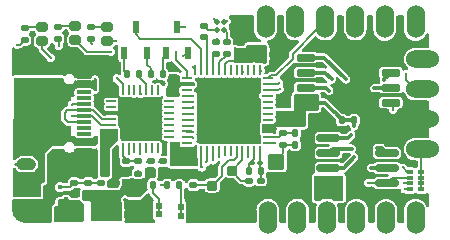
<source format=gtl>
G04 #@! TF.GenerationSoftware,KiCad,Pcbnew,8.0.2*
G04 #@! TF.CreationDate,2024-11-02T23:59:00+05:00*
G04 #@! TF.ProjectId,V1,56312e6b-6963-4616-945f-706362585858,r0.1*
G04 #@! TF.SameCoordinates,Original*
G04 #@! TF.FileFunction,Copper,L1,Top*
G04 #@! TF.FilePolarity,Positive*
%FSLAX46Y46*%
G04 Gerber Fmt 4.6, Leading zero omitted, Abs format (unit mm)*
G04 Created by KiCad (PCBNEW 8.0.2) date 2024-11-02 23:59:00*
%MOMM*%
%LPD*%
G01*
G04 APERTURE LIST*
G04 Aperture macros list*
%AMRoundRect*
0 Rectangle with rounded corners*
0 $1 Rounding radius*
0 $2 $3 $4 $5 $6 $7 $8 $9 X,Y pos of 4 corners*
0 Add a 4 corners polygon primitive as box body*
4,1,4,$2,$3,$4,$5,$6,$7,$8,$9,$2,$3,0*
0 Add four circle primitives for the rounded corners*
1,1,$1+$1,$2,$3*
1,1,$1+$1,$4,$5*
1,1,$1+$1,$6,$7*
1,1,$1+$1,$8,$9*
0 Add four rect primitives between the rounded corners*
20,1,$1+$1,$2,$3,$4,$5,0*
20,1,$1+$1,$4,$5,$6,$7,0*
20,1,$1+$1,$6,$7,$8,$9,0*
20,1,$1+$1,$8,$9,$2,$3,0*%
G04 Aperture macros list end*
G04 #@! TA.AperFunction,ComponentPad*
%ADD10C,1.524000*%
G04 #@! TD*
G04 #@! TA.AperFunction,SMDPad,CuDef*
%ADD11R,1.270000X1.524000*%
G04 #@! TD*
G04 #@! TA.AperFunction,SMDPad,CuDef*
%ADD12R,1.524000X1.270000*%
G04 #@! TD*
G04 #@! TA.AperFunction,SMDPad,CuDef*
%ADD13RoundRect,0.193750X0.281250X-0.193750X0.281250X0.193750X-0.281250X0.193750X-0.281250X-0.193750X0*%
G04 #@! TD*
G04 #@! TA.AperFunction,SMDPad,CuDef*
%ADD14RoundRect,0.147500X0.172500X-0.147500X0.172500X0.147500X-0.172500X0.147500X-0.172500X-0.147500X0*%
G04 #@! TD*
G04 #@! TA.AperFunction,SMDPad,CuDef*
%ADD15RoundRect,0.075000X-0.550000X0.225000X-0.550000X-0.225000X0.550000X-0.225000X0.550000X0.225000X0*%
G04 #@! TD*
G04 #@! TA.AperFunction,SMDPad,CuDef*
%ADD16RoundRect,0.075000X-0.550000X0.075000X-0.550000X-0.075000X0.550000X-0.075000X0.550000X0.075000X0*%
G04 #@! TD*
G04 #@! TA.AperFunction,ComponentPad*
%ADD17O,1.900000X1.000000*%
G04 #@! TD*
G04 #@! TA.AperFunction,ComponentPad*
%ADD18O,1.600000X1.000000*%
G04 #@! TD*
G04 #@! TA.AperFunction,SMDPad,CuDef*
%ADD19RoundRect,0.218750X0.256250X-0.218750X0.256250X0.218750X-0.256250X0.218750X-0.256250X-0.218750X0*%
G04 #@! TD*
G04 #@! TA.AperFunction,SMDPad,CuDef*
%ADD20RoundRect,0.147500X-0.172500X0.147500X-0.172500X-0.147500X0.172500X-0.147500X0.172500X0.147500X0*%
G04 #@! TD*
G04 #@! TA.AperFunction,SMDPad,CuDef*
%ADD21RoundRect,0.147500X0.147500X0.172500X-0.147500X0.172500X-0.147500X-0.172500X0.147500X-0.172500X0*%
G04 #@! TD*
G04 #@! TA.AperFunction,SMDPad,CuDef*
%ADD22RoundRect,0.112500X-0.112500X0.112500X-0.112500X-0.112500X0.112500X-0.112500X0.112500X0.112500X0*%
G04 #@! TD*
G04 #@! TA.AperFunction,SMDPad,CuDef*
%ADD23RoundRect,0.062500X-0.337500X-0.062500X0.337500X-0.062500X0.337500X0.062500X-0.337500X0.062500X0*%
G04 #@! TD*
G04 #@! TA.AperFunction,SMDPad,CuDef*
%ADD24RoundRect,0.062500X-0.062500X-0.337500X0.062500X-0.337500X0.062500X0.337500X-0.062500X0.337500X0*%
G04 #@! TD*
G04 #@! TA.AperFunction,HeatsinkPad*
%ADD25R,3.350000X3.350000*%
G04 #@! TD*
G04 #@! TA.AperFunction,SMDPad,CuDef*
%ADD26RoundRect,0.135000X0.135000X0.185000X-0.135000X0.185000X-0.135000X-0.185000X0.135000X-0.185000X0*%
G04 #@! TD*
G04 #@! TA.AperFunction,SMDPad,CuDef*
%ADD27RoundRect,0.093750X0.093750X0.106250X-0.093750X0.106250X-0.093750X-0.106250X0.093750X-0.106250X0*%
G04 #@! TD*
G04 #@! TA.AperFunction,HeatsinkPad*
%ADD28C,0.500000*%
G04 #@! TD*
G04 #@! TA.AperFunction,HeatsinkPad*
%ADD29R,1.000000X1.600000*%
G04 #@! TD*
G04 #@! TA.AperFunction,SMDPad,CuDef*
%ADD30RoundRect,0.150000X0.650000X0.150000X-0.650000X0.150000X-0.650000X-0.150000X0.650000X-0.150000X0*%
G04 #@! TD*
G04 #@! TA.AperFunction,SMDPad,CuDef*
%ADD31RoundRect,0.135000X-0.185000X0.135000X-0.185000X-0.135000X0.185000X-0.135000X0.185000X0.135000X0*%
G04 #@! TD*
G04 #@! TA.AperFunction,SMDPad,CuDef*
%ADD32RoundRect,0.135000X-0.135000X-0.185000X0.135000X-0.185000X0.135000X0.185000X-0.135000X0.185000X0*%
G04 #@! TD*
G04 #@! TA.AperFunction,SMDPad,CuDef*
%ADD33RoundRect,0.218750X-0.218750X-0.256250X0.218750X-0.256250X0.218750X0.256250X-0.218750X0.256250X0*%
G04 #@! TD*
G04 #@! TA.AperFunction,SMDPad,CuDef*
%ADD34R,0.500000X0.400000*%
G04 #@! TD*
G04 #@! TA.AperFunction,SMDPad,CuDef*
%ADD35R,0.500000X0.300000*%
G04 #@! TD*
G04 #@! TA.AperFunction,SMDPad,CuDef*
%ADD36R,0.600000X1.100000*%
G04 #@! TD*
G04 #@! TA.AperFunction,SMDPad,CuDef*
%ADD37RoundRect,0.147500X-0.147500X-0.172500X0.147500X-0.172500X0.147500X0.172500X-0.147500X0.172500X0*%
G04 #@! TD*
G04 #@! TA.AperFunction,SMDPad,CuDef*
%ADD38RoundRect,0.140000X-0.140000X-0.170000X0.140000X-0.170000X0.140000X0.170000X-0.140000X0.170000X0*%
G04 #@! TD*
G04 #@! TA.AperFunction,SMDPad,CuDef*
%ADD39R,0.550000X0.550000*%
G04 #@! TD*
G04 #@! TA.AperFunction,SMDPad,CuDef*
%ADD40RoundRect,0.135000X0.185000X-0.135000X0.185000X0.135000X-0.185000X0.135000X-0.185000X-0.135000X0*%
G04 #@! TD*
G04 #@! TA.AperFunction,SMDPad,CuDef*
%ADD41RoundRect,0.200000X-0.250000X0.200000X-0.250000X-0.200000X0.250000X-0.200000X0.250000X0.200000X0*%
G04 #@! TD*
G04 #@! TA.AperFunction,SMDPad,CuDef*
%ADD42RoundRect,0.140000X0.170000X-0.140000X0.170000X0.140000X-0.170000X0.140000X-0.170000X-0.140000X0*%
G04 #@! TD*
G04 #@! TA.AperFunction,SMDPad,CuDef*
%ADD43RoundRect,0.135000X0.540000X0.540000X-0.540000X0.540000X-0.540000X-0.540000X0.540000X-0.540000X0*%
G04 #@! TD*
G04 #@! TA.AperFunction,SMDPad,CuDef*
%ADD44RoundRect,0.218750X-0.218750X-0.381250X0.218750X-0.381250X0.218750X0.381250X-0.218750X0.381250X0*%
G04 #@! TD*
G04 #@! TA.AperFunction,SMDPad,CuDef*
%ADD45R,0.840000X0.260000*%
G04 #@! TD*
G04 #@! TA.AperFunction,SMDPad,CuDef*
%ADD46R,0.260000X0.840000*%
G04 #@! TD*
G04 #@! TA.AperFunction,SMDPad,CuDef*
%ADD47R,5.150000X5.150000*%
G04 #@! TD*
G04 #@! TA.AperFunction,SMDPad,CuDef*
%ADD48RoundRect,0.150000X0.825000X0.150000X-0.825000X0.150000X-0.825000X-0.150000X0.825000X-0.150000X0*%
G04 #@! TD*
G04 #@! TA.AperFunction,SMDPad,CuDef*
%ADD49RoundRect,0.225000X-0.250000X0.225000X-0.250000X-0.225000X0.250000X-0.225000X0.250000X0.225000X0*%
G04 #@! TD*
G04 #@! TA.AperFunction,SMDPad,CuDef*
%ADD50RoundRect,0.100000X-0.130000X-0.100000X0.130000X-0.100000X0.130000X0.100000X-0.130000X0.100000X0*%
G04 #@! TD*
G04 #@! TA.AperFunction,ViaPad*
%ADD51C,0.300000*%
G04 #@! TD*
G04 #@! TA.AperFunction,Conductor*
%ADD52C,0.200000*%
G04 #@! TD*
G04 #@! TA.AperFunction,Conductor*
%ADD53C,0.300000*%
G04 #@! TD*
G04 APERTURE END LIST*
D10*
X134290000Y-100000000D03*
D11*
X134925000Y-100000000D03*
D10*
X135560000Y-100000000D03*
X134290000Y-102540000D03*
D11*
X134925000Y-102540000D03*
D10*
X135560000Y-102540000D03*
X129300000Y-107721500D03*
D12*
X129300000Y-108356500D03*
D10*
X129300000Y-108991500D03*
X129200000Y-92380000D03*
D12*
X129200000Y-91745000D03*
D10*
X129200000Y-91110000D03*
X124130000Y-92380000D03*
D12*
X124130000Y-91745000D03*
D10*
X124130000Y-91110000D03*
X126800000Y-107700000D03*
D12*
X126800000Y-108335000D03*
D10*
X126800000Y-108970000D03*
X134300000Y-92400000D03*
D12*
X134300000Y-91765000D03*
D10*
X134300000Y-91130000D03*
X131700000Y-92400000D03*
D12*
X131700000Y-91765000D03*
D10*
X131700000Y-91130000D03*
X134300000Y-107721500D03*
D12*
X134300000Y-108356500D03*
D10*
X134300000Y-108991500D03*
X131800000Y-107721500D03*
D12*
X131800000Y-108356500D03*
D10*
X131800000Y-108991500D03*
D13*
X102700000Y-93387500D03*
X102700000Y-92212500D03*
X105500000Y-93287500D03*
X105500000Y-92112500D03*
D14*
X119500000Y-94485000D03*
X119500000Y-93515000D03*
D13*
X108200000Y-93387500D03*
X108200000Y-92212500D03*
D10*
X134290000Y-97460000D03*
D11*
X134925000Y-97460000D03*
D10*
X135560000Y-97460000D03*
X134290000Y-94920000D03*
D11*
X134925000Y-94920000D03*
D10*
X135560000Y-94920000D03*
X124300000Y-107700000D03*
D12*
X124300000Y-108335000D03*
D10*
X124300000Y-108970000D03*
X121800000Y-107700000D03*
D12*
X121800000Y-108335000D03*
D10*
X121800000Y-108970000D03*
X126670000Y-92380000D03*
D12*
X126670000Y-91745000D03*
D10*
X126670000Y-91110000D03*
D15*
X106245000Y-96250000D03*
X106245000Y-97050000D03*
D16*
X106245000Y-98250000D03*
X106245000Y-99250000D03*
X106245000Y-99750000D03*
X106245000Y-100750000D03*
D15*
X106245000Y-101950000D03*
X106245000Y-102750000D03*
X106245000Y-102750000D03*
X106245000Y-101950000D03*
D16*
X106245000Y-101250000D03*
X106245000Y-100250000D03*
X106245000Y-98750000D03*
X106245000Y-97750000D03*
D15*
X106245000Y-97050000D03*
X106245000Y-96250000D03*
D17*
X105530000Y-95180000D03*
D18*
X101350000Y-95180000D03*
D17*
X105530000Y-103820000D03*
D18*
X101350000Y-103820000D03*
D19*
X123200000Y-99987500D03*
X123200000Y-98412500D03*
D20*
X101200000Y-92315000D03*
X101200000Y-93285000D03*
X104000000Y-92215000D03*
X104000000Y-93185000D03*
X106800000Y-92215000D03*
X106800000Y-93185000D03*
D21*
X112085000Y-105600000D03*
X111115000Y-105600000D03*
D14*
X113800000Y-96685000D03*
X113800000Y-95715000D03*
D22*
X118125000Y-91775000D03*
X118125000Y-92425000D03*
X117475000Y-92425000D03*
X117475000Y-91775000D03*
D23*
X108550000Y-98500000D03*
X108550000Y-99000000D03*
X108550000Y-99500000D03*
X108550000Y-100000000D03*
X108550000Y-100500000D03*
X108550000Y-101000000D03*
X108550000Y-101500000D03*
D24*
X109500000Y-102450000D03*
X110000000Y-102450000D03*
X110500000Y-102450000D03*
X111000000Y-102450000D03*
X111500000Y-102450000D03*
X112000000Y-102450000D03*
X112500000Y-102450000D03*
D23*
X113450000Y-101500000D03*
X113450000Y-101000000D03*
X113450000Y-100500000D03*
X113450000Y-100000000D03*
X113450000Y-99500000D03*
X113450000Y-99000000D03*
X113450000Y-98500000D03*
D24*
X112500000Y-97550000D03*
X112000000Y-97550000D03*
X111500000Y-97550000D03*
X111000000Y-97550000D03*
X110500000Y-97550000D03*
X110000000Y-97550000D03*
X109500000Y-97550000D03*
D25*
X111000000Y-100000000D03*
D26*
X114310000Y-105600000D03*
X113290000Y-105600000D03*
D27*
X104187500Y-107050000D03*
X104187500Y-106400000D03*
X104187500Y-105750000D03*
X102412500Y-105750000D03*
X102412500Y-106400000D03*
X102412500Y-107050000D03*
D28*
X103300000Y-106950000D03*
D29*
X103300000Y-106400000D03*
D28*
X103300000Y-105850000D03*
D20*
X115500000Y-104615000D03*
X115500000Y-105585000D03*
D30*
X132200000Y-98605000D03*
X132200000Y-97335000D03*
X132200000Y-96065000D03*
X132200000Y-94795000D03*
X125000000Y-94795000D03*
X125000000Y-96065000D03*
X125000000Y-97335000D03*
X125000000Y-98605000D03*
D31*
X110800000Y-103590000D03*
X110800000Y-104610000D03*
D32*
X109890000Y-96200000D03*
X110910000Y-96200000D03*
D33*
X120912500Y-94400000D03*
X122487500Y-94400000D03*
D34*
X133800000Y-104450000D03*
D35*
X133800000Y-104950000D03*
X133800000Y-105450000D03*
D34*
X133800000Y-105950000D03*
X134800000Y-105950000D03*
D35*
X134800000Y-105450000D03*
X134800000Y-104950000D03*
D34*
X134800000Y-104450000D03*
D36*
X113150000Y-94400000D03*
X115050000Y-94400000D03*
X114100000Y-92200000D03*
D20*
X123100000Y-101215000D03*
X123100000Y-102185000D03*
D37*
X124115000Y-102200000D03*
X125085000Y-102200000D03*
D38*
X108020000Y-104500000D03*
X108980000Y-104500000D03*
D39*
X114425000Y-107425000D03*
X114425000Y-108175000D03*
X117075000Y-108175000D03*
X117075000Y-107425000D03*
D14*
X116400000Y-93085000D03*
X116400000Y-92115000D03*
X120200000Y-106185000D03*
X120200000Y-105215000D03*
D31*
X105400000Y-105390000D03*
X105400000Y-106410000D03*
D40*
X112900000Y-104610000D03*
X112900000Y-103590000D03*
D37*
X129115000Y-100100000D03*
X130085000Y-100100000D03*
D14*
X118300000Y-94485000D03*
X118300000Y-93515000D03*
X117400000Y-94485000D03*
X117400000Y-93515000D03*
D21*
X128085000Y-100100000D03*
X127115000Y-100100000D03*
D37*
X124115000Y-101200000D03*
X125085000Y-101200000D03*
D41*
X118725000Y-104375000D03*
X117075000Y-104375000D03*
X117075000Y-105625000D03*
X118725000Y-105625000D03*
D38*
X108040000Y-103530000D03*
X109000000Y-103530000D03*
D37*
X124515000Y-100200000D03*
X125485000Y-100200000D03*
D40*
X109800000Y-104610000D03*
X109800000Y-103590000D03*
D42*
X121200000Y-106180000D03*
X121200000Y-105220000D03*
D36*
X109650000Y-94400000D03*
X111550000Y-94400000D03*
X110600000Y-92200000D03*
D43*
X122525000Y-103625000D03*
X124675000Y-105775000D03*
X124675000Y-103625000D03*
X122525000Y-105775000D03*
D42*
X107700000Y-106380000D03*
X107700000Y-105420000D03*
D44*
X105537500Y-107800000D03*
X107662500Y-107800000D03*
D31*
X111900000Y-103590000D03*
X111900000Y-104610000D03*
D45*
X121835000Y-102050000D03*
X121835000Y-101550000D03*
X121835000Y-101050000D03*
X121835000Y-100550000D03*
X121835000Y-100050000D03*
X121835000Y-99550000D03*
X121835000Y-99050000D03*
X121835000Y-98550000D03*
X121835000Y-98050000D03*
X121835000Y-97550000D03*
X121835000Y-97050000D03*
X121835000Y-96550000D03*
D46*
X121150000Y-95865000D03*
X120650000Y-95865000D03*
X120150000Y-95865000D03*
X119650000Y-95865000D03*
X119150000Y-95865000D03*
X118650000Y-95865000D03*
X118150000Y-95865000D03*
X117650000Y-95865000D03*
X117150000Y-95865000D03*
X116650000Y-95865000D03*
X116150000Y-95865000D03*
X115650000Y-95865000D03*
D45*
X114965000Y-96550000D03*
X114965000Y-97050000D03*
X114965000Y-97550000D03*
X114965000Y-98050000D03*
X114965000Y-98550000D03*
X114965000Y-99050000D03*
X114965000Y-99550000D03*
X114965000Y-100050000D03*
X114965000Y-100550000D03*
X114965000Y-101050000D03*
X114965000Y-101550000D03*
X114965000Y-102050000D03*
D46*
X115650000Y-102735000D03*
X116150000Y-102735000D03*
X116650000Y-102735000D03*
X117150000Y-102735000D03*
X117650000Y-102735000D03*
X118150000Y-102735000D03*
X118650000Y-102735000D03*
X119150000Y-102735000D03*
X119650000Y-102735000D03*
X120150000Y-102735000D03*
X120650000Y-102735000D03*
X121150000Y-102735000D03*
D47*
X118400000Y-99300000D03*
D48*
X131875000Y-105405000D03*
X131875000Y-104135000D03*
X131875000Y-102865000D03*
X131875000Y-101595000D03*
X126925000Y-101595000D03*
X126925000Y-102865000D03*
X126925000Y-104135000D03*
X126925000Y-105405000D03*
D20*
X114000000Y-103515000D03*
X114000000Y-104485000D03*
D49*
X101100000Y-105925000D03*
X101100000Y-107475000D03*
D40*
X106600000Y-106410000D03*
X106600000Y-105390000D03*
D26*
X121210000Y-104400000D03*
X120190000Y-104400000D03*
D50*
X120480000Y-103700000D03*
X121120000Y-103700000D03*
D26*
X112910000Y-96200000D03*
X111890000Y-96200000D03*
D42*
X108900000Y-106380000D03*
X108900000Y-105420000D03*
D10*
X121600000Y-92400000D03*
D12*
X121600000Y-91765000D03*
D10*
X121600000Y-91130000D03*
D39*
X112575000Y-108075000D03*
X112575000Y-107325000D03*
X109925000Y-107325000D03*
X109925000Y-108075000D03*
D51*
X107250000Y-106650000D03*
X114453524Y-103589921D03*
X126300000Y-98600000D03*
X100600000Y-93700000D03*
X106900000Y-93650000D03*
X108250000Y-106650000D03*
X115202294Y-103350000D03*
X107800000Y-104150000D03*
X122463060Y-100881297D03*
X121650000Y-94100000D03*
X113781801Y-102918199D03*
X114000000Y-97100000D03*
X120135509Y-103199111D03*
X112730000Y-105600000D03*
X127700000Y-106100000D03*
X111535729Y-105133314D03*
X126900000Y-106100000D03*
X113500000Y-97100000D03*
X104100000Y-93800000D03*
X129100000Y-100600000D03*
X118669998Y-103000000D03*
X120550000Y-94800000D03*
X120550000Y-94000000D03*
X118300000Y-91700000D03*
X121604211Y-94859392D03*
X122430000Y-102027919D03*
X113000000Y-97000000D03*
X117700000Y-107400000D03*
X110000000Y-101100000D03*
X117700000Y-108200000D03*
X112100000Y-101200000D03*
X111000000Y-101100000D03*
X114900000Y-104600000D03*
X109900000Y-100000000D03*
X119600000Y-92800000D03*
X109000000Y-102900000D03*
X125400000Y-101800000D03*
X109700000Y-106800000D03*
X120800000Y-98700000D03*
X125400000Y-100800000D03*
X122900000Y-98100000D03*
X122900000Y-93400000D03*
X114300000Y-95900000D03*
X105200000Y-99700000D03*
X105200000Y-98799986D03*
X110800000Y-104400000D03*
X107200000Y-102000000D03*
X115474999Y-98518233D03*
X129109777Y-103250000D03*
X127000000Y-97600000D03*
X131644735Y-96685001D03*
X131034998Y-102444699D03*
X115474999Y-98018230D03*
X119669998Y-96000000D03*
X130300000Y-105400000D03*
X114800000Y-92200000D03*
X133228000Y-104100000D03*
X121398612Y-98029617D03*
X133500004Y-96200004D03*
X114425000Y-106900000D03*
X117149996Y-103496899D03*
X110500000Y-97850000D03*
X117669958Y-103185310D03*
X111025001Y-97891574D03*
X128411748Y-96650000D03*
X115474988Y-100058379D03*
X128853554Y-101346446D03*
X130800000Y-97400000D03*
X130534998Y-104134998D03*
X115475224Y-100558381D03*
X117200000Y-91500000D03*
X117500000Y-93200000D03*
X114000000Y-94300000D03*
X108500004Y-94300000D03*
X115500000Y-95600000D03*
X108900000Y-93400000D03*
X114600000Y-97549514D03*
X103400000Y-94800000D03*
X116150000Y-95865000D03*
X112400000Y-106600000D03*
X122100000Y-99069998D03*
X122744205Y-96919397D03*
X122100000Y-98569998D03*
X122791472Y-97437816D03*
X111005204Y-96550000D03*
X114600002Y-94700002D03*
X109000000Y-96550000D03*
X111600000Y-95400000D03*
X111600000Y-103600000D03*
X110070268Y-102977458D03*
X112600000Y-103600000D03*
X111000160Y-102970004D03*
X127190580Y-96650000D03*
X128899997Y-102500003D03*
X115474999Y-99558377D03*
X133293474Y-105413052D03*
X132400000Y-99200000D03*
X133392460Y-105945239D03*
X115474999Y-99018233D03*
X120630002Y-95500000D03*
X121200000Y-95900000D03*
X118169998Y-102950000D03*
X116600000Y-103600000D03*
X116200000Y-104100000D03*
X115280529Y-102044131D03*
X115474999Y-101581767D03*
X115470423Y-101058361D03*
D52*
X130305000Y-105405000D02*
X130300000Y-105400000D01*
X131875000Y-105405000D02*
X130305000Y-105405000D01*
X133800000Y-104450000D02*
X133578000Y-104450000D01*
X133578000Y-104450000D02*
X133228000Y-104100000D01*
X133500004Y-96670004D02*
X133500004Y-96200004D01*
X134290000Y-97460000D02*
X133500004Y-96670004D01*
X134800000Y-102665000D02*
X134800000Y-105850000D01*
D53*
X127430000Y-99430000D02*
X126605000Y-98605000D01*
D52*
X134800000Y-105850000D02*
X134700000Y-105950000D01*
X104100000Y-93800000D02*
X104100000Y-93285000D01*
D53*
X126300000Y-98600000D02*
X126295000Y-98605000D01*
D52*
X118225000Y-91775000D02*
X118300000Y-91700000D01*
D53*
X129115000Y-100100000D02*
X129115000Y-100585000D01*
D52*
X118150000Y-95350000D02*
X118420000Y-95080000D01*
X122637500Y-100550000D02*
X121835000Y-100550000D01*
X118905000Y-95080000D02*
X119500000Y-94485000D01*
X134925000Y-102540000D02*
X134800000Y-102665000D01*
D53*
X128085000Y-100100000D02*
X128085000Y-100042340D01*
D52*
X118650000Y-102980002D02*
X118669998Y-103000000D01*
D53*
X129115000Y-100585000D02*
X129100000Y-100600000D01*
D52*
X113290000Y-105600000D02*
X112730000Y-105600000D01*
D53*
X127472660Y-99430000D02*
X127430000Y-99430000D01*
X126295000Y-98605000D02*
X125000000Y-98605000D01*
D52*
X122430000Y-102027919D02*
X122407919Y-102050000D01*
X122407919Y-102050000D02*
X121835000Y-102050000D01*
D53*
X126305000Y-98605000D02*
X126300000Y-98600000D01*
X126605000Y-98605000D02*
X126305000Y-98605000D01*
D52*
X106800000Y-93185000D02*
X106800000Y-93550000D01*
X120150000Y-102735000D02*
X120150000Y-103184620D01*
X120150000Y-103184620D02*
X120135509Y-103199111D01*
X104100000Y-93285000D02*
X104000000Y-93185000D01*
X118650000Y-102735000D02*
X118650000Y-102980002D01*
X123200000Y-99987500D02*
X122637500Y-100550000D01*
X118150000Y-95865000D02*
X118150000Y-95350000D01*
X100785000Y-93700000D02*
X101200000Y-93285000D01*
X106800000Y-93550000D02*
X106900000Y-93650000D01*
D53*
X128085000Y-100042340D02*
X127472660Y-99430000D01*
D52*
X100600000Y-93700000D02*
X100785000Y-93700000D01*
X118420000Y-95080000D02*
X118905000Y-95080000D01*
X118125000Y-91775000D02*
X118225000Y-91775000D01*
D53*
X128085000Y-100100000D02*
X129115000Y-100100000D01*
D52*
X106245000Y-99750000D02*
X105250000Y-99750000D01*
X105249986Y-98750000D02*
X105200000Y-98799986D01*
X107652410Y-100500000D02*
X108550000Y-100500000D01*
X106902410Y-99750000D02*
X107652410Y-100500000D01*
X105250000Y-99750000D02*
X105200000Y-99700000D01*
X106245000Y-99750000D02*
X106902410Y-99750000D01*
X106245000Y-98750000D02*
X105249986Y-98750000D01*
X107718096Y-100000000D02*
X108550000Y-100000000D01*
X106245000Y-99250000D02*
X106968096Y-99250000D01*
X106245000Y-100250000D02*
X104850000Y-100250000D01*
X104850000Y-100250000D02*
X104600000Y-100000000D01*
X106968096Y-99250000D02*
X107718096Y-100000000D01*
X104600000Y-100000000D02*
X104600000Y-99450000D01*
X104600000Y-99450000D02*
X104800000Y-99250000D01*
X104800000Y-99250000D02*
X106245000Y-99250000D01*
X110800000Y-104610000D02*
X110800000Y-104400000D01*
X106295000Y-102000000D02*
X106245000Y-101950000D01*
X107200000Y-102000000D02*
X106295000Y-102000000D01*
X117650000Y-95191948D02*
X118300000Y-94541948D01*
X118300000Y-94541948D02*
X118300000Y-94485000D01*
X117650000Y-95865000D02*
X117650000Y-95191948D01*
X117150000Y-95865000D02*
X117150000Y-94735000D01*
X117150000Y-94735000D02*
X117400000Y-94485000D01*
X116650000Y-95865000D02*
X116650000Y-93335000D01*
X116650000Y-93335000D02*
X116400000Y-93085000D01*
D53*
X128224777Y-104135000D02*
X129109777Y-103250000D01*
X125000000Y-97335000D02*
X126735000Y-97335000D01*
X126735000Y-97335000D02*
X127000000Y-97600000D01*
D52*
X114965000Y-98550000D02*
X115443232Y-98550000D01*
D53*
X126925000Y-104135000D02*
X128224777Y-104135000D01*
D52*
X115443232Y-98550000D02*
X115474999Y-98518233D01*
X114965000Y-98050000D02*
X115443229Y-98050000D01*
D53*
X131644735Y-96620265D02*
X132200000Y-96065000D01*
X131875000Y-102865000D02*
X131454699Y-102444699D01*
X131644735Y-96685001D02*
X131644735Y-96620265D01*
X131454699Y-102444699D02*
X131034998Y-102444699D01*
D52*
X115443229Y-98050000D02*
X115474999Y-98018230D01*
X119650000Y-95980002D02*
X119669998Y-96000000D01*
X131875000Y-105405000D02*
X132330000Y-104950000D01*
X132330000Y-104950000D02*
X133800000Y-104950000D01*
X119650000Y-95865000D02*
X119650000Y-95980002D01*
X121418995Y-98050000D02*
X121398612Y-98029617D01*
X114425000Y-106900000D02*
X114425000Y-105715000D01*
X114800000Y-92200000D02*
X114100000Y-92200000D01*
X114425000Y-105715000D02*
X114310000Y-105600000D01*
X114425000Y-108175000D02*
X114425000Y-107425000D01*
X121835000Y-98050000D02*
X121418995Y-98050000D01*
X114425000Y-107425000D02*
X114425000Y-106900000D01*
X123100000Y-102185000D02*
X124100000Y-102185000D01*
X122953553Y-103196447D02*
X122525000Y-103625000D01*
X123100000Y-102185000D02*
X123100000Y-102842893D01*
X124100000Y-102185000D02*
X124115000Y-102200000D01*
X123100000Y-102842893D02*
G75*
G02*
X122953556Y-103196450I-500000J-7D01*
G01*
X110500000Y-97550000D02*
X110500000Y-97850000D01*
X117150000Y-102735000D02*
X117150000Y-103496895D01*
X117150000Y-103496895D02*
X117149996Y-103496899D01*
X117650000Y-103165352D02*
X117669958Y-103185310D01*
X111000000Y-97550000D02*
X111000000Y-97866573D01*
X111000000Y-97866573D02*
X111025001Y-97891574D01*
X117650000Y-102735000D02*
X117650000Y-103165352D01*
D53*
X128605000Y-101595000D02*
X128853554Y-101346446D01*
X126925000Y-101595000D02*
X128605000Y-101595000D01*
D52*
X115466609Y-100050000D02*
X115474988Y-100058379D01*
D53*
X125000000Y-94795000D02*
X126556748Y-94795000D01*
D52*
X114965000Y-100050000D02*
X115466609Y-100050000D01*
D53*
X126556748Y-94795000D02*
X128411748Y-96650000D01*
D52*
X115466843Y-100550000D02*
X115475224Y-100558381D01*
D53*
X130535000Y-104135000D02*
X130534998Y-104134998D01*
X131875000Y-104135000D02*
X130535000Y-104135000D01*
X130800000Y-97400000D02*
X132135000Y-97400000D01*
D52*
X114965000Y-100550000D02*
X115466843Y-100550000D01*
D53*
X132135000Y-97400000D02*
X132200000Y-97335000D01*
D52*
X105500000Y-92112500D02*
X104102500Y-92112500D01*
X104102500Y-92112500D02*
X104000000Y-92215000D01*
X108200000Y-92212500D02*
X106802500Y-92212500D01*
X106802500Y-92212500D02*
X106800000Y-92215000D01*
X102700000Y-92212500D02*
X101302500Y-92212500D01*
X101302500Y-92212500D02*
X101200000Y-92315000D01*
X117200000Y-91500000D02*
X117475000Y-91775000D01*
X117400000Y-93300000D02*
X117500000Y-93200000D01*
X117400000Y-93515000D02*
X117400000Y-93300000D01*
X116400000Y-92115000D02*
X116710000Y-92425000D01*
X116710000Y-92425000D02*
X117475000Y-92425000D01*
X114000000Y-94400000D02*
X114000000Y-94300000D01*
X114965000Y-96064999D02*
X114964994Y-96065005D01*
X106512500Y-94300000D02*
X108500004Y-94300000D01*
X114964994Y-95923046D02*
X114000000Y-94958052D01*
X114965000Y-96065000D02*
X114965000Y-96064999D01*
X105500000Y-93287500D02*
X106512500Y-94300000D01*
X114964994Y-96065012D02*
X114964994Y-95923046D01*
X114000000Y-94958052D02*
X114000000Y-94400000D01*
X114964994Y-96065005D02*
X114964994Y-96065012D01*
X114965000Y-96550000D02*
X114965000Y-96064999D01*
X115650000Y-95865000D02*
X115650000Y-95750000D01*
X115650000Y-95750000D02*
X115500000Y-95600000D01*
X108212500Y-93400000D02*
X108200000Y-93387500D01*
X108900000Y-93400000D02*
X108212500Y-93400000D01*
X114600486Y-97550000D02*
X114600000Y-97549514D01*
X102700000Y-93387500D02*
X102700000Y-94100000D01*
X114965000Y-97550000D02*
X114600486Y-97550000D01*
X102700000Y-94100000D02*
X103400000Y-94800000D01*
X110600000Y-92200000D02*
X110600000Y-92800000D01*
X115258052Y-93200000D02*
X116150000Y-94091948D01*
X112575000Y-107325000D02*
X112575000Y-106775000D01*
X116150000Y-94091948D02*
X116150000Y-95865000D01*
X112400000Y-106600000D02*
X112085000Y-106285000D01*
X111000000Y-93200000D02*
X115258052Y-93200000D01*
X112575000Y-106775000D02*
X112400000Y-106600000D01*
X112085000Y-106285000D02*
X112085000Y-105600000D01*
X112575000Y-107325000D02*
X112575000Y-108075000D01*
X110600000Y-92800000D02*
X111000000Y-93200000D01*
X122080002Y-99050000D02*
X122100000Y-99069998D01*
X121835000Y-99050000D02*
X122080002Y-99050000D01*
X121835000Y-97050000D02*
X121885000Y-97000000D01*
X121885000Y-97000000D02*
X122663602Y-97000000D01*
X122663602Y-97000000D02*
X122744205Y-96919397D01*
X122080002Y-98550000D02*
X122100000Y-98569998D01*
X121835000Y-98550000D02*
X122080002Y-98550000D01*
X118300000Y-92600000D02*
X118125000Y-92425000D01*
X118300000Y-93515000D02*
X118300000Y-92600000D01*
X121835000Y-97550000D02*
X122679288Y-97550000D01*
X122679288Y-97550000D02*
X122791472Y-97437816D01*
X117900000Y-104037352D02*
X118482352Y-103455000D01*
X115500000Y-105585000D02*
X117035000Y-105585000D01*
X117900000Y-104800000D02*
X117900000Y-104037352D01*
X117075000Y-105625000D02*
X117900000Y-104800000D01*
X118945000Y-103455000D02*
X119150000Y-103250000D01*
X118482352Y-103455000D02*
X118945000Y-103455000D01*
X117035000Y-105585000D02*
X117075000Y-105625000D01*
X119150000Y-103250000D02*
X119150000Y-102735000D01*
X118725000Y-104375000D02*
X119650000Y-103450000D01*
X119565000Y-105215000D02*
X118725000Y-104375000D01*
X119650000Y-103450000D02*
X119650000Y-102735000D01*
X120200000Y-105215000D02*
X119565000Y-105215000D01*
X121835520Y-101549480D02*
X122765520Y-101549480D01*
X122765520Y-101549480D02*
X123100000Y-101215000D01*
X121835000Y-101550000D02*
X121835520Y-101549480D01*
X123100000Y-101215000D02*
X124100000Y-101215000D01*
X124100000Y-101215000D02*
X124115000Y-101200000D01*
X121150000Y-102735000D02*
X121120000Y-102765000D01*
X121120000Y-104310000D02*
X121310000Y-104500000D01*
X121120000Y-102765000D02*
X121120000Y-103700000D01*
X121310000Y-104500000D02*
X121200000Y-104610000D01*
X121200000Y-104610000D02*
X121200000Y-105220000D01*
X121120000Y-103700000D02*
X121120000Y-104310000D01*
X120190000Y-103845000D02*
X120190000Y-104400000D01*
X120650000Y-102735000D02*
X120650000Y-103385000D01*
X120650000Y-103385000D02*
X120190000Y-103845000D01*
X110910000Y-96200000D02*
X110910000Y-96454796D01*
X111500000Y-97550000D02*
X111500000Y-97044796D01*
X111500000Y-97044796D02*
X111005204Y-96550000D01*
X114700004Y-94600000D02*
X114600002Y-94700002D01*
X110910000Y-96454796D02*
X111005204Y-96550000D01*
X115050000Y-94600000D02*
X114700004Y-94600000D01*
X112910000Y-94840000D02*
X113150000Y-94600000D01*
X112910000Y-96200000D02*
X112910000Y-94840000D01*
X109650000Y-94600000D02*
X109650000Y-95960000D01*
X109650000Y-95960000D02*
X109890000Y-96200000D01*
X109500000Y-97550000D02*
X109500000Y-97050000D01*
X109500000Y-97050000D02*
X109000000Y-96550000D01*
X111890000Y-95690000D02*
X111600000Y-95400000D01*
X111600000Y-95400000D02*
X111550000Y-95350000D01*
X111890000Y-96200000D02*
X111890000Y-95690000D01*
X111550000Y-95350000D02*
X111550000Y-94600000D01*
X109800000Y-103590000D02*
X109800000Y-103393866D01*
X109500000Y-103093866D02*
X109500000Y-102450000D01*
X110800000Y-103590000D02*
X109800000Y-103590000D01*
X109800000Y-103393866D02*
X109500000Y-103093866D01*
X110070268Y-102977458D02*
X110000000Y-102907190D01*
X111610000Y-103590000D02*
X111600000Y-103600000D01*
X110000000Y-102907190D02*
X110000000Y-102450000D01*
X111900000Y-103590000D02*
X111610000Y-103590000D01*
X111000160Y-102450160D02*
X111000000Y-102450000D01*
X112610000Y-103590000D02*
X112600000Y-103600000D01*
X112900000Y-103590000D02*
X112610000Y-103590000D01*
X111000160Y-102970004D02*
X111000160Y-102450160D01*
X106600000Y-105390000D02*
X107670000Y-105390000D01*
X105040000Y-105750000D02*
X105400000Y-105390000D01*
X104187500Y-105750000D02*
X105040000Y-105750000D01*
X107670000Y-105390000D02*
X107700000Y-105420000D01*
X105400000Y-105390000D02*
X106600000Y-105390000D01*
D53*
X126925000Y-102865000D02*
X127289997Y-102500003D01*
D52*
X114965000Y-99550000D02*
X115466622Y-99550000D01*
D53*
X125000000Y-96065000D02*
X126605580Y-96065000D01*
D52*
X133330422Y-105450000D02*
X133293474Y-105413052D01*
X133800000Y-105450000D02*
X133330422Y-105450000D01*
X115466622Y-99550000D02*
X115474999Y-99558377D01*
D53*
X127289997Y-102500003D02*
X128899997Y-102500003D01*
X126605580Y-96065000D02*
X127190580Y-96650000D01*
D52*
X133397221Y-105950000D02*
X133392460Y-105945239D01*
X114965000Y-99050000D02*
X115443232Y-99050000D01*
X133800000Y-105950000D02*
X133397221Y-105950000D01*
X132400000Y-99200000D02*
X132400000Y-98805000D01*
X132400000Y-98805000D02*
X132200000Y-98605000D01*
X115443232Y-99050000D02*
X115474999Y-99018233D01*
X120650000Y-95865000D02*
X120650000Y-95519998D01*
X120650000Y-95519998D02*
X120630002Y-95500000D01*
X122054448Y-96300000D02*
X122500000Y-96300000D01*
X125974448Y-92380000D02*
X126670000Y-92380000D01*
X122500000Y-96300000D02*
X123900000Y-94900000D01*
X123900000Y-94900000D02*
X123900000Y-94454448D01*
X123900000Y-94454448D02*
X125974448Y-92380000D01*
X121835000Y-96550000D02*
X121835000Y-96519448D01*
X121835000Y-96519448D02*
X122054448Y-96300000D01*
X121150000Y-95865000D02*
X121165000Y-95865000D01*
X121165000Y-95865000D02*
X121200000Y-95900000D01*
X118150000Y-102930002D02*
X118169998Y-102950000D01*
X118150000Y-102735000D02*
X118150000Y-102930002D01*
X116650000Y-102735000D02*
X116650000Y-103550000D01*
X116650000Y-103550000D02*
X116600000Y-103600000D01*
X116150000Y-104050000D02*
X116200000Y-104100000D01*
X116150000Y-102735000D02*
X116150000Y-104050000D01*
X114965000Y-102050000D02*
X115274660Y-102050000D01*
X115274660Y-102050000D02*
X115280529Y-102044131D01*
X115443232Y-101550000D02*
X115474999Y-101581767D01*
X114965000Y-101550000D02*
X115443232Y-101550000D01*
X114965000Y-101050000D02*
X114973361Y-101058361D01*
X114973361Y-101058361D02*
X115470423Y-101058361D01*
G04 #@! TA.AperFunction,Conductor*
G36*
X113531290Y-96201294D02*
G01*
X113594472Y-96210500D01*
X113594477Y-96210500D01*
X114005523Y-96210500D01*
X114005528Y-96210500D01*
X114068709Y-96201294D01*
X114086584Y-96200000D01*
X114086972Y-96200000D01*
X114143265Y-96213514D01*
X114190339Y-96237500D01*
X114190340Y-96237500D01*
X114190342Y-96237501D01*
X114243795Y-96245967D01*
X114306930Y-96275896D01*
X114343862Y-96335207D01*
X114346016Y-96392629D01*
X114344500Y-96400251D01*
X114344500Y-96699752D01*
X114356131Y-96758229D01*
X114356132Y-96758230D01*
X114400447Y-96824552D01*
X114466769Y-96868867D01*
X114466770Y-96868868D01*
X114525247Y-96880499D01*
X114525250Y-96880500D01*
X114525252Y-96880500D01*
X115404749Y-96880500D01*
X115421017Y-96877263D01*
X115451808Y-96871139D01*
X115521399Y-96877366D01*
X115576577Y-96920228D01*
X115599822Y-96986117D01*
X115600000Y-96992756D01*
X115600000Y-97107243D01*
X115580315Y-97174282D01*
X115527511Y-97220037D01*
X115458353Y-97229981D01*
X115451810Y-97228861D01*
X115404748Y-97219500D01*
X114752340Y-97219500D01*
X114714018Y-97213430D01*
X114709655Y-97212012D01*
X114600002Y-97194645D01*
X114599998Y-97194645D01*
X114490341Y-97212012D01*
X114391414Y-97262418D01*
X114391407Y-97262423D01*
X114312909Y-97340921D01*
X114312904Y-97340928D01*
X114262498Y-97439855D01*
X114245131Y-97549511D01*
X114245131Y-97549516D01*
X114262498Y-97659172D01*
X114312904Y-97758099D01*
X114312909Y-97758106D01*
X114315975Y-97761172D01*
X114318512Y-97765818D01*
X114318644Y-97766000D01*
X114318620Y-97766017D01*
X114349460Y-97822495D01*
X114349912Y-97873043D01*
X114344500Y-97900252D01*
X114344500Y-97976000D01*
X114324815Y-98043039D01*
X114272011Y-98088794D01*
X114220500Y-98100000D01*
X113324000Y-98100000D01*
X113256961Y-98080315D01*
X113211206Y-98027511D01*
X113200000Y-97976000D01*
X113200000Y-97347045D01*
X113219685Y-97280006D01*
X113236319Y-97259364D01*
X113287090Y-97208592D01*
X113287095Y-97208587D01*
X113337500Y-97109661D01*
X113337500Y-97109659D01*
X113337501Y-97109658D01*
X113354869Y-97000002D01*
X113354869Y-96999997D01*
X113337501Y-96890341D01*
X113326560Y-96868868D01*
X113287095Y-96791413D01*
X113287092Y-96791410D01*
X113281356Y-96783514D01*
X113282592Y-96782615D01*
X113254272Y-96730751D01*
X113259256Y-96661059D01*
X113287757Y-96616712D01*
X113324065Y-96580404D01*
X113374068Y-96473173D01*
X113380500Y-96424316D01*
X113380500Y-96324000D01*
X113400185Y-96256961D01*
X113452989Y-96211206D01*
X113504500Y-96200000D01*
X113513416Y-96200000D01*
X113531290Y-96201294D01*
G37*
G04 #@! TD.AperFunction*
G04 #@! TA.AperFunction,Conductor*
G36*
X126043039Y-97919685D02*
G01*
X126088794Y-97972489D01*
X126100000Y-98024000D01*
X126100000Y-99176000D01*
X126080315Y-99243039D01*
X126027511Y-99288794D01*
X125976000Y-99300000D01*
X125000000Y-99300000D01*
X125000000Y-99913417D01*
X124998705Y-99931289D01*
X124989500Y-99994472D01*
X124989500Y-100405528D01*
X124998705Y-100468707D01*
X125000000Y-100486583D01*
X125000000Y-100558339D01*
X124980315Y-100625378D01*
X124927511Y-100671133D01*
X124893878Y-100681043D01*
X124836834Y-100689353D01*
X124827631Y-100692198D01*
X124827128Y-100690570D01*
X124786368Y-100700000D01*
X124413632Y-100700000D01*
X124372871Y-100690570D01*
X124372369Y-100692198D01*
X124363170Y-100689355D01*
X124363156Y-100689353D01*
X124295528Y-100679500D01*
X123934472Y-100679500D01*
X123876493Y-100687947D01*
X123866829Y-100689355D01*
X123857631Y-100692198D01*
X123857128Y-100690570D01*
X123816368Y-100700000D01*
X122500000Y-100700000D01*
X122500000Y-100300000D01*
X122415957Y-100300000D01*
X122443867Y-100258231D01*
X122443867Y-100258229D01*
X122443868Y-100258229D01*
X122455499Y-100199752D01*
X122455500Y-100199750D01*
X122455500Y-99900249D01*
X122455499Y-99900247D01*
X122441485Y-99829790D01*
X122444264Y-99829237D01*
X122438749Y-99777999D01*
X122442427Y-99765472D01*
X122455499Y-99699752D01*
X122455500Y-99699750D01*
X122455500Y-99424000D01*
X122475185Y-99356961D01*
X122527989Y-99311206D01*
X122579500Y-99300000D01*
X124000000Y-99300000D01*
X124000000Y-98024000D01*
X124019685Y-97956961D01*
X124072489Y-97911206D01*
X124124000Y-97900000D01*
X125976000Y-97900000D01*
X126043039Y-97919685D01*
G37*
G04 #@! TD.AperFunction*
G04 #@! TA.AperFunction,Conductor*
G36*
X109300000Y-106600000D02*
G01*
X109408067Y-106600906D01*
X109362498Y-106690341D01*
X109345131Y-106799997D01*
X109345131Y-106800002D01*
X109362498Y-106909658D01*
X109412904Y-107008585D01*
X109412906Y-107008588D01*
X109413175Y-107008857D01*
X109413397Y-107009263D01*
X109418644Y-107016486D01*
X109417711Y-107017163D01*
X109446664Y-107070177D01*
X109449500Y-107096544D01*
X109449500Y-107619747D01*
X109460651Y-107675810D01*
X109460651Y-107724190D01*
X109449500Y-107780252D01*
X109449500Y-108369752D01*
X109461131Y-108428228D01*
X109461262Y-108428543D01*
X109461341Y-108429284D01*
X109463515Y-108440210D01*
X109462537Y-108440404D01*
X109468734Y-108498012D01*
X109437461Y-108560492D01*
X109377374Y-108596147D01*
X109346703Y-108600000D01*
X106924000Y-108600000D01*
X106856961Y-108580315D01*
X106811206Y-108527511D01*
X106800000Y-108476000D01*
X106800000Y-107000000D01*
X106700000Y-106900000D01*
X106224000Y-106900000D01*
X106156961Y-106880315D01*
X106111206Y-106827511D01*
X106100000Y-106776000D01*
X106100000Y-106124000D01*
X106119685Y-106056961D01*
X106172489Y-106011206D01*
X106224000Y-106000000D01*
X109300000Y-106000000D01*
X109300000Y-106600000D01*
G37*
G04 #@! TD.AperFunction*
G04 #@! TA.AperFunction,Conductor*
G36*
X121643039Y-93719685D02*
G01*
X121688794Y-93772489D01*
X121700000Y-93824000D01*
X121700000Y-95176000D01*
X121680315Y-95243039D01*
X121627511Y-95288794D01*
X121576000Y-95300000D01*
X121461497Y-95300000D01*
X121394458Y-95280315D01*
X121392606Y-95279102D01*
X121370193Y-95264126D01*
X121358231Y-95256133D01*
X121358229Y-95256132D01*
X121358226Y-95256131D01*
X121299752Y-95244500D01*
X121299748Y-95244500D01*
X121000252Y-95244500D01*
X120956768Y-95253149D01*
X120887176Y-95246920D01*
X120844897Y-95219212D01*
X120838594Y-95212909D01*
X120838590Y-95212906D01*
X120838589Y-95212905D01*
X120834745Y-95210946D01*
X120739660Y-95162498D01*
X120630004Y-95145131D01*
X120630000Y-95145131D01*
X120520343Y-95162498D01*
X120421413Y-95212904D01*
X120413520Y-95218640D01*
X120412702Y-95217514D01*
X120360410Y-95246063D01*
X120309875Y-95246513D01*
X120299755Y-95244500D01*
X120299748Y-95244500D01*
X120000252Y-95244500D01*
X120000249Y-95244500D01*
X119929791Y-95258515D01*
X119929238Y-95255737D01*
X119877972Y-95261245D01*
X119865455Y-95257569D01*
X119799751Y-95244500D01*
X119799748Y-95244500D01*
X119500252Y-95244500D01*
X119500249Y-95244500D01*
X119429791Y-95258515D01*
X119429238Y-95255737D01*
X119377972Y-95261245D01*
X119365455Y-95257569D01*
X119299751Y-95244500D01*
X119299748Y-95244500D01*
X119024000Y-95244500D01*
X118956961Y-95224815D01*
X118911206Y-95172011D01*
X118900000Y-95120500D01*
X118900000Y-94026510D01*
X118919685Y-93959471D01*
X118972489Y-93913716D01*
X119041647Y-93903772D01*
X119105203Y-93932797D01*
X119111681Y-93938829D01*
X119122486Y-93949634D01*
X119122487Y-93949634D01*
X119122489Y-93949636D01*
X119226830Y-94000645D01*
X119294472Y-94010500D01*
X119294478Y-94010500D01*
X119705522Y-94010500D01*
X119705528Y-94010500D01*
X119773170Y-94000645D01*
X119877511Y-93949636D01*
X119959636Y-93867511D01*
X120007531Y-93769537D01*
X120054658Y-93717958D01*
X120118931Y-93700000D01*
X121576000Y-93700000D01*
X121643039Y-93719685D01*
G37*
G04 #@! TD.AperFunction*
G04 #@! TA.AperFunction,Conductor*
G36*
X122500000Y-100700000D02*
G01*
X122500000Y-101114631D01*
X122480315Y-101181670D01*
X122427511Y-101227425D01*
X122358353Y-101237369D01*
X122341915Y-101232859D01*
X122274752Y-101219500D01*
X122274748Y-101219500D01*
X121424000Y-101219500D01*
X121356961Y-101199815D01*
X121311206Y-101147011D01*
X121300000Y-101095500D01*
X121300000Y-100504500D01*
X121319685Y-100437461D01*
X121372489Y-100391706D01*
X121424000Y-100380500D01*
X122274750Y-100380500D01*
X122274751Y-100380499D01*
X122289568Y-100377552D01*
X122333229Y-100368868D01*
X122333229Y-100368867D01*
X122333231Y-100368867D01*
X122399552Y-100324552D01*
X122415957Y-100300000D01*
X122500000Y-100300000D01*
X122500000Y-100700000D01*
G37*
G04 #@! TD.AperFunction*
G04 #@! TA.AperFunction,Conductor*
G36*
X112215677Y-104119685D02*
G01*
X112236319Y-104136319D01*
X112263681Y-104163681D01*
X112297166Y-104225004D01*
X112300000Y-104251362D01*
X112300000Y-104848638D01*
X112280315Y-104915677D01*
X112263681Y-104936319D01*
X112236319Y-104963681D01*
X112174996Y-104997166D01*
X112148638Y-105000000D01*
X111799999Y-105000000D01*
X111700000Y-105099999D01*
X111700000Y-105121490D01*
X111680315Y-105188529D01*
X111663681Y-105209171D01*
X111650365Y-105222486D01*
X111599355Y-105326828D01*
X111599355Y-105326830D01*
X111589500Y-105394472D01*
X111589500Y-105805528D01*
X111599355Y-105873170D01*
X111599355Y-105873171D01*
X111599356Y-105873173D01*
X111602328Y-105879253D01*
X111614085Y-105948126D01*
X111586740Y-106012423D01*
X111578607Y-106021391D01*
X111022606Y-106577393D01*
X110961283Y-106610878D01*
X110933885Y-106613708D01*
X110052320Y-106606311D01*
X109985448Y-106586064D01*
X109965679Y-106569996D01*
X109908592Y-106512909D01*
X109908588Y-106512906D01*
X109908587Y-106512905D01*
X109904743Y-106510946D01*
X109809658Y-106462498D01*
X109700002Y-106445131D01*
X109699998Y-106445131D01*
X109590341Y-106462498D01*
X109491414Y-106512904D01*
X109491407Y-106512909D01*
X109412909Y-106591407D01*
X109412904Y-106591414D01*
X109408067Y-106600906D01*
X109300000Y-106600000D01*
X109300000Y-105862902D01*
X109319685Y-105795863D01*
X109336319Y-105775221D01*
X109353224Y-105758316D01*
X109403972Y-105649487D01*
X109410500Y-105599901D01*
X109410499Y-105240100D01*
X109407296Y-105215768D01*
X109418062Y-105146735D01*
X109464442Y-105094480D01*
X109531711Y-105075595D01*
X109546410Y-105076646D01*
X109575684Y-105080500D01*
X109575686Y-105080500D01*
X110024317Y-105080500D01*
X110040601Y-105078356D01*
X110073173Y-105074068D01*
X110180404Y-105024065D01*
X110180410Y-105024058D01*
X110182745Y-105022425D01*
X110186991Y-105020992D01*
X110190236Y-105019480D01*
X110190404Y-105019841D01*
X110248951Y-105000098D01*
X110253869Y-105000000D01*
X110346131Y-105000000D01*
X110413170Y-105019685D01*
X110417255Y-105022425D01*
X110419591Y-105024060D01*
X110419596Y-105024065D01*
X110526827Y-105074068D01*
X110575683Y-105080500D01*
X110575684Y-105080500D01*
X111024317Y-105080500D01*
X111040601Y-105078356D01*
X111073173Y-105074068D01*
X111180404Y-105024065D01*
X111180410Y-105024058D01*
X111182745Y-105022425D01*
X111186991Y-105020992D01*
X111190236Y-105019480D01*
X111190404Y-105019841D01*
X111248951Y-105000098D01*
X111253869Y-105000000D01*
X111300000Y-105000000D01*
X111400000Y-104900000D01*
X111400000Y-104251362D01*
X111419685Y-104184323D01*
X111436319Y-104163681D01*
X111463681Y-104136319D01*
X111525004Y-104102834D01*
X111551362Y-104100000D01*
X112148638Y-104100000D01*
X112215677Y-104119685D01*
G37*
G04 #@! TD.AperFunction*
G04 #@! TA.AperFunction,Conductor*
G36*
X114287539Y-101919685D02*
G01*
X114333294Y-101972489D01*
X114344500Y-102024000D01*
X114344500Y-102199752D01*
X114356131Y-102258229D01*
X114356132Y-102258230D01*
X114400447Y-102324552D01*
X114466769Y-102368867D01*
X114466770Y-102368868D01*
X114525247Y-102380499D01*
X114525250Y-102380500D01*
X114525252Y-102380500D01*
X115153968Y-102380500D01*
X115173366Y-102382027D01*
X115280527Y-102399000D01*
X115280529Y-102399000D01*
X115280531Y-102399000D01*
X115387692Y-102382027D01*
X115398694Y-102381160D01*
X115398688Y-102381097D01*
X115404742Y-102380500D01*
X115404748Y-102380500D01*
X115419568Y-102377552D01*
X115463229Y-102368868D01*
X115463229Y-102368867D01*
X115463231Y-102368867D01*
X115529552Y-102324552D01*
X115573867Y-102258231D01*
X115576317Y-102245909D01*
X115587473Y-102213759D01*
X115587705Y-102213304D01*
X115635701Y-102162533D01*
X115703530Y-102145769D01*
X115769655Y-102168338D01*
X115813081Y-102223073D01*
X115819676Y-102289145D01*
X115820097Y-102289187D01*
X115819890Y-102291286D01*
X115820021Y-102292597D01*
X115819781Y-102293838D01*
X115819500Y-102295251D01*
X115819500Y-103174752D01*
X115831131Y-103233229D01*
X115835807Y-103244516D01*
X115833605Y-103245427D01*
X115849480Y-103296117D01*
X115849500Y-103298335D01*
X115849500Y-103876000D01*
X115829815Y-103943039D01*
X115777011Y-103988794D01*
X115725500Y-104000000D01*
X114286584Y-104000000D01*
X114268709Y-103998705D01*
X114205528Y-103989500D01*
X113794472Y-103989500D01*
X113731290Y-103998705D01*
X113713416Y-104000000D01*
X113624000Y-104000000D01*
X113556961Y-103980315D01*
X113511206Y-103927511D01*
X113500000Y-103876000D01*
X113500000Y-102024000D01*
X113519685Y-101956961D01*
X113572489Y-101911206D01*
X113624000Y-101900000D01*
X114220500Y-101900000D01*
X114287539Y-101919685D01*
G37*
G04 #@! TD.AperFunction*
G04 #@! TA.AperFunction,Conductor*
G36*
X128143039Y-104819685D02*
G01*
X128188794Y-104872489D01*
X128200000Y-104924000D01*
X128200000Y-106776000D01*
X128180315Y-106843039D01*
X128127511Y-106888794D01*
X128076000Y-106900000D01*
X127376171Y-106900000D01*
X127317718Y-106885358D01*
X127170122Y-106806466D01*
X127170119Y-106806465D01*
X127170118Y-106806464D01*
X127170115Y-106806463D01*
X126988683Y-106751427D01*
X126988681Y-106751426D01*
X126988683Y-106751426D01*
X126800000Y-106732843D01*
X126611318Y-106751426D01*
X126504194Y-106783921D01*
X126429885Y-106806463D01*
X126429882Y-106806464D01*
X126429880Y-106806465D01*
X126429877Y-106806466D01*
X126282282Y-106885358D01*
X126223829Y-106900000D01*
X125824000Y-106900000D01*
X125756961Y-106880315D01*
X125711206Y-106827511D01*
X125700000Y-106776000D01*
X125700000Y-104924000D01*
X125719685Y-104856961D01*
X125772489Y-104811206D01*
X125824000Y-104800000D01*
X128076000Y-104800000D01*
X128143039Y-104819685D01*
G37*
G04 #@! TD.AperFunction*
G04 #@! TA.AperFunction,Conductor*
G36*
X104490539Y-96519685D02*
G01*
X104536294Y-96572489D01*
X104547500Y-96624000D01*
X104547500Y-96669573D01*
X104561412Y-96721492D01*
X104578337Y-96784660D01*
X104608123Y-96836250D01*
X104637910Y-96887842D01*
X104722158Y-96972090D01*
X104825341Y-97031663D01*
X104940427Y-97062500D01*
X104940429Y-97062500D01*
X105059571Y-97062500D01*
X105059573Y-97062500D01*
X105174659Y-97031663D01*
X105277842Y-96972090D01*
X105362090Y-96887842D01*
X105421663Y-96784659D01*
X105421663Y-96784656D01*
X105422660Y-96782931D01*
X105473227Y-96734716D01*
X105541834Y-96721492D01*
X105577505Y-96730372D01*
X105587502Y-96734513D01*
X105587505Y-96734515D01*
X105587508Y-96734515D01*
X105587509Y-96734516D01*
X105588515Y-96734716D01*
X105667867Y-96750500D01*
X106822132Y-96750499D01*
X106902495Y-96734515D01*
X106993624Y-96673624D01*
X107054515Y-96582495D01*
X107054516Y-96582492D01*
X107056981Y-96576543D01*
X107100823Y-96522141D01*
X107167118Y-96500079D01*
X107171540Y-96500000D01*
X107176000Y-96500000D01*
X107243039Y-96519685D01*
X107288794Y-96572489D01*
X107300000Y-96624000D01*
X107300000Y-97542649D01*
X107280315Y-97609688D01*
X107227511Y-97655443D01*
X107158353Y-97665387D01*
X107094797Y-97636362D01*
X107057023Y-97577584D01*
X107054591Y-97567689D01*
X107054515Y-97567507D01*
X107054515Y-97567505D01*
X107034309Y-97537266D01*
X106993624Y-97476375D01*
X106938995Y-97439874D01*
X106902495Y-97415485D01*
X106902493Y-97415484D01*
X106902490Y-97415483D01*
X106822135Y-97399500D01*
X105667870Y-97399500D01*
X105587504Y-97415485D01*
X105496375Y-97476375D01*
X105435485Y-97567505D01*
X105435483Y-97567509D01*
X105419500Y-97647863D01*
X105419500Y-97852129D01*
X105437868Y-97944473D01*
X105435611Y-97944921D01*
X105441319Y-97998018D01*
X105410043Y-98060497D01*
X105349954Y-98096149D01*
X105319289Y-98100000D01*
X105100000Y-98100000D01*
X105100000Y-98381576D01*
X105080315Y-98448615D01*
X105032295Y-98492060D01*
X104991413Y-98512891D01*
X104991412Y-98512892D01*
X104991407Y-98512895D01*
X104912909Y-98591393D01*
X104912904Y-98591400D01*
X104862498Y-98690327D01*
X104845131Y-98799983D01*
X104845131Y-98799984D01*
X104846934Y-98811370D01*
X104837977Y-98880664D01*
X104792980Y-98934115D01*
X104756555Y-98950540D01*
X104684012Y-98969978D01*
X104684010Y-98969978D01*
X104684010Y-98969979D01*
X104615489Y-99009540D01*
X104615486Y-99009542D01*
X104359541Y-99265487D01*
X104359535Y-99265495D01*
X104319982Y-99334004D01*
X104319979Y-99334009D01*
X104306326Y-99384962D01*
X104299500Y-99410438D01*
X104299500Y-100039562D01*
X104313152Y-100090513D01*
X104319979Y-100115990D01*
X104319982Y-100115995D01*
X104359535Y-100184504D01*
X104359539Y-100184509D01*
X104359540Y-100184511D01*
X104609540Y-100434511D01*
X104665489Y-100490460D01*
X104665491Y-100490461D01*
X104665495Y-100490464D01*
X104734004Y-100530017D01*
X104734011Y-100530021D01*
X104810438Y-100550500D01*
X104889562Y-100550500D01*
X104976000Y-100550500D01*
X105043039Y-100570185D01*
X105088794Y-100622989D01*
X105100000Y-100674500D01*
X105100000Y-101400000D01*
X105347493Y-101400000D01*
X105414532Y-101419685D01*
X105450595Y-101455109D01*
X105496375Y-101523624D01*
X105532876Y-101548013D01*
X105587505Y-101584515D01*
X105587508Y-101584515D01*
X105587509Y-101584516D01*
X105614533Y-101589891D01*
X105667867Y-101600500D01*
X106822132Y-101600499D01*
X106902495Y-101584515D01*
X106993624Y-101523624D01*
X107039405Y-101455109D01*
X107093017Y-101410304D01*
X107142507Y-101400000D01*
X107270500Y-101400000D01*
X107337539Y-101419685D01*
X107383294Y-101472489D01*
X107394500Y-101524000D01*
X107394500Y-102054138D01*
X107374815Y-102121177D01*
X107358181Y-102141819D01*
X107236319Y-102263681D01*
X107174996Y-102297166D01*
X107148638Y-102300000D01*
X106991765Y-102300000D01*
X106924726Y-102280315D01*
X106922875Y-102279102D01*
X106902497Y-102265486D01*
X106902490Y-102265483D01*
X106822135Y-102249500D01*
X105667870Y-102249500D01*
X105607867Y-102261434D01*
X105587505Y-102265485D01*
X105587504Y-102265485D01*
X105587501Y-102265486D01*
X105577497Y-102269630D01*
X105508027Y-102277097D01*
X105445549Y-102245821D01*
X105422660Y-102217068D01*
X105421663Y-102215341D01*
X105362090Y-102112158D01*
X105277842Y-102027910D01*
X105226250Y-101998123D01*
X105174660Y-101968337D01*
X105117116Y-101952918D01*
X105059573Y-101937500D01*
X104940427Y-101937500D01*
X104825339Y-101968337D01*
X104722158Y-102027910D01*
X104722155Y-102027912D01*
X104637912Y-102112155D01*
X104637910Y-102112158D01*
X104578336Y-102215341D01*
X104575229Y-102222845D01*
X104572094Y-102221546D01*
X104543853Y-102267809D01*
X104480986Y-102298297D01*
X104460504Y-102300000D01*
X103499999Y-102300000D01*
X102900000Y-102899999D01*
X102900000Y-105275500D01*
X102880315Y-105342539D01*
X102827511Y-105388294D01*
X102786153Y-105397291D01*
X102786312Y-105398903D01*
X102780247Y-105399500D01*
X102721770Y-105411131D01*
X102721769Y-105411132D01*
X102655447Y-105455447D01*
X102611132Y-105521769D01*
X102611131Y-105521770D01*
X102599500Y-105580247D01*
X102599500Y-106476000D01*
X102579815Y-106543039D01*
X102527011Y-106588794D01*
X102475500Y-106600000D01*
X100322393Y-106600000D01*
X100255354Y-106580315D01*
X100209599Y-106527511D01*
X100198401Y-106474580D01*
X100212158Y-105272967D01*
X100223851Y-104251788D01*
X100244302Y-104184980D01*
X100297626Y-104139832D01*
X100366894Y-104130681D01*
X100430113Y-104160432D01*
X100450945Y-104184318D01*
X100505885Y-104266541D01*
X100505888Y-104266545D01*
X100603454Y-104364111D01*
X100603458Y-104364114D01*
X100718182Y-104440771D01*
X100718195Y-104440778D01*
X100845667Y-104493578D01*
X100845672Y-104493580D01*
X100845676Y-104493580D01*
X100845677Y-104493581D01*
X100981004Y-104520500D01*
X100981007Y-104520500D01*
X101718995Y-104520500D01*
X101810041Y-104502389D01*
X101854328Y-104493580D01*
X101981811Y-104440775D01*
X102096542Y-104364114D01*
X102194114Y-104266542D01*
X102270775Y-104151811D01*
X102323580Y-104024328D01*
X102350500Y-103888993D01*
X102350500Y-103751007D01*
X102350500Y-103751004D01*
X102323581Y-103615677D01*
X102323580Y-103615676D01*
X102323580Y-103615672D01*
X102323578Y-103615667D01*
X102270778Y-103488195D01*
X102270771Y-103488182D01*
X102194114Y-103373458D01*
X102194111Y-103373454D01*
X102096545Y-103275888D01*
X102096541Y-103275885D01*
X101981817Y-103199228D01*
X101981804Y-103199221D01*
X101854332Y-103146421D01*
X101854322Y-103146418D01*
X101718995Y-103119500D01*
X101718993Y-103119500D01*
X100981007Y-103119500D01*
X100981005Y-103119500D01*
X100845677Y-103146418D01*
X100845667Y-103146421D01*
X100718195Y-103199221D01*
X100718182Y-103199228D01*
X100603458Y-103275885D01*
X100603454Y-103275888D01*
X100505888Y-103373454D01*
X100505883Y-103373460D01*
X100461037Y-103440576D01*
X100407424Y-103485381D01*
X100338099Y-103494087D01*
X100275072Y-103463931D01*
X100238354Y-103404488D01*
X100233944Y-103370268D01*
X100311204Y-96622578D01*
X100331655Y-96555771D01*
X100384979Y-96510623D01*
X100435196Y-96500000D01*
X104423500Y-96500000D01*
X104490539Y-96519685D01*
G37*
G04 #@! TD.AperFunction*
G04 #@! TA.AperFunction,Conductor*
G36*
X104858505Y-106619685D02*
G01*
X104903848Y-106671594D01*
X104905500Y-106675136D01*
X104935935Y-106740404D01*
X105019596Y-106824065D01*
X105126827Y-106874068D01*
X105175683Y-106880500D01*
X105175684Y-106880500D01*
X105624317Y-106880500D01*
X105634087Y-106879213D01*
X105673173Y-106874068D01*
X105755514Y-106835671D01*
X105824588Y-106825180D01*
X105888372Y-106853699D01*
X105917348Y-106889739D01*
X105955899Y-106962083D01*
X105955901Y-106962086D01*
X106001660Y-107014895D01*
X106019242Y-107032839D01*
X106019246Y-107032843D01*
X106019247Y-107032844D01*
X106019249Y-107032845D01*
X106046700Y-107048200D01*
X106099063Y-107077490D01*
X106110935Y-107080976D01*
X106169713Y-107118751D01*
X106198738Y-107182306D01*
X106200000Y-107199953D01*
X106200000Y-108576000D01*
X106180315Y-108643039D01*
X106127511Y-108688794D01*
X106076000Y-108700000D01*
X103824000Y-108700000D01*
X103756961Y-108680315D01*
X103711206Y-108627511D01*
X103700000Y-108576000D01*
X103700000Y-107524500D01*
X103719685Y-107457461D01*
X103772489Y-107411706D01*
X103813846Y-107402708D01*
X103813688Y-107401097D01*
X103819742Y-107400500D01*
X103819748Y-107400500D01*
X103834568Y-107397552D01*
X103878229Y-107388868D01*
X103878229Y-107388867D01*
X103878231Y-107388867D01*
X103944552Y-107344552D01*
X103988867Y-107278231D01*
X103988867Y-107278229D01*
X103988868Y-107278229D01*
X104000499Y-107219752D01*
X104000500Y-107219750D01*
X104000500Y-106924499D01*
X104020185Y-106857460D01*
X104072989Y-106811705D01*
X104124496Y-106800499D01*
X104325184Y-106800499D01*
X104349786Y-106797646D01*
X104450422Y-106753211D01*
X104528211Y-106675422D01*
X104528877Y-106673912D01*
X104530821Y-106671611D01*
X104534704Y-106665943D01*
X104535277Y-106666335D01*
X104573963Y-106620537D01*
X104640749Y-106600010D01*
X104642311Y-106600000D01*
X104791466Y-106600000D01*
X104858505Y-106619685D01*
G37*
G04 #@! TD.AperFunction*
G04 #@! TA.AperFunction,Conductor*
G36*
X108109158Y-100809940D02*
G01*
X108109885Y-100810241D01*
X108167159Y-100821633D01*
X108186599Y-100825500D01*
X108913400Y-100825499D01*
X108976310Y-100812986D01*
X109045901Y-100819213D01*
X109101078Y-100862076D01*
X109124322Y-100927966D01*
X109124500Y-100934603D01*
X109124500Y-101694754D01*
X109124967Y-101697101D01*
X109124854Y-101698353D01*
X109125097Y-101700813D01*
X109124630Y-101700858D01*
X109118737Y-101766692D01*
X109091030Y-101808968D01*
X108400000Y-102499999D01*
X108400000Y-104776000D01*
X108380315Y-104843039D01*
X108327511Y-104888794D01*
X108276000Y-104900000D01*
X107751362Y-104900000D01*
X107684323Y-104880315D01*
X107663681Y-104863681D01*
X107636319Y-104836319D01*
X107602834Y-104774996D01*
X107600000Y-104748638D01*
X107600000Y-100924500D01*
X107619685Y-100857461D01*
X107672489Y-100811706D01*
X107724000Y-100800500D01*
X108061703Y-100800500D01*
X108109158Y-100809940D01*
G37*
G04 #@! TD.AperFunction*
G04 #@! TA.AperFunction,Conductor*
G36*
X106813835Y-102457374D02*
G01*
X106815966Y-102457798D01*
X106843821Y-102466858D01*
X106854062Y-102471591D01*
X106866823Y-102477488D01*
X106866824Y-102477488D01*
X106866828Y-102477490D01*
X106933867Y-102497175D01*
X106991765Y-102505500D01*
X106991769Y-102505500D01*
X107148639Y-102505500D01*
X107151180Y-102505363D01*
X107170607Y-102504322D01*
X107170614Y-102504321D01*
X107170618Y-102504321D01*
X107196965Y-102501488D01*
X107233446Y-102490064D01*
X107303304Y-102488817D01*
X107362748Y-102525535D01*
X107392903Y-102588562D01*
X107394500Y-102608399D01*
X107394500Y-104748638D01*
X107395678Y-104770618D01*
X107398511Y-104796965D01*
X107398512Y-104796967D01*
X107412161Y-104840556D01*
X107413409Y-104910415D01*
X107376690Y-104969858D01*
X107346233Y-104989991D01*
X107331686Y-104996774D01*
X107275278Y-105053182D01*
X107213954Y-105086666D01*
X107187597Y-105089500D01*
X107145331Y-105089500D01*
X107078292Y-105069815D01*
X107057650Y-105053181D01*
X106980404Y-104975935D01*
X106942084Y-104958066D01*
X106873173Y-104925932D01*
X106873171Y-104925931D01*
X106873172Y-104925931D01*
X106824317Y-104919500D01*
X106824316Y-104919500D01*
X106375684Y-104919500D01*
X106375683Y-104919500D01*
X106326828Y-104925931D01*
X106219595Y-104975935D01*
X106142350Y-105053181D01*
X106081027Y-105086666D01*
X106054669Y-105089500D01*
X105945331Y-105089500D01*
X105878292Y-105069815D01*
X105857650Y-105053181D01*
X105780404Y-104975935D01*
X105742084Y-104958066D01*
X105673173Y-104925932D01*
X105673171Y-104925931D01*
X105673172Y-104925931D01*
X105624317Y-104919500D01*
X105624316Y-104919500D01*
X105175684Y-104919500D01*
X105175683Y-104919500D01*
X105126828Y-104925931D01*
X105019595Y-104975935D01*
X104935935Y-105059595D01*
X104885931Y-105166828D01*
X104879500Y-105215683D01*
X104879500Y-105325500D01*
X104859815Y-105392539D01*
X104807011Y-105438294D01*
X104755500Y-105449500D01*
X104554495Y-105449500D01*
X104487456Y-105429815D01*
X104466814Y-105413181D01*
X104450422Y-105396789D01*
X104349787Y-105352354D01*
X104325185Y-105349500D01*
X104049823Y-105349500D01*
X104049814Y-105349501D01*
X104025213Y-105352354D01*
X104025209Y-105352355D01*
X103924578Y-105396788D01*
X103846789Y-105474577D01*
X103802354Y-105575212D01*
X103799500Y-105599811D01*
X103799500Y-105900176D01*
X103799501Y-105900185D01*
X103802354Y-105924786D01*
X103802355Y-105924790D01*
X103846788Y-106025421D01*
X103846789Y-106025422D01*
X103924578Y-106103211D01*
X104025214Y-106147646D01*
X104049815Y-106150500D01*
X104325184Y-106150499D01*
X104349786Y-106147646D01*
X104450422Y-106103211D01*
X104466814Y-106086819D01*
X104528137Y-106053334D01*
X104554495Y-106050500D01*
X105079560Y-106050500D01*
X105079562Y-106050500D01*
X105155989Y-106030021D01*
X105224511Y-105990460D01*
X105280460Y-105934511D01*
X105318152Y-105896819D01*
X105379475Y-105863334D01*
X105405833Y-105860500D01*
X105624317Y-105860500D01*
X105654555Y-105856519D01*
X105673173Y-105854068D01*
X105772062Y-105807954D01*
X105841138Y-105797463D01*
X105904922Y-105825983D01*
X105943162Y-105884459D01*
X105943717Y-105954326D01*
X105932686Y-105980871D01*
X105922512Y-105999059D01*
X105922509Y-105999064D01*
X105902826Y-106066096D01*
X105902825Y-106066101D01*
X105902825Y-106066102D01*
X105895004Y-106120500D01*
X105894500Y-106124003D01*
X105894500Y-106500115D01*
X105874815Y-106567154D01*
X105822011Y-106612909D01*
X105789122Y-106622709D01*
X105734278Y-106631039D01*
X105724656Y-106632501D01*
X105724654Y-106632501D01*
X105724645Y-106632503D01*
X105668670Y-106649423D01*
X105668661Y-106649426D01*
X105638734Y-106663382D01*
X105586329Y-106675000D01*
X105213670Y-106675000D01*
X105161242Y-106663371D01*
X105160185Y-106662878D01*
X105159072Y-106662359D01*
X105123820Y-106637669D01*
X105122329Y-106636178D01*
X105097626Y-106600898D01*
X105091844Y-106588497D01*
X105091829Y-106588465D01*
X105091737Y-106588268D01*
X105091745Y-106588263D01*
X105091722Y-106588237D01*
X105090090Y-106584738D01*
X105090087Y-106584731D01*
X105058617Y-106536402D01*
X105013274Y-106484493D01*
X105013265Y-106484484D01*
X105013262Y-106484480D01*
X104996220Y-106467157D01*
X104996217Y-106467155D01*
X104935065Y-106432949D01*
X104916403Y-106422510D01*
X104916402Y-106422509D01*
X104916401Y-106422509D01*
X104849369Y-106402826D01*
X104849365Y-106402825D01*
X104849364Y-106402825D01*
X104791466Y-106394500D01*
X104642311Y-106394500D01*
X104642142Y-106394500D01*
X104641021Y-106394503D01*
X104639440Y-106394513D01*
X104639438Y-106394513D01*
X104580373Y-106403579D01*
X104580368Y-106403581D01*
X104513597Y-106424103D01*
X104490059Y-106432946D01*
X104490052Y-106432949D01*
X104416978Y-106487925D01*
X104416967Y-106487936D01*
X104376225Y-106536168D01*
X104369182Y-106543829D01*
X104354335Y-106558677D01*
X104293013Y-106592164D01*
X104266651Y-106594999D01*
X104124496Y-106594999D01*
X104080809Y-106599696D01*
X104080803Y-106599697D01*
X104080796Y-106599698D01*
X104029315Y-106610899D01*
X104029308Y-106610900D01*
X104029302Y-106610902D01*
X104019127Y-106613389D01*
X104019126Y-106613389D01*
X104019123Y-106613390D01*
X103938416Y-106656398D01*
X103938413Y-106656400D01*
X103885604Y-106702159D01*
X103867660Y-106719741D01*
X103867654Y-106719748D01*
X103823011Y-106799558D01*
X103823009Y-106799563D01*
X103803326Y-106866595D01*
X103803325Y-106866600D01*
X103803325Y-106866601D01*
X103795564Y-106920581D01*
X103795000Y-106924502D01*
X103795000Y-107098843D01*
X103775315Y-107165882D01*
X103725229Y-107209281D01*
X103725475Y-107209741D01*
X103723459Y-107210814D01*
X103722511Y-107211637D01*
X103719736Y-107212799D01*
X103637916Y-107256399D01*
X103637913Y-107256401D01*
X103585104Y-107302160D01*
X103567160Y-107319742D01*
X103567154Y-107319749D01*
X103522511Y-107399559D01*
X103522509Y-107399564D01*
X103502826Y-107466596D01*
X103502825Y-107466601D01*
X103502825Y-107466602D01*
X103496396Y-107511318D01*
X103494500Y-107524503D01*
X103494500Y-108576007D01*
X103499197Y-108619686D01*
X103499733Y-108622150D01*
X103499691Y-108622735D01*
X103499729Y-108622970D01*
X103499673Y-108622978D01*
X103494744Y-108691841D01*
X103452869Y-108747772D01*
X103387403Y-108772185D01*
X103378565Y-108772500D01*
X101304875Y-108772500D01*
X101295146Y-108772118D01*
X101126308Y-108758830D01*
X101107090Y-108755786D01*
X100947167Y-108717392D01*
X100928661Y-108711379D01*
X100776710Y-108648438D01*
X100759376Y-108639606D01*
X100619133Y-108553665D01*
X100603403Y-108542236D01*
X100599458Y-108538867D01*
X100478338Y-108435421D01*
X100464578Y-108421661D01*
X100452010Y-108406946D01*
X100357760Y-108296592D01*
X100346336Y-108280869D01*
X100260390Y-108140618D01*
X100251561Y-108123289D01*
X100238694Y-108092227D01*
X100188617Y-107971331D01*
X100182609Y-107952839D01*
X100144212Y-107792904D01*
X100141169Y-107773690D01*
X100140428Y-107764280D01*
X100132011Y-107657329D01*
X100127882Y-107604852D01*
X100127500Y-107595124D01*
X100127500Y-106920581D01*
X100147185Y-106853542D01*
X100199989Y-106807787D01*
X100269143Y-106797843D01*
X100322393Y-106805500D01*
X100322394Y-106805500D01*
X102475491Y-106805500D01*
X102475500Y-106805500D01*
X102515409Y-106801208D01*
X102528661Y-106800499D01*
X102550176Y-106800499D01*
X102550184Y-106800499D01*
X102574786Y-106797646D01*
X102675422Y-106753211D01*
X102753211Y-106675422D01*
X102797646Y-106574786D01*
X102800500Y-106550185D01*
X102800499Y-106516166D01*
X102801762Y-106498512D01*
X102802938Y-106490340D01*
X102805000Y-106476000D01*
X102805000Y-105701156D01*
X102824685Y-105634117D01*
X102874771Y-105590716D01*
X102874527Y-105590258D01*
X102876537Y-105589186D01*
X102877489Y-105588362D01*
X102880271Y-105587196D01*
X102881368Y-105586611D01*
X102881373Y-105586610D01*
X102962085Y-105543600D01*
X103014889Y-105497845D01*
X103032843Y-105480254D01*
X103077490Y-105400437D01*
X103097175Y-105333398D01*
X103105500Y-105275500D01*
X103105500Y-103036481D01*
X103125185Y-102969442D01*
X103141819Y-102948800D01*
X103548800Y-102541819D01*
X103610123Y-102508334D01*
X103636481Y-102505500D01*
X104460504Y-102505500D01*
X104467219Y-102505221D01*
X104535018Y-102522105D01*
X104579753Y-102567112D01*
X104637910Y-102667842D01*
X104722158Y-102752090D01*
X104825341Y-102811663D01*
X104940427Y-102842500D01*
X104940429Y-102842500D01*
X105059571Y-102842500D01*
X105059573Y-102842500D01*
X105174659Y-102811663D01*
X105277842Y-102752090D01*
X105362090Y-102667842D01*
X105421663Y-102564659D01*
X105421664Y-102564654D01*
X105424540Y-102557711D01*
X105468376Y-102503304D01*
X105525853Y-102481864D01*
X105529986Y-102481419D01*
X105529989Y-102481420D01*
X105599459Y-102473953D01*
X105619687Y-102468789D01*
X105626141Y-102467325D01*
X105627594Y-102467035D01*
X105627603Y-102467035D01*
X105647965Y-102462984D01*
X105647964Y-102462983D01*
X105652961Y-102461989D01*
X105676141Y-102457379D01*
X105700315Y-102455000D01*
X106789683Y-102455000D01*
X106813835Y-102457374D01*
G37*
G04 #@! TD.AperFunction*
G04 #@! TA.AperFunction,Conductor*
G36*
X111717483Y-106275648D02*
G01*
X111773417Y-106317519D01*
X111793924Y-106359734D01*
X111804978Y-106400988D01*
X111806474Y-106403579D01*
X111843179Y-106467155D01*
X111843181Y-106467159D01*
X111843182Y-106467159D01*
X111844540Y-106469511D01*
X111844541Y-106469513D01*
X112030768Y-106655739D01*
X112061016Y-106705096D01*
X112062498Y-106709656D01*
X112062499Y-106709659D01*
X112062500Y-106709661D01*
X112108784Y-106800499D01*
X112112904Y-106808585D01*
X112117983Y-106815575D01*
X112141462Y-106881382D01*
X112125636Y-106949436D01*
X112120767Y-106957349D01*
X112111133Y-106971767D01*
X112111131Y-106971770D01*
X112099500Y-107030247D01*
X112099500Y-107030252D01*
X112099500Y-107619748D01*
X112102677Y-107635718D01*
X112110651Y-107675810D01*
X112110651Y-107724190D01*
X112099500Y-107780252D01*
X112099500Y-108369752D01*
X112111131Y-108428229D01*
X112111132Y-108428230D01*
X112155447Y-108494552D01*
X112231543Y-108545398D01*
X112276348Y-108599011D01*
X112285055Y-108668336D01*
X112254900Y-108731363D01*
X112195457Y-108768082D01*
X112162652Y-108772500D01*
X109761881Y-108772500D01*
X109694842Y-108752815D01*
X109649087Y-108700011D01*
X109639143Y-108630853D01*
X109650991Y-108593008D01*
X109651552Y-108591885D01*
X109652500Y-108589992D01*
X109662357Y-108566861D01*
X109673055Y-108476033D01*
X109668287Y-108431709D01*
X109669743Y-108423636D01*
X109666423Y-108406946D01*
X109666420Y-108406924D01*
X109665763Y-108403620D01*
X109664087Y-108392668D01*
X109663684Y-108388925D01*
X109660284Y-108376077D01*
X109657382Y-108361485D01*
X109655000Y-108337298D01*
X109655000Y-107812707D01*
X109657382Y-107788519D01*
X109659428Y-107778231D01*
X109662203Y-107764280D01*
X109666151Y-107724190D01*
X109666151Y-107675810D01*
X109662203Y-107635721D01*
X109657382Y-107611481D01*
X109655000Y-107587294D01*
X109655000Y-107096542D01*
X109654628Y-107089602D01*
X109653822Y-107074567D01*
X109650986Y-107048200D01*
X109627020Y-106971678D01*
X109618598Y-106956258D01*
X109618578Y-106956166D01*
X109593831Y-106910908D01*
X109592159Y-106907741D01*
X109569289Y-106862856D01*
X109557303Y-106825965D01*
X109556261Y-106819382D01*
X109556261Y-106780608D01*
X109557303Y-106774032D01*
X109569289Y-106737138D01*
X109572316Y-106731198D01*
X109595115Y-106699819D01*
X109599817Y-106695117D01*
X109631199Y-106672316D01*
X109637139Y-106669290D01*
X109674029Y-106657304D01*
X109680610Y-106656262D01*
X109719388Y-106656262D01*
X109725965Y-106657303D01*
X109762856Y-106669289D01*
X109768799Y-106672317D01*
X109800183Y-106695120D01*
X109820359Y-106715297D01*
X109820360Y-106715298D01*
X109820369Y-106715306D01*
X109836065Y-106729465D01*
X109855834Y-106745533D01*
X109925898Y-106782747D01*
X109925903Y-106782748D01*
X109925904Y-106782749D01*
X109986874Y-106801209D01*
X109992770Y-106802994D01*
X110050596Y-106811804D01*
X110932161Y-106819201D01*
X110932182Y-106819200D01*
X110932189Y-106819200D01*
X110954983Y-106818121D01*
X110954985Y-106818121D01*
X110954991Y-106818120D01*
X110954999Y-106818120D01*
X110982397Y-106815290D01*
X111059769Y-106791241D01*
X111121092Y-106757756D01*
X111167917Y-106722703D01*
X111586472Y-106304146D01*
X111647791Y-106270664D01*
X111717483Y-106275648D01*
G37*
G04 #@! TD.AperFunction*
G04 #@! TA.AperFunction,Conductor*
G36*
X126510703Y-99006831D02*
G01*
X126517181Y-99012863D01*
X127214788Y-99710470D01*
X127279598Y-99747888D01*
X127294712Y-99756614D01*
X127294713Y-99756614D01*
X127301584Y-99760581D01*
X127327266Y-99780288D01*
X127553181Y-100006203D01*
X127586666Y-100067526D01*
X127589500Y-100093884D01*
X127589500Y-100305528D01*
X127593777Y-100334881D01*
X127599355Y-100373171D01*
X127650365Y-100477513D01*
X127732486Y-100559634D01*
X127732487Y-100559634D01*
X127732489Y-100559636D01*
X127836830Y-100610645D01*
X127904472Y-100620500D01*
X127904478Y-100620500D01*
X128265522Y-100620500D01*
X128265528Y-100620500D01*
X128333170Y-100610645D01*
X128437511Y-100559636D01*
X128471818Y-100525329D01*
X128510329Y-100486819D01*
X128571652Y-100453334D01*
X128598010Y-100450500D01*
X128601990Y-100450500D01*
X128669029Y-100470185D01*
X128689669Y-100486816D01*
X128708811Y-100505958D01*
X128742297Y-100567279D01*
X128745131Y-100593640D01*
X128745131Y-100600000D01*
X128747974Y-100617948D01*
X128749501Y-100637348D01*
X128749501Y-100646142D01*
X128749502Y-100646151D01*
X128755007Y-100666699D01*
X128757704Y-100679384D01*
X128762500Y-100709662D01*
X128765062Y-100714689D01*
X128770115Y-100727852D01*
X128770278Y-100727785D01*
X128773384Y-100735285D01*
X128773386Y-100735288D01*
X128790255Y-100764508D01*
X128793336Y-100770183D01*
X128804903Y-100792883D01*
X128812906Y-100808589D01*
X128817393Y-100814765D01*
X128840871Y-100880572D01*
X128825044Y-100948625D01*
X128774937Y-100997319D01*
X128752767Y-101004702D01*
X128753167Y-101005933D01*
X128743891Y-101008946D01*
X128738857Y-101011511D01*
X128725704Y-101016561D01*
X128725771Y-101016723D01*
X128718261Y-101019833D01*
X128689060Y-101036692D01*
X128683362Y-101039786D01*
X128644967Y-101059350D01*
X128638344Y-101065974D01*
X128496137Y-101208181D01*
X128434814Y-101241666D01*
X128408456Y-101244500D01*
X128096543Y-101244500D01*
X128029504Y-101224815D01*
X128008866Y-101208185D01*
X127956483Y-101155802D01*
X127851393Y-101104427D01*
X127851391Y-101104426D01*
X127783261Y-101094500D01*
X127783260Y-101094500D01*
X126066740Y-101094500D01*
X126066739Y-101094500D01*
X125998608Y-101104426D01*
X125893514Y-101155803D01*
X125810803Y-101238514D01*
X125759426Y-101343608D01*
X125749500Y-101411739D01*
X125749500Y-101778260D01*
X125759426Y-101846391D01*
X125810803Y-101951485D01*
X125893514Y-102034196D01*
X125893515Y-102034196D01*
X125893517Y-102034198D01*
X125998607Y-102085573D01*
X126027825Y-102089830D01*
X126066739Y-102095500D01*
X126899456Y-102095500D01*
X126966495Y-102115185D01*
X127012250Y-102167989D01*
X127022194Y-102237147D01*
X126993169Y-102300703D01*
X126987137Y-102307181D01*
X126966137Y-102328181D01*
X126904814Y-102361666D01*
X126878456Y-102364500D01*
X126066739Y-102364500D01*
X125998608Y-102374426D01*
X125893514Y-102425803D01*
X125810803Y-102508514D01*
X125759426Y-102613608D01*
X125749500Y-102681739D01*
X125749500Y-103048260D01*
X125759426Y-103116391D01*
X125810803Y-103221485D01*
X125893514Y-103304196D01*
X125893515Y-103304196D01*
X125893517Y-103304198D01*
X125998607Y-103355573D01*
X126026644Y-103359658D01*
X126066739Y-103365500D01*
X126066740Y-103365500D01*
X127783261Y-103365500D01*
X127823335Y-103359661D01*
X127851393Y-103355573D01*
X127956483Y-103304198D01*
X128039198Y-103221483D01*
X128090573Y-103116393D01*
X128100500Y-103048260D01*
X128100500Y-102974503D01*
X128120185Y-102907464D01*
X128172989Y-102861709D01*
X128224500Y-102850503D01*
X128714230Y-102850503D01*
X128781269Y-102870188D01*
X128827024Y-102922992D01*
X128836968Y-102992150D01*
X128807943Y-103055706D01*
X128801911Y-103062184D01*
X128150069Y-103714025D01*
X128088746Y-103747510D01*
X128019054Y-103742526D01*
X127974707Y-103714025D01*
X127956485Y-103695803D01*
X127851391Y-103644426D01*
X127783261Y-103634500D01*
X127783260Y-103634500D01*
X126066740Y-103634500D01*
X126066739Y-103634500D01*
X125998608Y-103644426D01*
X125893514Y-103695803D01*
X125810803Y-103778514D01*
X125759426Y-103883608D01*
X125749500Y-103951739D01*
X125749500Y-104318260D01*
X125759426Y-104386391D01*
X125786725Y-104442232D01*
X125798484Y-104511105D01*
X125771140Y-104575402D01*
X125725102Y-104608541D01*
X125725475Y-104609241D01*
X125720297Y-104611999D01*
X125719553Y-104612536D01*
X125718631Y-104612887D01*
X125637916Y-104655899D01*
X125637913Y-104655901D01*
X125585104Y-104701660D01*
X125567160Y-104719242D01*
X125567154Y-104719249D01*
X125522511Y-104799059D01*
X125522509Y-104799064D01*
X125502826Y-104866096D01*
X125502825Y-104866101D01*
X125502825Y-104866102D01*
X125494502Y-104923992D01*
X125494500Y-104924003D01*
X125494500Y-106776007D01*
X125499197Y-106819686D01*
X125510397Y-106871174D01*
X125512890Y-106881372D01*
X125512891Y-106881375D01*
X125555899Y-106962083D01*
X125555901Y-106962086D01*
X125601660Y-107014895D01*
X125616702Y-107030247D01*
X125619246Y-107032843D01*
X125619247Y-107032844D01*
X125619249Y-107032845D01*
X125693837Y-107074567D01*
X125699063Y-107077490D01*
X125766102Y-107097175D01*
X125824000Y-107105500D01*
X125824007Y-107105500D01*
X125828363Y-107105812D01*
X125893827Y-107130227D01*
X125935700Y-107186160D01*
X125940686Y-107255852D01*
X125928878Y-107287948D01*
X125906465Y-107329880D01*
X125906465Y-107329881D01*
X125906463Y-107329885D01*
X125885614Y-107398616D01*
X125851426Y-107511318D01*
X125834987Y-107678231D01*
X125832843Y-107700000D01*
X125835226Y-107724190D01*
X125836903Y-107741220D01*
X125837500Y-107753374D01*
X125837500Y-108648500D01*
X125817815Y-108715539D01*
X125765011Y-108761294D01*
X125713500Y-108772500D01*
X125386500Y-108772500D01*
X125319461Y-108752815D01*
X125273706Y-108700011D01*
X125262500Y-108648500D01*
X125262500Y-107753374D01*
X125263097Y-107741220D01*
X125264774Y-107724190D01*
X125267157Y-107700000D01*
X125248573Y-107511317D01*
X125193537Y-107329885D01*
X125188118Y-107319746D01*
X125104165Y-107162681D01*
X125104161Y-107162674D01*
X124983883Y-107016116D01*
X124837325Y-106895838D01*
X124837318Y-106895834D01*
X124670122Y-106806466D01*
X124670119Y-106806465D01*
X124670118Y-106806464D01*
X124670115Y-106806463D01*
X124488683Y-106751427D01*
X124488681Y-106751426D01*
X124488683Y-106751426D01*
X124300000Y-106732843D01*
X124111318Y-106751426D01*
X124008071Y-106782746D01*
X123929885Y-106806463D01*
X123929882Y-106806464D01*
X123929880Y-106806465D01*
X123929877Y-106806466D01*
X123762681Y-106895834D01*
X123762674Y-106895838D01*
X123616116Y-107016116D01*
X123495838Y-107162674D01*
X123495834Y-107162681D01*
X123406466Y-107329877D01*
X123406465Y-107329880D01*
X123406465Y-107329881D01*
X123406463Y-107329885D01*
X123385614Y-107398616D01*
X123351426Y-107511318D01*
X123334987Y-107678231D01*
X123332843Y-107700000D01*
X123335226Y-107724190D01*
X123336903Y-107741220D01*
X123337500Y-107753374D01*
X123337500Y-108648500D01*
X123317815Y-108715539D01*
X123265011Y-108761294D01*
X123213500Y-108772500D01*
X122886500Y-108772500D01*
X122819461Y-108752815D01*
X122773706Y-108700011D01*
X122762500Y-108648500D01*
X122762500Y-107753374D01*
X122763097Y-107741220D01*
X122764774Y-107724190D01*
X122767157Y-107700000D01*
X122748573Y-107511317D01*
X122693537Y-107329885D01*
X122688118Y-107319746D01*
X122604165Y-107162681D01*
X122604161Y-107162674D01*
X122483883Y-107016116D01*
X122337325Y-106895838D01*
X122337318Y-106895834D01*
X122170122Y-106806466D01*
X122170119Y-106806465D01*
X122170118Y-106806464D01*
X122170115Y-106806463D01*
X121988683Y-106751427D01*
X121988681Y-106751426D01*
X121988683Y-106751426D01*
X121800000Y-106732843D01*
X121611318Y-106751426D01*
X121508071Y-106782746D01*
X121429885Y-106806463D01*
X121429882Y-106806464D01*
X121429880Y-106806465D01*
X121429877Y-106806466D01*
X121262681Y-106895834D01*
X121262674Y-106895838D01*
X121116116Y-107016116D01*
X120995838Y-107162674D01*
X120995834Y-107162681D01*
X120906466Y-107329877D01*
X120906465Y-107329880D01*
X120906465Y-107329881D01*
X120906463Y-107329885D01*
X120885614Y-107398616D01*
X120851426Y-107511318D01*
X120834987Y-107678231D01*
X120832843Y-107700000D01*
X120835226Y-107724190D01*
X120836903Y-107741220D01*
X120837500Y-107753374D01*
X120837500Y-108648500D01*
X120817815Y-108715539D01*
X120765011Y-108761294D01*
X120713500Y-108772500D01*
X114957639Y-108772500D01*
X114890600Y-108752815D01*
X114844845Y-108700011D01*
X114834901Y-108630853D01*
X114854537Y-108579609D01*
X114881760Y-108538867D01*
X114888867Y-108528231D01*
X114888867Y-108528229D01*
X114888868Y-108528229D01*
X114900499Y-108469752D01*
X114900500Y-108469750D01*
X114900500Y-107880249D01*
X114889349Y-107824192D01*
X114889349Y-107775808D01*
X114900500Y-107719750D01*
X114900500Y-107130249D01*
X114900499Y-107130247D01*
X114888868Y-107071770D01*
X114888867Y-107071769D01*
X114844552Y-107005448D01*
X114834976Y-106999049D01*
X114790172Y-106945436D01*
X114782677Y-106909436D01*
X114781396Y-106909639D01*
X114762500Y-106790338D01*
X114739015Y-106744245D01*
X114725500Y-106687951D01*
X114725500Y-106004816D01*
X114737118Y-105952411D01*
X114739040Y-105948290D01*
X114774068Y-105873173D01*
X114774068Y-105873171D01*
X114778077Y-105864575D01*
X114781040Y-105865956D01*
X114809731Y-105821089D01*
X114873221Y-105791920D01*
X114942402Y-105801706D01*
X114995310Y-105847340D01*
X115002547Y-105860156D01*
X115040364Y-105937512D01*
X115122486Y-106019634D01*
X115122487Y-106019634D01*
X115122489Y-106019636D01*
X115226830Y-106070645D01*
X115294472Y-106080500D01*
X115294478Y-106080500D01*
X115705522Y-106080500D01*
X115705528Y-106080500D01*
X115773170Y-106070645D01*
X115877511Y-106019636D01*
X115959636Y-105937511D01*
X115959638Y-105937506D01*
X115959677Y-105937453D01*
X115959760Y-105937387D01*
X115966902Y-105930246D01*
X115967764Y-105931108D01*
X116014650Y-105894327D01*
X116060599Y-105885500D01*
X116330348Y-105885500D01*
X116397387Y-105905185D01*
X116440831Y-105953202D01*
X116496950Y-106063342D01*
X116496952Y-106063344D01*
X116496954Y-106063347D01*
X116586652Y-106153045D01*
X116586654Y-106153046D01*
X116586658Y-106153050D01*
X116699667Y-106210631D01*
X116699698Y-106210647D01*
X116793475Y-106225499D01*
X116793481Y-106225500D01*
X117356518Y-106225499D01*
X117450304Y-106210646D01*
X117563342Y-106153050D01*
X117653050Y-106063342D01*
X117710646Y-105950304D01*
X117710646Y-105950302D01*
X117710647Y-105950301D01*
X117724224Y-105864575D01*
X117725500Y-105856519D01*
X117725499Y-105450831D01*
X117745183Y-105383793D01*
X117761813Y-105363156D01*
X118140460Y-104984511D01*
X118140463Y-104984504D01*
X118145410Y-104978060D01*
X118146702Y-104979052D01*
X118190381Y-104937392D01*
X118258986Y-104924159D01*
X118303510Y-104937113D01*
X118349696Y-104960646D01*
X118349698Y-104960647D01*
X118443475Y-104975499D01*
X118443481Y-104975500D01*
X118849166Y-104975499D01*
X118916205Y-104995183D01*
X118936847Y-105011818D01*
X119324540Y-105399511D01*
X119380489Y-105455460D01*
X119380491Y-105455461D01*
X119380495Y-105455464D01*
X119449004Y-105495017D01*
X119449011Y-105495021D01*
X119525438Y-105515500D01*
X119639401Y-105515500D01*
X119706440Y-105535185D01*
X119732930Y-105560413D01*
X119733098Y-105560246D01*
X119739945Y-105567093D01*
X119740323Y-105567453D01*
X119740367Y-105567515D01*
X119822486Y-105649634D01*
X119822487Y-105649634D01*
X119822489Y-105649636D01*
X119926830Y-105700645D01*
X119994472Y-105710500D01*
X119994478Y-105710500D01*
X120405522Y-105710500D01*
X120405528Y-105710500D01*
X120473170Y-105700645D01*
X120577511Y-105649636D01*
X120593030Y-105634117D01*
X120620123Y-105607025D01*
X120681446Y-105573540D01*
X120751138Y-105578524D01*
X120795485Y-105607025D01*
X120831684Y-105643224D01*
X120940513Y-105693972D01*
X120990099Y-105700500D01*
X121409900Y-105700499D01*
X121459487Y-105693972D01*
X121568316Y-105643224D01*
X121653224Y-105558316D01*
X121703972Y-105449487D01*
X121710500Y-105399901D01*
X121710499Y-105040100D01*
X121703972Y-104990513D01*
X121653224Y-104881684D01*
X121653221Y-104881681D01*
X121648436Y-104874847D01*
X121626108Y-104808641D01*
X121637627Y-104751319D01*
X121674068Y-104673173D01*
X121680500Y-104624316D01*
X121680500Y-104587833D01*
X121700185Y-104520794D01*
X121752989Y-104475039D01*
X121822147Y-104465095D01*
X121856903Y-104475451D01*
X121896827Y-104494068D01*
X121945683Y-104500500D01*
X121945684Y-104500500D01*
X123104317Y-104500500D01*
X123120601Y-104498356D01*
X123153173Y-104494068D01*
X123260404Y-104444065D01*
X123344065Y-104360404D01*
X123394068Y-104253173D01*
X123400500Y-104204316D01*
X123400500Y-103045684D01*
X123399366Y-103037070D01*
X123392830Y-102987422D01*
X123395498Y-102987070D01*
X123393249Y-102951677D01*
X123394802Y-102941870D01*
X123400501Y-102905890D01*
X123400500Y-102842889D01*
X123400500Y-102795294D01*
X123400500Y-102734689D01*
X123420185Y-102667650D01*
X123470039Y-102623288D01*
X123477511Y-102619636D01*
X123488748Y-102608399D01*
X123512319Y-102584829D01*
X123573642Y-102551344D01*
X123643334Y-102556328D01*
X123687681Y-102584829D01*
X123762486Y-102659634D01*
X123762487Y-102659634D01*
X123762489Y-102659636D01*
X123866830Y-102710645D01*
X123934472Y-102720500D01*
X123934478Y-102720500D01*
X124295522Y-102720500D01*
X124295528Y-102720500D01*
X124363170Y-102710645D01*
X124467511Y-102659636D01*
X124549636Y-102577511D01*
X124600645Y-102473170D01*
X124610500Y-102405528D01*
X124610500Y-101994472D01*
X124600645Y-101926830D01*
X124549636Y-101822489D01*
X124549634Y-101822487D01*
X124549634Y-101822486D01*
X124514829Y-101787681D01*
X124481344Y-101726358D01*
X124486328Y-101656666D01*
X124514829Y-101612319D01*
X124549634Y-101577513D01*
X124549636Y-101577511D01*
X124600645Y-101473170D01*
X124610500Y-101405528D01*
X124610500Y-101029500D01*
X124630185Y-100962461D01*
X124682989Y-100916706D01*
X124734500Y-100905500D01*
X124786369Y-100905500D01*
X124795632Y-100904442D01*
X124832688Y-100900212D01*
X124857880Y-100894383D01*
X124867928Y-100892492D01*
X124911788Y-100886103D01*
X124923489Y-100884399D01*
X124923490Y-100884398D01*
X124923502Y-100884397D01*
X124951960Y-100878164D01*
X124985593Y-100868254D01*
X125062085Y-100826439D01*
X125114889Y-100780684D01*
X125132843Y-100763093D01*
X125177490Y-100683276D01*
X125197175Y-100616237D01*
X125205500Y-100558339D01*
X125205500Y-100486583D01*
X125204963Y-100471735D01*
X125203668Y-100453859D01*
X125202058Y-100439079D01*
X125196296Y-100399531D01*
X125195000Y-100381652D01*
X125195000Y-100018349D01*
X125196295Y-100000472D01*
X125202058Y-99960915D01*
X125203668Y-99946141D01*
X125204963Y-99928269D01*
X125205500Y-99913417D01*
X125205500Y-99629500D01*
X125225185Y-99562461D01*
X125277989Y-99516706D01*
X125329500Y-99505500D01*
X125975991Y-99505500D01*
X125976000Y-99505500D01*
X126019684Y-99500803D01*
X126048875Y-99494452D01*
X126071174Y-99489602D01*
X126071190Y-99489598D01*
X126071195Y-99489597D01*
X126081373Y-99487110D01*
X126162085Y-99444100D01*
X126214889Y-99398345D01*
X126232843Y-99380754D01*
X126277490Y-99300937D01*
X126297175Y-99233898D01*
X126305500Y-99176000D01*
X126305500Y-99100544D01*
X126325185Y-99033505D01*
X126377989Y-98987750D01*
X126447147Y-98977806D01*
X126510703Y-99006831D01*
G37*
G04 #@! TD.AperFunction*
G04 #@! TA.AperFunction,Conductor*
G36*
X128180539Y-91247185D02*
G01*
X128226294Y-91299989D01*
X128237500Y-91351500D01*
X128237500Y-92326624D01*
X128236903Y-92338778D01*
X128232843Y-92379999D01*
X128251426Y-92568681D01*
X128264664Y-92612319D01*
X128306463Y-92750115D01*
X128306464Y-92750118D01*
X128306465Y-92750119D01*
X128306466Y-92750122D01*
X128395834Y-92917318D01*
X128395838Y-92917325D01*
X128516116Y-93063883D01*
X128662674Y-93184161D01*
X128662681Y-93184165D01*
X128829877Y-93273533D01*
X128829878Y-93273533D01*
X128829885Y-93273537D01*
X129011317Y-93328573D01*
X129011316Y-93328573D01*
X129028233Y-93330239D01*
X129200000Y-93347157D01*
X129388683Y-93328573D01*
X129570115Y-93273537D01*
X129737324Y-93184162D01*
X129883883Y-93063883D01*
X130004162Y-92917324D01*
X130093537Y-92750115D01*
X130148573Y-92568683D01*
X130167157Y-92380000D01*
X130163097Y-92338778D01*
X130162500Y-92326624D01*
X130162500Y-91351500D01*
X130182185Y-91284461D01*
X130234989Y-91238706D01*
X130286500Y-91227500D01*
X130613500Y-91227500D01*
X130680539Y-91247185D01*
X130726294Y-91299989D01*
X130737500Y-91351500D01*
X130737500Y-92346624D01*
X130736903Y-92358778D01*
X130732843Y-92399999D01*
X130751426Y-92588681D01*
X130758597Y-92612319D01*
X130806463Y-92770115D01*
X130806464Y-92770118D01*
X130806465Y-92770119D01*
X130806466Y-92770122D01*
X130895834Y-92937318D01*
X130895838Y-92937325D01*
X131016116Y-93083883D01*
X131162674Y-93204161D01*
X131162681Y-93204165D01*
X131329877Y-93293533D01*
X131329878Y-93293533D01*
X131329885Y-93293537D01*
X131511317Y-93348573D01*
X131511316Y-93348573D01*
X131528233Y-93350239D01*
X131700000Y-93367157D01*
X131888683Y-93348573D01*
X132070115Y-93293537D01*
X132237324Y-93204162D01*
X132383883Y-93083883D01*
X132504162Y-92937324D01*
X132593537Y-92770115D01*
X132648573Y-92588683D01*
X132667157Y-92400000D01*
X132663097Y-92358778D01*
X132662500Y-92346624D01*
X132662500Y-91351500D01*
X132682185Y-91284461D01*
X132734989Y-91238706D01*
X132786500Y-91227500D01*
X133213500Y-91227500D01*
X133280539Y-91247185D01*
X133326294Y-91299989D01*
X133337500Y-91351500D01*
X133337500Y-92346624D01*
X133336903Y-92358778D01*
X133332843Y-92399999D01*
X133351426Y-92588681D01*
X133358597Y-92612319D01*
X133406463Y-92770115D01*
X133406464Y-92770118D01*
X133406465Y-92770119D01*
X133406466Y-92770122D01*
X133495834Y-92937318D01*
X133495838Y-92937325D01*
X133616116Y-93083883D01*
X133762674Y-93204161D01*
X133762681Y-93204165D01*
X133929877Y-93293533D01*
X133929878Y-93293533D01*
X133929885Y-93293537D01*
X134111317Y-93348573D01*
X134111316Y-93348573D01*
X134128233Y-93350239D01*
X134300000Y-93367157D01*
X134488683Y-93348573D01*
X134670115Y-93293537D01*
X134837324Y-93204162D01*
X134983883Y-93083883D01*
X135104162Y-92937324D01*
X135193537Y-92770115D01*
X135193540Y-92770103D01*
X135193934Y-92769155D01*
X135194280Y-92768724D01*
X135196409Y-92764743D01*
X135197163Y-92765146D01*
X135237769Y-92714747D01*
X135304061Y-92692675D01*
X135371762Y-92709948D01*
X135419378Y-92761080D01*
X135432500Y-92816596D01*
X135432500Y-93833500D01*
X135412815Y-93900539D01*
X135360011Y-93946294D01*
X135308500Y-93957500D01*
X134343375Y-93957500D01*
X134331221Y-93956903D01*
X134290000Y-93952843D01*
X134101318Y-93971426D01*
X134030621Y-93992872D01*
X133919885Y-94026463D01*
X133919882Y-94026464D01*
X133919880Y-94026465D01*
X133919877Y-94026466D01*
X133752681Y-94115834D01*
X133752674Y-94115838D01*
X133606116Y-94236116D01*
X133485838Y-94382674D01*
X133485834Y-94382681D01*
X133396466Y-94549877D01*
X133396465Y-94549880D01*
X133396464Y-94549882D01*
X133396463Y-94549885D01*
X133381109Y-94600500D01*
X133341426Y-94731318D01*
X133322843Y-94920000D01*
X133341426Y-95108681D01*
X133354112Y-95150500D01*
X133396463Y-95290115D01*
X133396464Y-95290118D01*
X133396465Y-95290119D01*
X133396466Y-95290122D01*
X133485834Y-95457318D01*
X133485838Y-95457325D01*
X133581601Y-95574011D01*
X133606117Y-95603883D01*
X133634466Y-95627149D01*
X133642655Y-95633869D01*
X133681990Y-95691615D01*
X133683861Y-95761459D01*
X133647674Y-95821228D01*
X133584918Y-95851944D01*
X133544595Y-95852197D01*
X133508379Y-95846461D01*
X133500004Y-95845135D01*
X133500003Y-95845135D01*
X133500002Y-95845135D01*
X133390345Y-95862502D01*
X133361872Y-95877010D01*
X133293203Y-95889905D01*
X133228463Y-95863627D01*
X133194179Y-95820984D01*
X133190573Y-95813607D01*
X133139198Y-95708517D01*
X133139196Y-95708515D01*
X133139196Y-95708514D01*
X133056485Y-95625803D01*
X132951391Y-95574426D01*
X132883261Y-95564500D01*
X132883260Y-95564500D01*
X131516740Y-95564500D01*
X131516739Y-95564500D01*
X131448608Y-95574426D01*
X131343514Y-95625803D01*
X131260803Y-95708514D01*
X131209426Y-95813608D01*
X131199500Y-95881739D01*
X131199500Y-96248260D01*
X131209426Y-96316391D01*
X131209427Y-96316393D01*
X131260802Y-96421483D01*
X131260803Y-96421484D01*
X131268800Y-96429481D01*
X131302287Y-96490803D01*
X131300897Y-96549257D01*
X131294235Y-96574119D01*
X131294235Y-96647658D01*
X131292708Y-96667056D01*
X131289866Y-96685001D01*
X131292384Y-96700900D01*
X131292708Y-96702942D01*
X131294235Y-96722342D01*
X131294235Y-96731147D01*
X131299742Y-96751699D01*
X131302440Y-96764391D01*
X131307235Y-96794664D01*
X131309797Y-96799692D01*
X131314849Y-96812851D01*
X131315012Y-96812784D01*
X131315970Y-96815097D01*
X131316070Y-96816032D01*
X131319080Y-96823871D01*
X131320220Y-96828123D01*
X131317449Y-96828865D01*
X131323437Y-96884567D01*
X131292161Y-96947045D01*
X131289090Y-96950227D01*
X131260803Y-96978514D01*
X131260802Y-96978514D01*
X131260097Y-96979959D01*
X131258609Y-96981587D01*
X131254832Y-96986878D01*
X131254192Y-96986421D01*
X131212970Y-97031542D01*
X131148696Y-97049500D01*
X130837342Y-97049500D01*
X130817943Y-97047973D01*
X130800000Y-97045131D01*
X130782057Y-97047973D01*
X130762658Y-97049500D01*
X130753851Y-97049500D01*
X130733299Y-97055007D01*
X130720614Y-97057703D01*
X130690341Y-97062499D01*
X130690335Y-97062501D01*
X130685307Y-97065063D01*
X130672150Y-97070114D01*
X130672218Y-97070277D01*
X130664709Y-97073387D01*
X130635501Y-97090249D01*
X130629804Y-97093342D01*
X130591412Y-97112904D01*
X130591412Y-97112905D01*
X130512905Y-97191412D01*
X130512904Y-97191412D01*
X130493342Y-97229804D01*
X130490249Y-97235501D01*
X130473387Y-97264709D01*
X130470277Y-97272218D01*
X130470114Y-97272150D01*
X130465063Y-97285307D01*
X130462501Y-97290335D01*
X130462499Y-97290341D01*
X130457703Y-97320614D01*
X130455007Y-97333299D01*
X130449500Y-97353851D01*
X130449500Y-97362657D01*
X130447973Y-97382055D01*
X130445131Y-97400000D01*
X130447689Y-97416153D01*
X130447973Y-97417941D01*
X130449500Y-97437341D01*
X130449500Y-97446146D01*
X130455007Y-97466698D01*
X130457705Y-97479390D01*
X130462500Y-97509663D01*
X130465062Y-97514691D01*
X130470113Y-97527849D01*
X130470277Y-97527782D01*
X130473387Y-97535291D01*
X130490240Y-97564481D01*
X130493336Y-97570184D01*
X130512902Y-97608582D01*
X130512905Y-97608587D01*
X130591413Y-97687095D01*
X130629807Y-97706657D01*
X130635504Y-97709751D01*
X130645729Y-97715654D01*
X130664712Y-97726614D01*
X130664717Y-97726615D01*
X130672224Y-97729725D01*
X130672155Y-97729890D01*
X130685322Y-97734943D01*
X130690339Y-97737500D01*
X130720617Y-97742295D01*
X130733290Y-97744989D01*
X130753856Y-97750500D01*
X130762658Y-97750500D01*
X130782056Y-97752026D01*
X130800000Y-97754869D01*
X130817943Y-97752026D01*
X130837342Y-97750500D01*
X131270601Y-97750500D01*
X131337640Y-97770185D01*
X131342651Y-97773580D01*
X131343514Y-97774196D01*
X131343515Y-97774196D01*
X131343517Y-97774198D01*
X131448607Y-97825573D01*
X131479760Y-97830112D01*
X131516739Y-97835500D01*
X131516740Y-97835500D01*
X132883261Y-97835500D01*
X132920219Y-97830115D01*
X132951393Y-97825573D01*
X133056483Y-97774198D01*
X133139198Y-97691483D01*
X133139201Y-97691476D01*
X133143805Y-97685029D01*
X133198778Y-97641904D01*
X133268339Y-97635345D01*
X133330403Y-97667435D01*
X133363387Y-97721080D01*
X133396462Y-97830112D01*
X133396466Y-97830122D01*
X133485834Y-97997318D01*
X133485838Y-97997325D01*
X133606116Y-98143883D01*
X133752674Y-98264161D01*
X133752681Y-98264165D01*
X133919877Y-98353533D01*
X133919878Y-98353533D01*
X133919885Y-98353537D01*
X134101317Y-98408573D01*
X134101316Y-98408573D01*
X134118233Y-98410239D01*
X134290000Y-98427157D01*
X134331221Y-98423097D01*
X134343375Y-98422500D01*
X135308500Y-98422500D01*
X135375539Y-98442185D01*
X135421294Y-98494989D01*
X135432500Y-98546500D01*
X135432500Y-101453500D01*
X135412815Y-101520539D01*
X135360011Y-101566294D01*
X135308500Y-101577500D01*
X134343375Y-101577500D01*
X134331221Y-101576903D01*
X134290000Y-101572843D01*
X134101318Y-101591426D01*
X133994194Y-101623921D01*
X133919885Y-101646463D01*
X133919882Y-101646464D01*
X133919880Y-101646465D01*
X133919877Y-101646466D01*
X133752681Y-101735834D01*
X133752674Y-101735838D01*
X133606116Y-101856116D01*
X133485838Y-102002674D01*
X133485834Y-102002681D01*
X133396466Y-102169877D01*
X133396465Y-102169880D01*
X133396464Y-102169882D01*
X133396463Y-102169885D01*
X133383412Y-102212909D01*
X133341426Y-102351318D01*
X133322843Y-102540000D01*
X133341426Y-102728681D01*
X133348526Y-102752087D01*
X133396463Y-102910115D01*
X133396464Y-102910118D01*
X133396465Y-102910119D01*
X133396466Y-102910122D01*
X133485834Y-103077318D01*
X133485838Y-103077325D01*
X133606116Y-103223883D01*
X133752674Y-103344161D01*
X133752681Y-103344165D01*
X133919877Y-103433533D01*
X133919878Y-103433533D01*
X133919885Y-103433537D01*
X134101317Y-103488573D01*
X134101316Y-103488573D01*
X134118233Y-103490239D01*
X134290000Y-103507157D01*
X134331221Y-103503097D01*
X134343375Y-103502500D01*
X134375500Y-103502500D01*
X134442539Y-103522185D01*
X134488294Y-103574989D01*
X134499500Y-103626500D01*
X134499500Y-103976324D01*
X134479815Y-104043363D01*
X134444392Y-104079425D01*
X134405447Y-104105447D01*
X134403101Y-104108959D01*
X134349488Y-104153764D01*
X134280163Y-104162470D01*
X134217136Y-104132314D01*
X134196899Y-104108959D01*
X134194553Y-104105448D01*
X134128230Y-104061132D01*
X134128229Y-104061131D01*
X134069752Y-104049500D01*
X134069748Y-104049500D01*
X133671631Y-104049500D01*
X133604592Y-104029815D01*
X133561147Y-103981796D01*
X133515095Y-103891413D01*
X133515093Y-103891411D01*
X133515090Y-103891407D01*
X133436592Y-103812909D01*
X133436588Y-103812906D01*
X133436587Y-103812905D01*
X133379836Y-103783989D01*
X133337658Y-103762498D01*
X133228002Y-103745131D01*
X133227998Y-103745131D01*
X133118341Y-103762498D01*
X133102447Y-103770597D01*
X133033778Y-103783492D01*
X132969038Y-103757214D01*
X132958474Y-103747792D01*
X132906485Y-103695803D01*
X132801391Y-103644426D01*
X132733261Y-103634500D01*
X132733260Y-103634500D01*
X131016740Y-103634500D01*
X131016739Y-103634500D01*
X130948608Y-103644426D01*
X130843516Y-103695802D01*
X130825294Y-103714025D01*
X130791136Y-103748182D01*
X130729816Y-103781666D01*
X130703457Y-103784500D01*
X130588754Y-103784500D01*
X130588738Y-103784499D01*
X130581142Y-103784499D01*
X130572346Y-103784499D01*
X130552947Y-103782972D01*
X130534998Y-103780129D01*
X130517049Y-103782972D01*
X130497650Y-103784499D01*
X130488854Y-103784499D01*
X130488852Y-103784499D01*
X130488845Y-103784500D01*
X130468298Y-103790005D01*
X130455613Y-103792702D01*
X130425337Y-103797498D01*
X130425335Y-103797498D01*
X130425333Y-103797499D01*
X130420297Y-103800065D01*
X130407145Y-103805114D01*
X130407213Y-103805277D01*
X130399711Y-103808383D01*
X130399710Y-103808384D01*
X130399708Y-103808384D01*
X130399701Y-103808388D01*
X130370497Y-103825248D01*
X130364798Y-103828343D01*
X130326408Y-103847904D01*
X130247904Y-103926408D01*
X130228343Y-103964798D01*
X130225248Y-103970497D01*
X130208388Y-103999701D01*
X130205277Y-104007213D01*
X130205114Y-104007145D01*
X130200065Y-104020297D01*
X130197499Y-104025333D01*
X130197498Y-104025335D01*
X130197498Y-104025337D01*
X130193150Y-104052788D01*
X130192702Y-104055614D01*
X130190005Y-104068298D01*
X130184500Y-104088845D01*
X130184499Y-104088856D01*
X130184499Y-104097649D01*
X130182971Y-104117048D01*
X130180129Y-104134998D01*
X130182421Y-104149471D01*
X130182972Y-104152946D01*
X130184499Y-104172346D01*
X130184499Y-104181140D01*
X130184500Y-104181149D01*
X130190005Y-104201697D01*
X130192702Y-104214382D01*
X130197498Y-104244660D01*
X130200060Y-104249687D01*
X130205113Y-104262850D01*
X130205276Y-104262783D01*
X130208382Y-104270283D01*
X130208384Y-104270286D01*
X130225253Y-104299506D01*
X130228334Y-104305181D01*
X130230073Y-104308592D01*
X130247904Y-104343587D01*
X130326405Y-104422088D01*
X130326407Y-104422089D01*
X130326411Y-104422093D01*
X130364807Y-104441657D01*
X130370484Y-104444739D01*
X130388029Y-104454869D01*
X130397676Y-104460439D01*
X130397678Y-104460440D01*
X130397677Y-104460440D01*
X130399712Y-104461614D01*
X130407222Y-104464725D01*
X130407154Y-104464888D01*
X130420318Y-104469940D01*
X130425337Y-104472498D01*
X130455599Y-104477290D01*
X130468274Y-104479984D01*
X130488856Y-104485500D01*
X130497669Y-104485500D01*
X130517066Y-104487026D01*
X130534998Y-104489867D01*
X130552929Y-104487026D01*
X130572327Y-104485500D01*
X130703457Y-104485500D01*
X130770496Y-104505185D01*
X130791133Y-104521814D01*
X130843517Y-104574198D01*
X130948607Y-104625573D01*
X130982673Y-104630536D01*
X131016739Y-104635500D01*
X131920167Y-104635500D01*
X131987206Y-104655185D01*
X132032961Y-104707989D01*
X132042905Y-104777147D01*
X132013880Y-104840703D01*
X132007848Y-104847181D01*
X131986848Y-104868181D01*
X131925525Y-104901666D01*
X131899167Y-104904500D01*
X131016739Y-104904500D01*
X130948608Y-104914426D01*
X130843514Y-104965803D01*
X130760805Y-105048512D01*
X130757923Y-105052550D01*
X130702949Y-105095674D01*
X130657003Y-105104500D01*
X130521861Y-105104500D01*
X130465567Y-105090985D01*
X130409658Y-105062498D01*
X130300002Y-105045131D01*
X130299998Y-105045131D01*
X130190341Y-105062498D01*
X130091414Y-105112904D01*
X130091407Y-105112909D01*
X130012909Y-105191407D01*
X130012904Y-105191414D01*
X129962498Y-105290341D01*
X129945131Y-105399997D01*
X129945131Y-105400002D01*
X129962498Y-105509658D01*
X130012904Y-105608585D01*
X130012909Y-105608592D01*
X130091407Y-105687090D01*
X130091410Y-105687092D01*
X130091413Y-105687095D01*
X130171647Y-105727976D01*
X130190341Y-105737501D01*
X130299998Y-105754869D01*
X130300000Y-105754869D01*
X130300002Y-105754869D01*
X130409658Y-105737501D01*
X130409659Y-105737500D01*
X130409661Y-105737500D01*
X130445940Y-105719014D01*
X130502234Y-105705500D01*
X130657003Y-105705500D01*
X130724042Y-105725185D01*
X130757923Y-105757450D01*
X130760805Y-105761487D01*
X130843514Y-105844196D01*
X130843515Y-105844196D01*
X130843517Y-105844198D01*
X130948607Y-105895573D01*
X130980199Y-105900176D01*
X131016739Y-105905500D01*
X131016740Y-105905500D01*
X132733261Y-105905500D01*
X132769801Y-105900176D01*
X132801393Y-105895573D01*
X132862623Y-105865639D01*
X132931494Y-105853880D01*
X132995791Y-105881223D01*
X133035099Y-105938987D01*
X133039555Y-105957642D01*
X133054958Y-106054897D01*
X133105364Y-106153824D01*
X133105369Y-106153831D01*
X133183867Y-106232329D01*
X133183870Y-106232331D01*
X133183873Y-106232334D01*
X133282799Y-106282739D01*
X133282800Y-106282739D01*
X133282802Y-106282740D01*
X133282801Y-106282740D01*
X133393508Y-106300274D01*
X133443000Y-106319644D01*
X133471769Y-106338867D01*
X133471773Y-106338868D01*
X133530247Y-106350499D01*
X133530250Y-106350500D01*
X133530252Y-106350500D01*
X134069750Y-106350500D01*
X134069751Y-106350499D01*
X134086283Y-106347211D01*
X134128229Y-106338868D01*
X134128229Y-106338867D01*
X134128231Y-106338867D01*
X134194552Y-106294552D01*
X134196897Y-106291043D01*
X134250508Y-106246237D01*
X134319833Y-106237528D01*
X134382861Y-106267682D01*
X134403103Y-106291043D01*
X134405447Y-106294552D01*
X134471769Y-106338867D01*
X134471770Y-106338868D01*
X134530247Y-106350499D01*
X134530250Y-106350500D01*
X134530252Y-106350500D01*
X135069750Y-106350500D01*
X135069751Y-106350499D01*
X135086283Y-106347211D01*
X135128229Y-106338868D01*
X135128229Y-106338867D01*
X135128231Y-106338867D01*
X135194552Y-106294552D01*
X135205397Y-106278320D01*
X135259009Y-106233515D01*
X135328334Y-106224808D01*
X135391362Y-106254962D01*
X135428082Y-106314405D01*
X135432500Y-106347211D01*
X135432500Y-107304903D01*
X135412815Y-107371942D01*
X135360011Y-107417697D01*
X135290853Y-107427641D01*
X135227297Y-107398616D01*
X135196918Y-107356484D01*
X135196409Y-107356757D01*
X135194387Y-107352974D01*
X135193937Y-107352350D01*
X135193536Y-107351382D01*
X135104165Y-107184181D01*
X135104161Y-107184174D01*
X134983883Y-107037616D01*
X134837325Y-106917338D01*
X134837318Y-106917334D01*
X134670122Y-106827966D01*
X134670119Y-106827965D01*
X134670118Y-106827964D01*
X134670115Y-106827963D01*
X134488683Y-106772927D01*
X134488681Y-106772926D01*
X134488683Y-106772926D01*
X134300000Y-106754343D01*
X134111318Y-106772926D01*
X134018082Y-106801209D01*
X133929885Y-106827963D01*
X133929882Y-106827964D01*
X133929880Y-106827965D01*
X133929877Y-106827966D01*
X133762681Y-106917334D01*
X133762674Y-106917338D01*
X133616116Y-107037616D01*
X133495838Y-107184174D01*
X133495834Y-107184181D01*
X133406466Y-107351377D01*
X133406465Y-107351380D01*
X133406464Y-107351382D01*
X133406463Y-107351385D01*
X133392136Y-107398616D01*
X133351426Y-107532818D01*
X133333015Y-107719750D01*
X133332843Y-107721500D01*
X133333108Y-107724189D01*
X133336903Y-107762720D01*
X133337500Y-107774874D01*
X133337500Y-108648500D01*
X133317815Y-108715539D01*
X133265011Y-108761294D01*
X133213500Y-108772500D01*
X132886500Y-108772500D01*
X132819461Y-108752815D01*
X132773706Y-108700011D01*
X132762500Y-108648500D01*
X132762500Y-107774874D01*
X132763097Y-107762720D01*
X132767157Y-107721500D01*
X132748573Y-107532817D01*
X132693537Y-107351385D01*
X132682043Y-107329881D01*
X132604165Y-107184181D01*
X132604161Y-107184174D01*
X132483883Y-107037616D01*
X132337325Y-106917338D01*
X132337318Y-106917334D01*
X132170122Y-106827966D01*
X132170119Y-106827965D01*
X132170118Y-106827964D01*
X132170115Y-106827963D01*
X131988683Y-106772927D01*
X131988681Y-106772926D01*
X131988683Y-106772926D01*
X131800000Y-106754343D01*
X131611318Y-106772926D01*
X131518082Y-106801209D01*
X131429885Y-106827963D01*
X131429882Y-106827964D01*
X131429880Y-106827965D01*
X131429877Y-106827966D01*
X131262681Y-106917334D01*
X131262674Y-106917338D01*
X131116116Y-107037616D01*
X130995838Y-107184174D01*
X130995834Y-107184181D01*
X130906466Y-107351377D01*
X130906465Y-107351380D01*
X130906464Y-107351382D01*
X130906463Y-107351385D01*
X130892136Y-107398616D01*
X130851426Y-107532818D01*
X130833015Y-107719750D01*
X130832843Y-107721500D01*
X130833108Y-107724189D01*
X130836903Y-107762720D01*
X130837500Y-107774874D01*
X130837500Y-108648500D01*
X130817815Y-108715539D01*
X130765011Y-108761294D01*
X130713500Y-108772500D01*
X130386500Y-108772500D01*
X130319461Y-108752815D01*
X130273706Y-108700011D01*
X130262500Y-108648500D01*
X130262500Y-107774874D01*
X130263097Y-107762720D01*
X130267157Y-107721500D01*
X130248573Y-107532817D01*
X130193537Y-107351385D01*
X130182043Y-107329881D01*
X130104165Y-107184181D01*
X130104161Y-107184174D01*
X129983883Y-107037616D01*
X129837325Y-106917338D01*
X129837318Y-106917334D01*
X129670122Y-106827966D01*
X129670119Y-106827965D01*
X129670118Y-106827964D01*
X129670115Y-106827963D01*
X129488683Y-106772927D01*
X129488681Y-106772926D01*
X129488683Y-106772926D01*
X129300000Y-106754343D01*
X129111318Y-106772926D01*
X129018082Y-106801209D01*
X128929885Y-106827963D01*
X128929882Y-106827964D01*
X128929880Y-106827965D01*
X128929877Y-106827966D01*
X128762681Y-106917334D01*
X128762674Y-106917338D01*
X128616116Y-107037616D01*
X128495838Y-107184174D01*
X128495834Y-107184181D01*
X128406466Y-107351377D01*
X128406465Y-107351380D01*
X128406464Y-107351382D01*
X128406463Y-107351385D01*
X128392136Y-107398616D01*
X128351426Y-107532818D01*
X128333015Y-107719750D01*
X128332843Y-107721500D01*
X128333108Y-107724189D01*
X128336903Y-107762720D01*
X128337500Y-107774874D01*
X128337500Y-108648500D01*
X128317815Y-108715539D01*
X128265011Y-108761294D01*
X128213500Y-108772500D01*
X127886500Y-108772500D01*
X127819461Y-108752815D01*
X127773706Y-108700011D01*
X127762500Y-108648500D01*
X127762500Y-107753374D01*
X127763097Y-107741220D01*
X127764774Y-107724190D01*
X127767157Y-107700000D01*
X127748573Y-107511317D01*
X127693537Y-107329885D01*
X127671123Y-107287952D01*
X127656882Y-107219551D01*
X127681881Y-107154307D01*
X127738186Y-107112936D01*
X127780482Y-107105500D01*
X128075991Y-107105500D01*
X128076000Y-107105500D01*
X128119684Y-107100803D01*
X128148875Y-107094452D01*
X128171174Y-107089602D01*
X128171190Y-107089598D01*
X128171195Y-107089597D01*
X128181373Y-107087110D01*
X128262085Y-107044100D01*
X128314889Y-106998345D01*
X128332843Y-106980754D01*
X128377490Y-106900937D01*
X128397175Y-106833898D01*
X128405500Y-106776000D01*
X128405500Y-104924000D01*
X128400803Y-104880316D01*
X128396626Y-104861116D01*
X128389602Y-104828825D01*
X128389156Y-104827001D01*
X128387110Y-104818627D01*
X128344100Y-104737915D01*
X128307358Y-104695513D01*
X128298339Y-104685104D01*
X128286288Y-104672805D01*
X128253430Y-104611143D01*
X128259125Y-104541506D01*
X128301565Y-104486003D01*
X128342759Y-104466250D01*
X128360065Y-104461614D01*
X128362102Y-104460438D01*
X128439989Y-104415470D01*
X129390247Y-103465212D01*
X129396872Y-103458587D01*
X129416445Y-103420170D01*
X129419508Y-103414528D01*
X129436391Y-103385288D01*
X129436392Y-103385282D01*
X129439502Y-103377776D01*
X129439666Y-103377844D01*
X129444717Y-103364684D01*
X129447277Y-103359661D01*
X129452073Y-103329377D01*
X129454766Y-103316703D01*
X129460276Y-103296144D01*
X129460276Y-103287348D01*
X129461803Y-103267948D01*
X129464646Y-103250000D01*
X129464646Y-103249999D01*
X129461803Y-103232050D01*
X129460276Y-103212651D01*
X129460276Y-103203858D01*
X129460276Y-103203856D01*
X129454767Y-103183297D01*
X129452073Y-103170621D01*
X129447277Y-103140339D01*
X129444714Y-103135308D01*
X129439664Y-103122153D01*
X129439501Y-103122221D01*
X129436392Y-103114716D01*
X129436391Y-103114712D01*
X129419529Y-103085506D01*
X129416430Y-103079799D01*
X129415169Y-103077325D01*
X129396872Y-103041413D01*
X129318364Y-102962905D01*
X129279960Y-102943336D01*
X129274285Y-102940255D01*
X129245065Y-102923386D01*
X129245062Y-102923384D01*
X129237562Y-102920278D01*
X129237629Y-102920115D01*
X129224466Y-102915062D01*
X129214998Y-102910238D01*
X129164201Y-102862264D01*
X129147405Y-102794443D01*
X129169941Y-102728308D01*
X129183608Y-102712073D01*
X129187092Y-102708590D01*
X129206658Y-102670188D01*
X129209734Y-102664519D01*
X129226611Y-102635291D01*
X129226612Y-102635285D01*
X129226614Y-102635283D01*
X129229724Y-102627776D01*
X129229888Y-102627844D01*
X129234938Y-102614684D01*
X129237497Y-102609664D01*
X129242292Y-102579385D01*
X129244986Y-102566712D01*
X129250497Y-102546147D01*
X129250497Y-102537344D01*
X129252024Y-102517944D01*
X129254040Y-102505221D01*
X129254866Y-102500003D01*
X129253094Y-102488817D01*
X129252024Y-102482058D01*
X129250497Y-102462660D01*
X129250497Y-102453861D01*
X129250497Y-102453859D01*
X129248042Y-102444699D01*
X130680129Y-102444699D01*
X130682379Y-102458906D01*
X130682971Y-102462640D01*
X130684498Y-102482040D01*
X130684498Y-102490845D01*
X130690005Y-102511397D01*
X130692703Y-102524089D01*
X130697498Y-102554363D01*
X130700514Y-102563643D01*
X130698173Y-102564403D01*
X130708477Y-102619266D01*
X130707802Y-102624755D01*
X130699500Y-102681740D01*
X130699500Y-102681745D01*
X130699500Y-103048260D01*
X130709426Y-103116391D01*
X130760803Y-103221485D01*
X130843514Y-103304196D01*
X130843515Y-103304196D01*
X130843517Y-103304198D01*
X130948607Y-103355573D01*
X130976644Y-103359658D01*
X131016739Y-103365500D01*
X131016740Y-103365500D01*
X132733261Y-103365500D01*
X132773335Y-103359661D01*
X132801393Y-103355573D01*
X132906483Y-103304198D01*
X132989198Y-103221483D01*
X133040573Y-103116393D01*
X133050500Y-103048260D01*
X133050500Y-102681740D01*
X133040573Y-102613607D01*
X132989198Y-102508517D01*
X132989196Y-102508515D01*
X132989196Y-102508514D01*
X132906485Y-102425803D01*
X132801391Y-102374426D01*
X132733261Y-102364500D01*
X132733260Y-102364500D01*
X131921544Y-102364500D01*
X131854505Y-102344815D01*
X131833863Y-102328181D01*
X131669912Y-102164230D01*
X131669907Y-102164226D01*
X131589989Y-102118086D01*
X131589988Y-102118085D01*
X131589987Y-102118085D01*
X131500843Y-102094199D01*
X131500842Y-102094199D01*
X131072340Y-102094199D01*
X131052941Y-102092672D01*
X131034998Y-102089830D01*
X131017055Y-102092672D01*
X130997656Y-102094199D01*
X130988849Y-102094199D01*
X130968297Y-102099706D01*
X130955612Y-102102402D01*
X130925339Y-102107198D01*
X130925333Y-102107200D01*
X130920305Y-102109762D01*
X130907148Y-102114813D01*
X130907216Y-102114976D01*
X130899707Y-102118086D01*
X130870499Y-102134948D01*
X130864802Y-102138041D01*
X130826410Y-102157603D01*
X130826410Y-102157604D01*
X130747903Y-102236111D01*
X130747902Y-102236111D01*
X130728340Y-102274503D01*
X130725247Y-102280200D01*
X130708385Y-102309408D01*
X130705275Y-102316917D01*
X130705112Y-102316849D01*
X130700061Y-102330006D01*
X130697499Y-102335034D01*
X130697497Y-102335040D01*
X130692701Y-102365313D01*
X130690005Y-102377998D01*
X130684498Y-102398550D01*
X130684498Y-102407356D01*
X130682971Y-102426754D01*
X130680233Y-102444044D01*
X130680129Y-102444699D01*
X129248042Y-102444699D01*
X129244986Y-102433293D01*
X129242291Y-102420614D01*
X129241737Y-102417114D01*
X129237497Y-102390342D01*
X129234940Y-102385325D01*
X129229887Y-102372158D01*
X129229722Y-102372227D01*
X129226612Y-102364720D01*
X129226611Y-102364715D01*
X129218876Y-102351318D01*
X129209748Y-102335507D01*
X129206649Y-102329800D01*
X129200050Y-102316849D01*
X129187092Y-102291416D01*
X129108584Y-102212908D01*
X129108581Y-102212906D01*
X129108579Y-102212905D01*
X129070181Y-102193339D01*
X129064478Y-102190243D01*
X129035288Y-102173390D01*
X129027779Y-102170280D01*
X129027846Y-102170116D01*
X129014688Y-102165065D01*
X129009660Y-102162503D01*
X129009661Y-102162503D01*
X128979387Y-102157708D01*
X128966695Y-102155010D01*
X128946143Y-102149503D01*
X128946141Y-102149503D01*
X128937339Y-102149503D01*
X128917940Y-102147976D01*
X128899997Y-102145134D01*
X128882054Y-102147976D01*
X128862655Y-102149503D01*
X128808348Y-102149503D01*
X128741309Y-102129818D01*
X128695554Y-102077014D01*
X128685610Y-102007856D01*
X128714635Y-101944300D01*
X128746346Y-101918117D01*
X128759631Y-101910446D01*
X128759645Y-101910438D01*
X128820212Y-101875470D01*
X129134023Y-101561659D01*
X129140649Y-101555033D01*
X129160231Y-101516598D01*
X129163289Y-101510965D01*
X129180168Y-101481734D01*
X129180168Y-101481731D01*
X129183279Y-101474223D01*
X129183443Y-101474291D01*
X129188499Y-101461121D01*
X129191053Y-101456108D01*
X129191054Y-101456107D01*
X129195850Y-101425823D01*
X129198543Y-101413149D01*
X129204053Y-101392590D01*
X129204053Y-101383794D01*
X129205580Y-101364394D01*
X129208423Y-101346446D01*
X129208423Y-101346445D01*
X129205580Y-101328496D01*
X129204053Y-101309097D01*
X129204053Y-101300304D01*
X129204053Y-101300303D01*
X129198546Y-101279751D01*
X129195850Y-101267069D01*
X129191054Y-101236785D01*
X129188492Y-101231758D01*
X129183442Y-101218599D01*
X129183278Y-101218667D01*
X129180169Y-101211162D01*
X129180168Y-101211158D01*
X129170550Y-101194500D01*
X129163305Y-101181950D01*
X129160206Y-101176243D01*
X129159478Y-101174815D01*
X129140649Y-101137859D01*
X129140648Y-101137857D01*
X129136165Y-101131687D01*
X129112683Y-101065882D01*
X129128505Y-100997827D01*
X129178609Y-100949131D01*
X129200781Y-100941751D01*
X129200380Y-100940516D01*
X129209652Y-100937503D01*
X129209656Y-100937500D01*
X129209661Y-100937500D01*
X129214684Y-100934940D01*
X129227844Y-100929889D01*
X129227776Y-100929725D01*
X129235282Y-100926615D01*
X129235288Y-100926614D01*
X129264528Y-100909731D01*
X129270170Y-100906668D01*
X129308587Y-100887095D01*
X129387095Y-100808587D01*
X129395470Y-100800212D01*
X129441614Y-100720288D01*
X129443114Y-100714689D01*
X129447050Y-100700002D01*
X129447050Y-100700001D01*
X129453084Y-100677480D01*
X129465500Y-100631144D01*
X129465500Y-100613010D01*
X129485185Y-100545971D01*
X129501819Y-100525329D01*
X129549634Y-100477513D01*
X129549636Y-100477511D01*
X129600645Y-100373170D01*
X129610500Y-100305528D01*
X129610500Y-99894472D01*
X129600645Y-99826830D01*
X129549636Y-99722489D01*
X129549634Y-99722487D01*
X129549634Y-99722486D01*
X129467513Y-99640365D01*
X129363171Y-99589355D01*
X129353506Y-99587947D01*
X129295528Y-99579500D01*
X128934472Y-99579500D01*
X128883740Y-99586891D01*
X128866828Y-99589355D01*
X128762486Y-99640365D01*
X128689671Y-99713181D01*
X128628348Y-99746666D01*
X128601990Y-99749500D01*
X128598010Y-99749500D01*
X128530971Y-99729815D01*
X128510329Y-99713181D01*
X128437513Y-99640365D01*
X128333171Y-99589355D01*
X128323506Y-99587947D01*
X128265528Y-99579500D01*
X128265522Y-99579500D01*
X128169204Y-99579500D01*
X128102165Y-99559815D01*
X128081523Y-99543181D01*
X127687873Y-99149531D01*
X127687868Y-99149527D01*
X127601074Y-99099417D01*
X127575393Y-99079711D01*
X126917421Y-98421739D01*
X131199500Y-98421739D01*
X131199500Y-98788260D01*
X131209426Y-98856391D01*
X131260803Y-98961485D01*
X131343514Y-99044196D01*
X131343515Y-99044196D01*
X131343517Y-99044198D01*
X131448607Y-99095573D01*
X131473480Y-99099197D01*
X131516739Y-99105500D01*
X131516740Y-99105500D01*
X131924258Y-99105500D01*
X131991297Y-99125185D01*
X132037052Y-99177989D01*
X132046731Y-99210102D01*
X132062498Y-99309658D01*
X132112904Y-99408585D01*
X132112909Y-99408592D01*
X132191407Y-99487090D01*
X132191410Y-99487092D01*
X132191413Y-99487095D01*
X132290339Y-99537500D01*
X132290341Y-99537501D01*
X132399998Y-99554869D01*
X132400000Y-99554869D01*
X132400002Y-99554869D01*
X132509658Y-99537501D01*
X132509659Y-99537500D01*
X132509661Y-99537500D01*
X132608587Y-99487095D01*
X132687095Y-99408587D01*
X132737500Y-99309661D01*
X132737500Y-99309659D01*
X132737501Y-99309658D01*
X132753269Y-99210102D01*
X132783198Y-99146968D01*
X132842509Y-99110036D01*
X132875742Y-99105500D01*
X132883261Y-99105500D01*
X132920082Y-99100135D01*
X132951393Y-99095573D01*
X133056483Y-99044198D01*
X133139198Y-98961483D01*
X133190573Y-98856393D01*
X133200500Y-98788260D01*
X133200500Y-98421740D01*
X133199022Y-98411599D01*
X133190573Y-98353608D01*
X133190573Y-98353607D01*
X133139198Y-98248517D01*
X133139196Y-98248515D01*
X133139196Y-98248514D01*
X133056485Y-98165803D01*
X132951391Y-98114426D01*
X132883261Y-98104500D01*
X132883260Y-98104500D01*
X131516740Y-98104500D01*
X131516739Y-98104500D01*
X131448608Y-98114426D01*
X131343514Y-98165803D01*
X131260803Y-98248514D01*
X131209426Y-98353608D01*
X131199500Y-98421739D01*
X126917421Y-98421739D01*
X126820213Y-98324531D01*
X126820208Y-98324527D01*
X126740290Y-98278387D01*
X126740283Y-98278384D01*
X126729324Y-98275447D01*
X126729324Y-98275448D01*
X126665068Y-98258231D01*
X126651144Y-98254500D01*
X126651143Y-98254500D01*
X126429500Y-98254500D01*
X126362461Y-98234815D01*
X126316706Y-98182011D01*
X126305500Y-98130500D01*
X126305500Y-98024008D01*
X126305499Y-98023992D01*
X126304880Y-98018232D01*
X126300803Y-97980316D01*
X126294317Y-97950500D01*
X126289602Y-97928825D01*
X126289348Y-97927789D01*
X126287110Y-97918627D01*
X126260032Y-97867814D01*
X126245878Y-97799394D01*
X126270960Y-97734182D01*
X126327318Y-97692883D01*
X126369465Y-97685500D01*
X126538456Y-97685500D01*
X126605495Y-97705185D01*
X126626137Y-97721819D01*
X126712905Y-97808587D01*
X126791413Y-97887095D01*
X126829811Y-97906659D01*
X126835506Y-97909752D01*
X126864712Y-97926614D01*
X126864716Y-97926615D01*
X126872221Y-97929724D01*
X126872153Y-97929888D01*
X126885312Y-97934938D01*
X126890339Y-97937500D01*
X126920615Y-97942294D01*
X126933310Y-97944994D01*
X126953857Y-97950500D01*
X126962658Y-97950500D01*
X126982056Y-97952026D01*
X127000000Y-97954869D01*
X127017943Y-97952026D01*
X127037342Y-97950500D01*
X127046142Y-97950500D01*
X127046144Y-97950500D01*
X127066709Y-97944989D01*
X127079382Y-97942295D01*
X127109661Y-97937500D01*
X127114681Y-97934941D01*
X127127845Y-97929889D01*
X127127777Y-97929725D01*
X127135285Y-97926614D01*
X127135288Y-97926614D01*
X127164514Y-97909739D01*
X127170170Y-97906668D01*
X127208587Y-97887095D01*
X127287095Y-97808587D01*
X127306668Y-97770170D01*
X127309739Y-97764514D01*
X127326614Y-97735288D01*
X127326614Y-97735285D01*
X127329725Y-97727777D01*
X127329889Y-97727845D01*
X127334941Y-97714681D01*
X127337500Y-97709661D01*
X127342295Y-97679382D01*
X127344989Y-97666709D01*
X127350500Y-97646144D01*
X127350500Y-97637341D01*
X127352027Y-97617941D01*
X127353510Y-97608582D01*
X127354869Y-97600000D01*
X127354171Y-97595595D01*
X127352027Y-97582055D01*
X127350500Y-97562657D01*
X127350500Y-97553856D01*
X127350499Y-97553854D01*
X127348789Y-97547474D01*
X127344994Y-97533310D01*
X127342293Y-97520607D01*
X127337500Y-97490339D01*
X127334938Y-97485312D01*
X127329888Y-97472153D01*
X127329724Y-97472221D01*
X127326615Y-97464716D01*
X127326614Y-97464712D01*
X127309752Y-97435506D01*
X127306653Y-97429799D01*
X127305524Y-97427584D01*
X127287095Y-97391413D01*
X127208587Y-97312905D01*
X127112232Y-97216550D01*
X127078747Y-97155227D01*
X127083731Y-97085535D01*
X127125603Y-97029602D01*
X127181323Y-97008819D01*
X127180940Y-97006396D01*
X127190580Y-97004869D01*
X127208529Y-97002025D01*
X127227928Y-97000499D01*
X127236722Y-97000499D01*
X127236724Y-97000499D01*
X127257283Y-96994989D01*
X127269957Y-96992296D01*
X127300241Y-96987500D01*
X127305264Y-96984940D01*
X127318424Y-96979889D01*
X127318356Y-96979725D01*
X127325862Y-96976615D01*
X127325868Y-96976614D01*
X127355108Y-96959731D01*
X127360750Y-96956668D01*
X127399167Y-96937095D01*
X127477675Y-96858587D01*
X127497248Y-96820170D01*
X127500311Y-96814528D01*
X127517194Y-96785288D01*
X127517195Y-96785282D01*
X127520305Y-96777776D01*
X127520469Y-96777844D01*
X127525520Y-96764684D01*
X127528080Y-96759661D01*
X127532876Y-96729377D01*
X127535569Y-96716703D01*
X127541079Y-96696144D01*
X127541079Y-96687348D01*
X127542606Y-96667948D01*
X127545449Y-96650000D01*
X127545449Y-96649999D01*
X127542606Y-96632050D01*
X127541079Y-96612651D01*
X127541079Y-96603858D01*
X127541079Y-96603856D01*
X127540488Y-96601650D01*
X127540534Y-96599719D01*
X127540018Y-96595800D01*
X127540629Y-96595719D01*
X127542151Y-96531803D01*
X127581313Y-96473940D01*
X127645541Y-96446436D01*
X127714444Y-96458022D01*
X127747944Y-96481878D01*
X128124653Y-96858587D01*
X128203161Y-96937095D01*
X128241559Y-96956659D01*
X128247254Y-96959752D01*
X128276460Y-96976614D01*
X128276464Y-96976615D01*
X128283969Y-96979724D01*
X128283901Y-96979887D01*
X128297056Y-96984937D01*
X128299969Y-96986421D01*
X128302087Y-96987500D01*
X128332369Y-96992296D01*
X128345045Y-96994990D01*
X128365604Y-97000499D01*
X128374400Y-97000499D01*
X128393798Y-97002025D01*
X128411748Y-97004869D01*
X128429697Y-97002025D01*
X128449096Y-97000499D01*
X128457890Y-97000499D01*
X128457892Y-97000499D01*
X128478451Y-96994989D01*
X128491125Y-96992296D01*
X128521409Y-96987500D01*
X128526432Y-96984940D01*
X128539592Y-96979889D01*
X128539524Y-96979725D01*
X128547030Y-96976615D01*
X128547036Y-96976614D01*
X128576276Y-96959731D01*
X128581918Y-96956668D01*
X128620335Y-96937095D01*
X128698843Y-96858587D01*
X128718416Y-96820170D01*
X128721479Y-96814528D01*
X128738362Y-96785288D01*
X128738363Y-96785282D01*
X128741473Y-96777776D01*
X128741637Y-96777844D01*
X128746688Y-96764684D01*
X128749248Y-96759661D01*
X128754044Y-96729377D01*
X128756737Y-96716703D01*
X128762247Y-96696144D01*
X128762247Y-96687348D01*
X128763774Y-96667948D01*
X128766617Y-96650000D01*
X128766617Y-96649999D01*
X128763774Y-96632050D01*
X128762247Y-96612651D01*
X128762247Y-96603858D01*
X128762247Y-96603856D01*
X128756738Y-96583297D01*
X128754044Y-96570621D01*
X128749248Y-96540339D01*
X128747870Y-96537635D01*
X128746685Y-96535308D01*
X128741635Y-96522153D01*
X128741472Y-96522221D01*
X128738363Y-96514716D01*
X128738362Y-96514712D01*
X128721500Y-96485506D01*
X128718401Y-96479799D01*
X128711729Y-96466705D01*
X128698843Y-96441413D01*
X128620335Y-96362905D01*
X126771960Y-94514530D01*
X126771959Y-94514529D01*
X126771956Y-94514527D01*
X126692038Y-94468387D01*
X126692037Y-94468386D01*
X126692036Y-94468386D01*
X126602892Y-94444500D01*
X126602891Y-94444500D01*
X125996543Y-94444500D01*
X125929504Y-94424815D01*
X125908866Y-94408185D01*
X125856483Y-94355802D01*
X125776060Y-94316486D01*
X125751391Y-94304426D01*
X125683261Y-94294500D01*
X125683260Y-94294500D01*
X124784281Y-94294500D01*
X124717242Y-94274815D01*
X124671487Y-94222011D01*
X124661543Y-94152853D01*
X124690568Y-94089297D01*
X124696600Y-94082819D01*
X124963550Y-93815869D01*
X125767411Y-93012006D01*
X125828732Y-92978523D01*
X125898423Y-92983507D01*
X125950943Y-93021024D01*
X125986116Y-93063883D01*
X126132674Y-93184161D01*
X126132681Y-93184165D01*
X126299877Y-93273533D01*
X126299878Y-93273533D01*
X126299885Y-93273537D01*
X126481317Y-93328573D01*
X126481316Y-93328573D01*
X126498233Y-93330239D01*
X126670000Y-93347157D01*
X126858683Y-93328573D01*
X127040115Y-93273537D01*
X127207324Y-93184162D01*
X127353883Y-93063883D01*
X127474162Y-92917324D01*
X127563537Y-92750115D01*
X127618573Y-92568683D01*
X127637157Y-92380000D01*
X127633097Y-92338778D01*
X127632500Y-92326624D01*
X127632500Y-91351500D01*
X127652185Y-91284461D01*
X127704989Y-91238706D01*
X127756500Y-91227500D01*
X128113500Y-91227500D01*
X128180539Y-91247185D01*
G37*
G04 #@! TD.AperFunction*
G04 #@! TA.AperFunction,Conductor*
G36*
X109093834Y-102199298D02*
G01*
X109149767Y-102241170D01*
X109174184Y-102306634D01*
X109174500Y-102315480D01*
X109174500Y-102813397D01*
X109184220Y-102862264D01*
X109189760Y-102890117D01*
X109189761Y-102890119D01*
X109190059Y-102890836D01*
X109199500Y-102938295D01*
X109199500Y-103133428D01*
X109219979Y-103209855D01*
X109251559Y-103264553D01*
X109259540Y-103278377D01*
X109259542Y-103278379D01*
X109260739Y-103279939D01*
X109261340Y-103281495D01*
X109263603Y-103285414D01*
X109262991Y-103285766D01*
X109285933Y-103345108D01*
X109285302Y-103371609D01*
X109279500Y-103415682D01*
X109279500Y-103764316D01*
X109285931Y-103813171D01*
X109285932Y-103813173D01*
X109335935Y-103920404D01*
X109419596Y-104004065D01*
X109526827Y-104054068D01*
X109575683Y-104060500D01*
X109575684Y-104060500D01*
X110024317Y-104060500D01*
X110040601Y-104058356D01*
X110073173Y-104054068D01*
X110180404Y-104004065D01*
X110212319Y-103972150D01*
X110273642Y-103938665D01*
X110343334Y-103943649D01*
X110387681Y-103972150D01*
X110427267Y-104011736D01*
X110424443Y-104014559D01*
X110455183Y-104053042D01*
X110462352Y-104122542D01*
X110430808Y-104184886D01*
X110427101Y-104188098D01*
X110427267Y-104188264D01*
X110335935Y-104279595D01*
X110285931Y-104386828D01*
X110279500Y-104435683D01*
X110279500Y-104684491D01*
X110259815Y-104751530D01*
X110207011Y-104797285D01*
X110186059Y-104804667D01*
X110183279Y-104805373D01*
X110169930Y-104809875D01*
X110169885Y-104809876D01*
X110131659Y-104822778D01*
X110125263Y-104823033D01*
X110116754Y-104827001D01*
X110103975Y-104832117D01*
X110099021Y-104833787D01*
X110097802Y-104835107D01*
X110086498Y-104841103D01*
X110053807Y-104856335D01*
X110053674Y-104856415D01*
X110043594Y-104861116D01*
X110040650Y-104862489D01*
X110038739Y-104863380D01*
X109986330Y-104875000D01*
X109597281Y-104875000D01*
X109581095Y-104873939D01*
X109580161Y-104873816D01*
X109573231Y-104872903D01*
X109561048Y-104871666D01*
X109546367Y-104870617D01*
X109476171Y-104877743D01*
X109408905Y-104896626D01*
X109396519Y-104900937D01*
X109385157Y-104904891D01*
X109385156Y-104904891D01*
X109385155Y-104904892D01*
X109310750Y-104958064D01*
X109310747Y-104958067D01*
X109264370Y-105010320D01*
X109248864Y-105030105D01*
X109215015Y-105115070D01*
X109204249Y-105184106D01*
X109204249Y-105184113D01*
X109203553Y-105242584D01*
X109203938Y-105245503D01*
X109204999Y-105261688D01*
X109204999Y-105562440D01*
X109193379Y-105614849D01*
X109188410Y-105625504D01*
X109172581Y-105650901D01*
X109159675Y-105666915D01*
X109127735Y-105727976D01*
X109079219Y-105778255D01*
X109017860Y-105794500D01*
X108326276Y-105794500D01*
X108259237Y-105774815D01*
X108213482Y-105722011D01*
X108203337Y-105654316D01*
X108208532Y-105614849D01*
X108210500Y-105599901D01*
X108210499Y-105240100D01*
X108210499Y-105240096D01*
X108210234Y-105236054D01*
X108211179Y-105235992D01*
X108221269Y-105171208D01*
X108267639Y-105118943D01*
X108316526Y-105102026D01*
X108316449Y-105101554D01*
X108316440Y-105101509D01*
X108316442Y-105101508D01*
X108316414Y-105101333D01*
X108319684Y-105100803D01*
X108371174Y-105089602D01*
X108371190Y-105089598D01*
X108371195Y-105089597D01*
X108381373Y-105087110D01*
X108462085Y-105044100D01*
X108514889Y-104998345D01*
X108532843Y-104980754D01*
X108577490Y-104900937D01*
X108597175Y-104833898D01*
X108605500Y-104776000D01*
X108605500Y-102636480D01*
X108625185Y-102569441D01*
X108641815Y-102548803D01*
X108962819Y-102227798D01*
X109024142Y-102194314D01*
X109093834Y-102199298D01*
G37*
G04 #@! TD.AperFunction*
G04 #@! TA.AperFunction,Conductor*
G36*
X117621398Y-103532487D02*
G01*
X117644847Y-103536201D01*
X117669957Y-103540179D01*
X117672840Y-103540179D01*
X117676216Y-103541170D01*
X117679598Y-103541706D01*
X117679528Y-103542143D01*
X117739879Y-103559864D01*
X117785634Y-103612668D01*
X117795578Y-103681826D01*
X117766553Y-103745382D01*
X117760521Y-103751860D01*
X117659541Y-103852839D01*
X117659535Y-103852847D01*
X117619982Y-103921356D01*
X117619979Y-103921361D01*
X117609714Y-103959673D01*
X117605257Y-103976307D01*
X117599500Y-103997791D01*
X117599500Y-104624166D01*
X117579815Y-104691205D01*
X117563181Y-104711847D01*
X117286846Y-104988181D01*
X117225523Y-105021666D01*
X117199165Y-105024500D01*
X116793482Y-105024500D01*
X116712519Y-105037323D01*
X116699696Y-105039354D01*
X116586658Y-105096950D01*
X116586657Y-105096951D01*
X116586652Y-105096954D01*
X116496954Y-105186652D01*
X116496951Y-105186657D01*
X116496950Y-105186658D01*
X116481593Y-105216796D01*
X116433620Y-105267591D01*
X116371110Y-105284500D01*
X116060599Y-105284500D01*
X115993560Y-105264815D01*
X115967069Y-105239586D01*
X115966902Y-105239754D01*
X115960054Y-105232906D01*
X115959677Y-105232547D01*
X115959632Y-105232484D01*
X115877513Y-105150365D01*
X115773171Y-105099355D01*
X115763506Y-105097947D01*
X115705528Y-105089500D01*
X115294472Y-105089500D01*
X115243740Y-105096891D01*
X115226828Y-105099355D01*
X115122486Y-105150365D01*
X115040364Y-105232487D01*
X114995599Y-105324056D01*
X114948471Y-105375638D01*
X114880937Y-105393552D01*
X114814439Y-105372111D01*
X114771817Y-105322000D01*
X114754330Y-105284500D01*
X114724065Y-105219596D01*
X114640404Y-105135935D01*
X114533173Y-105085932D01*
X114533171Y-105085931D01*
X114533172Y-105085931D01*
X114484317Y-105079500D01*
X114484316Y-105079500D01*
X114135684Y-105079500D01*
X114135683Y-105079500D01*
X114086828Y-105085931D01*
X113979595Y-105135935D01*
X113888264Y-105227267D01*
X113885440Y-105224443D01*
X113846958Y-105255183D01*
X113777458Y-105262352D01*
X113715114Y-105230808D01*
X113711901Y-105227101D01*
X113711736Y-105227267D01*
X113620404Y-105135935D01*
X113571014Y-105112904D01*
X113513173Y-105085932D01*
X113513171Y-105085931D01*
X113513172Y-105085931D01*
X113464317Y-105079500D01*
X113464316Y-105079500D01*
X113115684Y-105079500D01*
X113115683Y-105079500D01*
X113066828Y-105085931D01*
X112959597Y-105135934D01*
X112878613Y-105216918D01*
X112817289Y-105250402D01*
X112771534Y-105251709D01*
X112730002Y-105245131D01*
X112730000Y-105245131D01*
X112702984Y-105249409D01*
X112630347Y-105260914D01*
X112561053Y-105251958D01*
X112523269Y-105226121D01*
X112470902Y-105173754D01*
X112437417Y-105112431D01*
X112442401Y-105042739D01*
X112448708Y-105028598D01*
X112477490Y-104973575D01*
X112497173Y-104906543D01*
X112497173Y-104906542D01*
X112497175Y-104906536D01*
X112505500Y-104848638D01*
X112505500Y-104251362D01*
X112504322Y-104229393D01*
X112502590Y-104213287D01*
X112500837Y-104196979D01*
X112502244Y-104196827D01*
X112507273Y-104134286D01*
X112549637Y-104078724D01*
X112615314Y-104054886D01*
X112639253Y-104055704D01*
X112675683Y-104060500D01*
X112675684Y-104060500D01*
X113124317Y-104060500D01*
X113160746Y-104055704D01*
X113173173Y-104054068D01*
X113213541Y-104035243D01*
X113282617Y-104024751D01*
X113346401Y-104053270D01*
X113359652Y-104066415D01*
X113393474Y-104105448D01*
X113401661Y-104114896D01*
X113418728Y-104132314D01*
X113419246Y-104132843D01*
X113419247Y-104132844D01*
X113419249Y-104132845D01*
X113495834Y-104175684D01*
X113499063Y-104177490D01*
X113566102Y-104197175D01*
X113624000Y-104205500D01*
X113624004Y-104205500D01*
X113713416Y-104205500D01*
X113728266Y-104204963D01*
X113746140Y-104203668D01*
X113746139Y-104203668D01*
X113746154Y-104203667D01*
X113760892Y-104202061D01*
X113760899Y-104202059D01*
X113760917Y-104202058D01*
X113800473Y-104196294D01*
X113818350Y-104195000D01*
X114181650Y-104195000D01*
X114199525Y-104196294D01*
X114239082Y-104202058D01*
X114253860Y-104203668D01*
X114253862Y-104203668D01*
X114253870Y-104203669D01*
X114271733Y-104204963D01*
X114286584Y-104205500D01*
X115725491Y-104205500D01*
X115725500Y-104205500D01*
X115768423Y-104200884D01*
X115837179Y-104213287D01*
X115888318Y-104260896D01*
X115892162Y-104267877D01*
X115912904Y-104308585D01*
X115912909Y-104308592D01*
X115991407Y-104387090D01*
X115991410Y-104387092D01*
X115991413Y-104387095D01*
X116060091Y-104422088D01*
X116090341Y-104437501D01*
X116199998Y-104454869D01*
X116200000Y-104454869D01*
X116200002Y-104454869D01*
X116309658Y-104437501D01*
X116309659Y-104437500D01*
X116309661Y-104437500D01*
X116408587Y-104387095D01*
X116487095Y-104308587D01*
X116537500Y-104209661D01*
X116537500Y-104209659D01*
X116537501Y-104209658D01*
X116554869Y-104100002D01*
X116554869Y-104100000D01*
X116552947Y-104087867D01*
X116561900Y-104018577D01*
X116606895Y-103965123D01*
X116656023Y-103945996D01*
X116709657Y-103937501D01*
X116709658Y-103937500D01*
X116709661Y-103937500D01*
X116808587Y-103887095D01*
X116858018Y-103837663D01*
X116919337Y-103804180D01*
X116989028Y-103809163D01*
X117001980Y-103814856D01*
X117040335Y-103834399D01*
X117040336Y-103834399D01*
X117040338Y-103834400D01*
X117149994Y-103851768D01*
X117149996Y-103851768D01*
X117149998Y-103851768D01*
X117259654Y-103834400D01*
X117259655Y-103834399D01*
X117259657Y-103834399D01*
X117358583Y-103783994D01*
X117437091Y-103705486D01*
X117487496Y-103606560D01*
X117487496Y-103606558D01*
X117491517Y-103598667D01*
X117539491Y-103547871D01*
X117607312Y-103531075D01*
X117621398Y-103532487D01*
G37*
G04 #@! TD.AperFunction*
G04 #@! TA.AperFunction,Conductor*
G36*
X101710732Y-103327382D02*
G01*
X101720838Y-103329392D01*
X101782405Y-103341637D01*
X101805662Y-103348692D01*
X101873192Y-103376664D01*
X101894623Y-103388120D01*
X101953163Y-103427235D01*
X101955393Y-103428725D01*
X101974183Y-103444146D01*
X102025851Y-103495814D01*
X102041272Y-103514604D01*
X102081875Y-103575370D01*
X102093334Y-103596809D01*
X102121304Y-103664336D01*
X102128360Y-103687594D01*
X102133618Y-103714025D01*
X102142209Y-103757214D01*
X102142617Y-103759261D01*
X102145000Y-103783455D01*
X102145000Y-103856541D01*
X102142617Y-103880734D01*
X102128359Y-103952407D01*
X102121303Y-103975666D01*
X102093336Y-104043185D01*
X102081877Y-104064623D01*
X102041274Y-104125390D01*
X102025853Y-104144181D01*
X101974181Y-104195853D01*
X101955391Y-104211274D01*
X101928292Y-104229381D01*
X101895396Y-104251362D01*
X101894625Y-104251877D01*
X101873186Y-104263336D01*
X101805671Y-104291301D01*
X101782421Y-104298355D01*
X101766145Y-104301594D01*
X101766129Y-104301596D01*
X101766130Y-104301597D01*
X101744712Y-104305858D01*
X101710730Y-104312617D01*
X101686542Y-104315000D01*
X101013456Y-104315000D01*
X100989265Y-104312617D01*
X100955286Y-104305858D01*
X100917595Y-104298360D01*
X100894336Y-104291304D01*
X100826809Y-104263334D01*
X100805370Y-104251875D01*
X100802095Y-104249687D01*
X100771706Y-104229381D01*
X100744604Y-104211272D01*
X100725814Y-104195851D01*
X100674147Y-104144184D01*
X100658728Y-104125397D01*
X100621812Y-104070148D01*
X100621810Y-104070145D01*
X100621802Y-104070134D01*
X100605822Y-104049249D01*
X100605816Y-104049242D01*
X100584989Y-104025362D01*
X100584986Y-104025359D01*
X100520041Y-103976324D01*
X100517616Y-103974493D01*
X100454397Y-103944742D01*
X100454395Y-103944741D01*
X100431043Y-103935450D01*
X100431041Y-103935449D01*
X100431040Y-103935449D01*
X100431038Y-103935448D01*
X100422417Y-103933377D01*
X100423040Y-103930783D01*
X100370984Y-103910058D01*
X100330347Y-103853221D01*
X100326889Y-103783437D01*
X100361708Y-103722862D01*
X100423749Y-103690727D01*
X100431991Y-103689409D01*
X100433030Y-103689279D01*
X100433053Y-103689274D01*
X100433058Y-103689274D01*
X100433058Y-103689273D01*
X100457736Y-103684627D01*
X100463227Y-103681826D01*
X100539197Y-103643069D01*
X100539196Y-103643069D01*
X100539203Y-103643066D01*
X100592816Y-103598261D01*
X100631903Y-103554747D01*
X100658724Y-103514605D01*
X100674141Y-103495819D01*
X100725819Y-103444141D01*
X100744597Y-103428730D01*
X100805377Y-103388118D01*
X100826805Y-103376664D01*
X100894332Y-103348694D01*
X100917591Y-103341638D01*
X100989266Y-103327381D01*
X101013456Y-103325000D01*
X101686543Y-103325000D01*
X101710732Y-103327382D01*
G37*
G04 #@! TD.AperFunction*
G04 #@! TA.AperFunction,Conductor*
G36*
X104821717Y-92432685D02*
G01*
X104865162Y-92480704D01*
X104895819Y-92540871D01*
X104895824Y-92540878D01*
X104967265Y-92612319D01*
X105000750Y-92673642D01*
X104995766Y-92743334D01*
X104967265Y-92787681D01*
X104895824Y-92859121D01*
X104895817Y-92859130D01*
X104839122Y-92970399D01*
X104839120Y-92970404D01*
X104824500Y-93062718D01*
X104824500Y-93512281D01*
X104839120Y-93604595D01*
X104839122Y-93604600D01*
X104895817Y-93715869D01*
X104895824Y-93715878D01*
X104984121Y-93804175D01*
X104984130Y-93804182D01*
X105095399Y-93860877D01*
X105095404Y-93860879D01*
X105187719Y-93875500D01*
X105187724Y-93875500D01*
X105611667Y-93875500D01*
X105678706Y-93895185D01*
X105699348Y-93911819D01*
X106272040Y-94484511D01*
X106327989Y-94540460D01*
X106327991Y-94540461D01*
X106327995Y-94540464D01*
X106396504Y-94580017D01*
X106396511Y-94580021D01*
X106472938Y-94600500D01*
X106552062Y-94600500D01*
X108287956Y-94600500D01*
X108344248Y-94614013D01*
X108390343Y-94637500D01*
X108390344Y-94637500D01*
X108390346Y-94637501D01*
X108500002Y-94654869D01*
X108500004Y-94654869D01*
X108500006Y-94654869D01*
X108609662Y-94637501D01*
X108609663Y-94637500D01*
X108609665Y-94637500D01*
X108708591Y-94587095D01*
X108787099Y-94508587D01*
X108837504Y-94409661D01*
X108837504Y-94409659D01*
X108837505Y-94409658D01*
X108854873Y-94300002D01*
X108854873Y-94299997D01*
X108837505Y-94190341D01*
X108832287Y-94180100D01*
X108787099Y-94091413D01*
X108787096Y-94091410D01*
X108787094Y-94091407D01*
X108745551Y-94049864D01*
X108712066Y-93988541D01*
X108717050Y-93918849D01*
X108745551Y-93874502D01*
X108768565Y-93851488D01*
X108804180Y-93815873D01*
X108804182Y-93815870D01*
X108809920Y-93807974D01*
X108812608Y-93809927D01*
X108848816Y-93771552D01*
X108891984Y-93756138D01*
X108899998Y-93754868D01*
X108900000Y-93754869D01*
X108958645Y-93745580D01*
X109006103Y-93738064D01*
X109075396Y-93747019D01*
X109128848Y-93792015D01*
X109149487Y-93858767D01*
X109149500Y-93860537D01*
X109149500Y-94969752D01*
X109161131Y-95028229D01*
X109161132Y-95028230D01*
X109205447Y-95094552D01*
X109271769Y-95138867D01*
X109272949Y-95139356D01*
X109275126Y-95141110D01*
X109281923Y-95145652D01*
X109281516Y-95146259D01*
X109327354Y-95183195D01*
X109349421Y-95249489D01*
X109349500Y-95253918D01*
X109349500Y-95999562D01*
X109357768Y-96030417D01*
X109369979Y-96075990D01*
X109369980Y-96075991D01*
X109380829Y-96094782D01*
X109397302Y-96162683D01*
X109374449Y-96228709D01*
X109319528Y-96271900D01*
X109249974Y-96278541D01*
X109217148Y-96267267D01*
X109109658Y-96212498D01*
X109000002Y-96195131D01*
X108999998Y-96195131D01*
X108890341Y-96212498D01*
X108791414Y-96262904D01*
X108791407Y-96262909D01*
X108712909Y-96341407D01*
X108712904Y-96341414D01*
X108662498Y-96440341D01*
X108645131Y-96549997D01*
X108645131Y-96550002D01*
X108662498Y-96659658D01*
X108712904Y-96758585D01*
X108712909Y-96758592D01*
X108791407Y-96837090D01*
X108791410Y-96837092D01*
X108791413Y-96837095D01*
X108890339Y-96887500D01*
X108890340Y-96887500D01*
X108894900Y-96888982D01*
X108944260Y-96919231D01*
X109138181Y-97113152D01*
X109171666Y-97174475D01*
X109174500Y-97200833D01*
X109174500Y-97913397D01*
X109189760Y-97990118D01*
X109189761Y-97990120D01*
X109212405Y-98024008D01*
X109243934Y-98071195D01*
X109245438Y-98073445D01*
X109246797Y-98077786D01*
X109251552Y-98079560D01*
X109334883Y-98135240D01*
X109334886Y-98135240D01*
X109334887Y-98135241D01*
X109353896Y-98139022D01*
X109411599Y-98150500D01*
X109588400Y-98150499D01*
X109665117Y-98135240D01*
X109681107Y-98124555D01*
X109747783Y-98103676D01*
X109815164Y-98122159D01*
X109818871Y-98124541D01*
X109831197Y-98132777D01*
X109834883Y-98135240D01*
X109834887Y-98135241D01*
X109853896Y-98139022D01*
X109911599Y-98150500D01*
X110088400Y-98150499D01*
X110165117Y-98135240D01*
X110165119Y-98135238D01*
X110176404Y-98130565D01*
X110177781Y-98133890D01*
X110224418Y-98119282D01*
X110282940Y-98132777D01*
X110291411Y-98137093D01*
X110291413Y-98137095D01*
X110390339Y-98187500D01*
X110390341Y-98187500D01*
X110390343Y-98187501D01*
X110499998Y-98204869D01*
X110500000Y-98204869D01*
X110500002Y-98204869D01*
X110609656Y-98187501D01*
X110609656Y-98187500D01*
X110609661Y-98187500D01*
X110672206Y-98155631D01*
X110740873Y-98142736D01*
X110805614Y-98169012D01*
X110816180Y-98178436D01*
X110816408Y-98178664D01*
X110816411Y-98178666D01*
X110816414Y-98178669D01*
X110867835Y-98204869D01*
X110915342Y-98229075D01*
X111024999Y-98246443D01*
X111025001Y-98246443D01*
X111025003Y-98246443D01*
X111134659Y-98229075D01*
X111134660Y-98229074D01*
X111134662Y-98229074D01*
X111233588Y-98178669D01*
X111239748Y-98172507D01*
X111301069Y-98139022D01*
X111351624Y-98138570D01*
X111411599Y-98150500D01*
X111588400Y-98150499D01*
X111665117Y-98135240D01*
X111681107Y-98124555D01*
X111747783Y-98103676D01*
X111815164Y-98122159D01*
X111818871Y-98124541D01*
X111831197Y-98132777D01*
X111834883Y-98135240D01*
X111834887Y-98135241D01*
X111853896Y-98139022D01*
X111911599Y-98150500D01*
X112088400Y-98150499D01*
X112165117Y-98135240D01*
X112181107Y-98124555D01*
X112247783Y-98103676D01*
X112315164Y-98122159D01*
X112318871Y-98124541D01*
X112331197Y-98132777D01*
X112334883Y-98135240D01*
X112334887Y-98135241D01*
X112353896Y-98139022D01*
X112411599Y-98150500D01*
X112588400Y-98150499D01*
X112665117Y-98135240D01*
X112665118Y-98135238D01*
X112665121Y-98135238D01*
X112712356Y-98103676D01*
X112748446Y-98079561D01*
X112815121Y-98058683D01*
X112882502Y-98077167D01*
X112929192Y-98129145D01*
X112940369Y-98198115D01*
X112920439Y-98251553D01*
X112864759Y-98334884D01*
X112864758Y-98334887D01*
X112849500Y-98411595D01*
X112849500Y-98588398D01*
X112864760Y-98665119D01*
X112875446Y-98681111D01*
X112896323Y-98747788D01*
X112877837Y-98815168D01*
X112875446Y-98818889D01*
X112864759Y-98834882D01*
X112849500Y-98911596D01*
X112849500Y-99088398D01*
X112864760Y-99165119D01*
X112875446Y-99181111D01*
X112896323Y-99247788D01*
X112877837Y-99315168D01*
X112875446Y-99318889D01*
X112864759Y-99334882D01*
X112849500Y-99411596D01*
X112849500Y-99588398D01*
X112864760Y-99665119D01*
X112875446Y-99681111D01*
X112896323Y-99747788D01*
X112877837Y-99815168D01*
X112875446Y-99818889D01*
X112864759Y-99834882D01*
X112849500Y-99911596D01*
X112849500Y-100088398D01*
X112864760Y-100165119D01*
X112875446Y-100181111D01*
X112896323Y-100247788D01*
X112877837Y-100315168D01*
X112875446Y-100318889D01*
X112864759Y-100334882D01*
X112849500Y-100411596D01*
X112849500Y-100588398D01*
X112864760Y-100665119D01*
X112875446Y-100681111D01*
X112896323Y-100747788D01*
X112877837Y-100815168D01*
X112875446Y-100818889D01*
X112864759Y-100834882D01*
X112849500Y-100911596D01*
X112849500Y-101088398D01*
X112864760Y-101165119D01*
X112875446Y-101181111D01*
X112896323Y-101247788D01*
X112877837Y-101315168D01*
X112875446Y-101318889D01*
X112864759Y-101334882D01*
X112849500Y-101411596D01*
X112849500Y-101588398D01*
X112864760Y-101665118D01*
X112864761Y-101665120D01*
X112920438Y-101748445D01*
X112921797Y-101752786D01*
X112926552Y-101754560D01*
X113009883Y-101810240D01*
X113009886Y-101810240D01*
X113009887Y-101810241D01*
X113048241Y-101817870D01*
X113086599Y-101825500D01*
X113179938Y-101825499D01*
X113246975Y-101845183D01*
X113292731Y-101897986D01*
X113302675Y-101967145D01*
X113296531Y-102009879D01*
X113294500Y-102024002D01*
X113294500Y-103000510D01*
X113274815Y-103067549D01*
X113222011Y-103113304D01*
X113154316Y-103123449D01*
X113124318Y-103119500D01*
X113124316Y-103119500D01*
X112888959Y-103119500D01*
X112821920Y-103099815D01*
X112776165Y-103047011D01*
X112766221Y-102977853D01*
X112785856Y-102926610D01*
X112788010Y-102923386D01*
X112810240Y-102890117D01*
X112825500Y-102813401D01*
X112825499Y-102086600D01*
X112810240Y-102009883D01*
X112810239Y-102009881D01*
X112810238Y-102009879D01*
X112779210Y-101963444D01*
X112754560Y-101926552D01*
X112753201Y-101922211D01*
X112748446Y-101920438D01*
X112665119Y-101864761D01*
X112665112Y-101864758D01*
X112588404Y-101849500D01*
X112411601Y-101849500D01*
X112334880Y-101864760D01*
X112318889Y-101875446D01*
X112252212Y-101896323D01*
X112184832Y-101877837D01*
X112181111Y-101875446D01*
X112165117Y-101864759D01*
X112088403Y-101849500D01*
X111911601Y-101849500D01*
X111834880Y-101864760D01*
X111818889Y-101875446D01*
X111752212Y-101896323D01*
X111684832Y-101877837D01*
X111681111Y-101875446D01*
X111665117Y-101864759D01*
X111588403Y-101849500D01*
X111411601Y-101849500D01*
X111334880Y-101864760D01*
X111318889Y-101875446D01*
X111252212Y-101896323D01*
X111184832Y-101877837D01*
X111181111Y-101875446D01*
X111165117Y-101864759D01*
X111088403Y-101849500D01*
X110911601Y-101849500D01*
X110834880Y-101864760D01*
X110818889Y-101875446D01*
X110752212Y-101896323D01*
X110684832Y-101877837D01*
X110681111Y-101875446D01*
X110665117Y-101864759D01*
X110588403Y-101849500D01*
X110411601Y-101849500D01*
X110334880Y-101864760D01*
X110318889Y-101875446D01*
X110252212Y-101896323D01*
X110184832Y-101877837D01*
X110181111Y-101875446D01*
X110165117Y-101864759D01*
X110088403Y-101849500D01*
X109911601Y-101849500D01*
X109834880Y-101864760D01*
X109818889Y-101875446D01*
X109752212Y-101896323D01*
X109684832Y-101877837D01*
X109681111Y-101875446D01*
X109665117Y-101864759D01*
X109588403Y-101849500D01*
X109454000Y-101849500D01*
X109386961Y-101829815D01*
X109341206Y-101777011D01*
X109330000Y-101725500D01*
X109330000Y-101717030D01*
X109330494Y-101705974D01*
X109331726Y-101692202D01*
X109330964Y-101690450D01*
X109330000Y-101675015D01*
X109330000Y-100934608D01*
X109329972Y-100932495D01*
X109329926Y-100929094D01*
X109329859Y-100926614D01*
X109329748Y-100922462D01*
X109329748Y-100922457D01*
X109319926Y-100869377D01*
X109318119Y-100859610D01*
X109318118Y-100859608D01*
X109318117Y-100859601D01*
X109294873Y-100793711D01*
X109285075Y-100770560D01*
X109227147Y-100699789D01*
X109227146Y-100699788D01*
X109227145Y-100699787D01*
X109198429Y-100677480D01*
X109157563Y-100620809D01*
X109150499Y-100579560D01*
X109150499Y-100411600D01*
X109135240Y-100334883D01*
X109135239Y-100334881D01*
X109135238Y-100334878D01*
X109124555Y-100318891D01*
X109103676Y-100252214D01*
X109122160Y-100184833D01*
X109124517Y-100181164D01*
X109135240Y-100165117D01*
X109150500Y-100088401D01*
X109150499Y-99911600D01*
X109135240Y-99834883D01*
X109135239Y-99834881D01*
X109135238Y-99834879D01*
X109092026Y-99770209D01*
X109077112Y-99747888D01*
X108990117Y-99689760D01*
X108990115Y-99689759D01*
X108990112Y-99689758D01*
X108913404Y-99674500D01*
X108186602Y-99674500D01*
X108134654Y-99684833D01*
X108109883Y-99689760D01*
X108109882Y-99689760D01*
X108109879Y-99689761D01*
X108109151Y-99690063D01*
X108061703Y-99699500D01*
X107893929Y-99699500D01*
X107826890Y-99679815D01*
X107806248Y-99663181D01*
X107152611Y-99009543D01*
X107152610Y-99009542D01*
X107152607Y-99009540D01*
X107138466Y-99001376D01*
X107127821Y-98995230D01*
X107079607Y-98944661D01*
X107066387Y-98876053D01*
X107068207Y-98863658D01*
X107070500Y-98852133D01*
X107070499Y-98647868D01*
X107054515Y-98567505D01*
X107054513Y-98567502D01*
X107049841Y-98556222D01*
X107051285Y-98555623D01*
X107034563Y-98502211D01*
X107050517Y-98444056D01*
X107049842Y-98443777D01*
X107052070Y-98438396D01*
X107053049Y-98434831D01*
X107054452Y-98432647D01*
X107054516Y-98432493D01*
X107058673Y-98411595D01*
X107949500Y-98411595D01*
X107949500Y-98588398D01*
X107964760Y-98665119D01*
X107975446Y-98681111D01*
X107996323Y-98747788D01*
X107977837Y-98815168D01*
X107975446Y-98818889D01*
X107964759Y-98834882D01*
X107949500Y-98911596D01*
X107949500Y-99088398D01*
X107964760Y-99165118D01*
X107964761Y-99165120D01*
X107987902Y-99199752D01*
X108022888Y-99252112D01*
X108109883Y-99310240D01*
X108109886Y-99310240D01*
X108109887Y-99310241D01*
X108134657Y-99315168D01*
X108186599Y-99325500D01*
X108913400Y-99325499D01*
X108990117Y-99310240D01*
X109077112Y-99252112D01*
X109135240Y-99165117D01*
X109150500Y-99088401D01*
X109150499Y-98911600D01*
X109135240Y-98834883D01*
X109135239Y-98834881D01*
X109135238Y-98834878D01*
X109124555Y-98818891D01*
X109103676Y-98752214D01*
X109122160Y-98684833D01*
X109124517Y-98681164D01*
X109135240Y-98665117D01*
X109150500Y-98588401D01*
X109150499Y-98411600D01*
X109135240Y-98334883D01*
X109135239Y-98334881D01*
X109135238Y-98334879D01*
X109095526Y-98275447D01*
X109079560Y-98251552D01*
X109078201Y-98247211D01*
X109073446Y-98245438D01*
X108990119Y-98189761D01*
X108990112Y-98189758D01*
X108913404Y-98174500D01*
X108186602Y-98174500D01*
X108109881Y-98189760D01*
X108109879Y-98189761D01*
X108022888Y-98247888D01*
X107964760Y-98334883D01*
X107964758Y-98334887D01*
X107949500Y-98411595D01*
X107058673Y-98411595D01*
X107067675Y-98366336D01*
X107070500Y-98352133D01*
X107070499Y-98147868D01*
X107054515Y-98067505D01*
X107054513Y-98067502D01*
X107049841Y-98056222D01*
X107051285Y-98055623D01*
X107034563Y-98002211D01*
X107053049Y-97934831D01*
X107055438Y-97931113D01*
X107061246Y-97922420D01*
X107114857Y-97877613D01*
X107174459Y-97867720D01*
X107187600Y-97868795D01*
X107256758Y-97858851D01*
X107281373Y-97853759D01*
X107362085Y-97810749D01*
X107414889Y-97764994D01*
X107432843Y-97747403D01*
X107477490Y-97667586D01*
X107497175Y-97600547D01*
X107505500Y-97542649D01*
X107505500Y-96624000D01*
X107500803Y-96580316D01*
X107495109Y-96554143D01*
X107489602Y-96528825D01*
X107488781Y-96525466D01*
X107487110Y-96518627D01*
X107444100Y-96437915D01*
X107398345Y-96385111D01*
X107398339Y-96385104D01*
X107380757Y-96367160D01*
X107380756Y-96367159D01*
X107380754Y-96367157D01*
X107380752Y-96367156D01*
X107380750Y-96367154D01*
X107300940Y-96322511D01*
X107300935Y-96322509D01*
X107233903Y-96302826D01*
X107233899Y-96302825D01*
X107233898Y-96302825D01*
X107176000Y-96294500D01*
X107171540Y-96294500D01*
X107171099Y-96294503D01*
X107167847Y-96294533D01*
X107163451Y-96294611D01*
X107163441Y-96294612D01*
X107102226Y-96305093D01*
X107035939Y-96327152D01*
X107012609Y-96336538D01*
X106940816Y-96393190D01*
X106940814Y-96393192D01*
X106907849Y-96434097D01*
X106905367Y-96435819D01*
X106903132Y-96439165D01*
X106897556Y-96446754D01*
X106896970Y-96447598D01*
X106894472Y-96451807D01*
X106890943Y-96457405D01*
X106869238Y-96489889D01*
X106815626Y-96534695D01*
X106766136Y-96544999D01*
X105700318Y-96544999D01*
X105676126Y-96542616D01*
X105649241Y-96537268D01*
X105634630Y-96533423D01*
X105627156Y-96530960D01*
X105627157Y-96530960D01*
X105603505Y-96525072D01*
X105591476Y-96522078D01*
X105591474Y-96522077D01*
X105591469Y-96522077D01*
X105536347Y-96520600D01*
X105469859Y-96499127D01*
X105425535Y-96445116D01*
X105424660Y-96442576D01*
X105421663Y-96435342D01*
X105421663Y-96435341D01*
X105362090Y-96332158D01*
X105277842Y-96247910D01*
X105219940Y-96214480D01*
X105174660Y-96188337D01*
X105117116Y-96172918D01*
X105059573Y-96157500D01*
X104940427Y-96157500D01*
X104825339Y-96188337D01*
X104722158Y-96247910D01*
X104722154Y-96247913D01*
X104677082Y-96292985D01*
X104615759Y-96326469D01*
X104554466Y-96324280D01*
X104481405Y-96302826D01*
X104480756Y-96302732D01*
X104423500Y-96294500D01*
X100435196Y-96294500D01*
X100430748Y-96294965D01*
X100392666Y-96298948D01*
X100342470Y-96309567D01*
X100342455Y-96309570D01*
X100342448Y-96309572D01*
X100338563Y-96310486D01*
X100333388Y-96311704D01*
X100308556Y-96324574D01*
X100239978Y-96337944D01*
X100175057Y-96312115D01*
X100134407Y-96255288D01*
X100127500Y-96214480D01*
X100127500Y-94022545D01*
X100147185Y-93955506D01*
X100199989Y-93909751D01*
X100269147Y-93899807D01*
X100332703Y-93928832D01*
X100339181Y-93934864D01*
X100391407Y-93987090D01*
X100391410Y-93987092D01*
X100391413Y-93987095D01*
X100468770Y-94026510D01*
X100490341Y-94037501D01*
X100599998Y-94054869D01*
X100600000Y-94054869D01*
X100600002Y-94054869D01*
X100709657Y-94037501D01*
X100709658Y-94037500D01*
X100709661Y-94037500D01*
X100755755Y-94014013D01*
X100812048Y-94000500D01*
X100824560Y-94000500D01*
X100824562Y-94000500D01*
X100900989Y-93980021D01*
X100969511Y-93940460D01*
X101025460Y-93884511D01*
X101093152Y-93816819D01*
X101154475Y-93783334D01*
X101180833Y-93780500D01*
X101405522Y-93780500D01*
X101405528Y-93780500D01*
X101473170Y-93770645D01*
X101577511Y-93719636D01*
X101659636Y-93637511D01*
X101710645Y-93533170D01*
X101720500Y-93465528D01*
X101720500Y-93104472D01*
X101710645Y-93036830D01*
X101659636Y-92932489D01*
X101659634Y-92932487D01*
X101659634Y-92932486D01*
X101614829Y-92887681D01*
X101581344Y-92826358D01*
X101586328Y-92756666D01*
X101614829Y-92712319D01*
X101659634Y-92667513D01*
X101659636Y-92667511D01*
X101701176Y-92582538D01*
X101748303Y-92530958D01*
X101812576Y-92513000D01*
X101954678Y-92513000D01*
X102021717Y-92532685D01*
X102065162Y-92580704D01*
X102095819Y-92640871D01*
X102095824Y-92640878D01*
X102167265Y-92712319D01*
X102200750Y-92773642D01*
X102195766Y-92843334D01*
X102167265Y-92887681D01*
X102095824Y-92959121D01*
X102095817Y-92959130D01*
X102039122Y-93070399D01*
X102039120Y-93070404D01*
X102024500Y-93162718D01*
X102024500Y-93612281D01*
X102039120Y-93704595D01*
X102039122Y-93704600D01*
X102095817Y-93815869D01*
X102095824Y-93815878D01*
X102184121Y-93904175D01*
X102184130Y-93904182D01*
X102295399Y-93960877D01*
X102304686Y-93963895D01*
X102304250Y-93965234D01*
X102358024Y-93990720D01*
X102394961Y-94050028D01*
X102399500Y-94083271D01*
X102399500Y-94139562D01*
X102410362Y-94180100D01*
X102419979Y-94215990D01*
X102429499Y-94232479D01*
X102432052Y-94236900D01*
X102448912Y-94266102D01*
X102459539Y-94284509D01*
X102459541Y-94284512D01*
X103030768Y-94855739D01*
X103061016Y-94905096D01*
X103062498Y-94909656D01*
X103062499Y-94909659D01*
X103062500Y-94909661D01*
X103112905Y-95008587D01*
X103112907Y-95008589D01*
X103112909Y-95008592D01*
X103191407Y-95087090D01*
X103191410Y-95087092D01*
X103191413Y-95087095D01*
X103290339Y-95137500D01*
X103290341Y-95137501D01*
X103399998Y-95154869D01*
X103400000Y-95154869D01*
X103400002Y-95154869D01*
X103509658Y-95137501D01*
X103509659Y-95137500D01*
X103509661Y-95137500D01*
X103608587Y-95087095D01*
X103687095Y-95008587D01*
X103737500Y-94909661D01*
X103737500Y-94909659D01*
X103737501Y-94909658D01*
X103754869Y-94800002D01*
X103754869Y-94799997D01*
X103737501Y-94690341D01*
X103710577Y-94637500D01*
X103687095Y-94591413D01*
X103687092Y-94591410D01*
X103687090Y-94591407D01*
X103608592Y-94512909D01*
X103608589Y-94512907D01*
X103608587Y-94512905D01*
X103509661Y-94462500D01*
X103509659Y-94462499D01*
X103509656Y-94462498D01*
X103505096Y-94461016D01*
X103455739Y-94430768D01*
X103146613Y-94121642D01*
X103113128Y-94060319D01*
X103118112Y-93990627D01*
X103159984Y-93934694D01*
X103177983Y-93923485D01*
X103215873Y-93904180D01*
X103304180Y-93815873D01*
X103354639Y-93716843D01*
X103360877Y-93704600D01*
X103360877Y-93704599D01*
X103360878Y-93704598D01*
X103370193Y-93645778D01*
X103400122Y-93582645D01*
X103459433Y-93545713D01*
X103529296Y-93546710D01*
X103580348Y-93577496D01*
X103622487Y-93619635D01*
X103622488Y-93619635D01*
X103622489Y-93619636D01*
X103680478Y-93647985D01*
X103732060Y-93695111D01*
X103749975Y-93762645D01*
X103748491Y-93778782D01*
X103745131Y-93799996D01*
X103745131Y-93800002D01*
X103762498Y-93909658D01*
X103812904Y-94008585D01*
X103812909Y-94008592D01*
X103891407Y-94087090D01*
X103891410Y-94087092D01*
X103891413Y-94087095D01*
X103973853Y-94129100D01*
X103990341Y-94137501D01*
X104099998Y-94154869D01*
X104100000Y-94154869D01*
X104100002Y-94154869D01*
X104209658Y-94137501D01*
X104209659Y-94137500D01*
X104209661Y-94137500D01*
X104308587Y-94087095D01*
X104387095Y-94008587D01*
X104437500Y-93909661D01*
X104437500Y-93909659D01*
X104437501Y-93909658D01*
X104454869Y-93800002D01*
X104454869Y-93799997D01*
X104437500Y-93690338D01*
X104434286Y-93684029D01*
X104421391Y-93615360D01*
X104447669Y-93550620D01*
X104457086Y-93540060D01*
X104459636Y-93537511D01*
X104510645Y-93433170D01*
X104520500Y-93365528D01*
X104520500Y-93004472D01*
X104510645Y-92936830D01*
X104459636Y-92832489D01*
X104459634Y-92832487D01*
X104459634Y-92832486D01*
X104414829Y-92787681D01*
X104381344Y-92726358D01*
X104386328Y-92656666D01*
X104414829Y-92612319D01*
X104459634Y-92567513D01*
X104459636Y-92567511D01*
X104501176Y-92482538D01*
X104548303Y-92430958D01*
X104612576Y-92413000D01*
X104754678Y-92413000D01*
X104821717Y-92432685D01*
G37*
G04 #@! TD.AperFunction*
G04 #@! TA.AperFunction,Conductor*
G36*
X120934527Y-96472427D02*
G01*
X121000247Y-96485499D01*
X121000250Y-96485500D01*
X121000252Y-96485500D01*
X121090500Y-96485500D01*
X121157539Y-96505185D01*
X121203294Y-96557989D01*
X121214500Y-96609500D01*
X121214500Y-96699752D01*
X121228515Y-96770209D01*
X121225737Y-96770761D01*
X121231245Y-96822028D01*
X121227569Y-96834544D01*
X121214500Y-96900247D01*
X121214500Y-97199752D01*
X121228515Y-97270209D01*
X121225737Y-97270761D01*
X121231245Y-97322028D01*
X121227569Y-97334544D01*
X121214500Y-97400247D01*
X121214500Y-97666684D01*
X121194815Y-97733723D01*
X121178181Y-97754365D01*
X121111521Y-97821024D01*
X121111516Y-97821031D01*
X121061110Y-97919958D01*
X121043743Y-98029614D01*
X121043743Y-98029619D01*
X121061110Y-98139275D01*
X121111516Y-98238202D01*
X121111521Y-98238209D01*
X121178325Y-98305013D01*
X121211810Y-98366336D01*
X121213430Y-98394160D01*
X121214500Y-98394160D01*
X121214500Y-98699752D01*
X121228515Y-98770209D01*
X121225737Y-98770761D01*
X121231245Y-98822028D01*
X121227569Y-98834544D01*
X121214500Y-98900247D01*
X121214500Y-99199752D01*
X121228515Y-99270209D01*
X121225737Y-99270761D01*
X121231245Y-99322028D01*
X121227569Y-99334544D01*
X121214500Y-99400247D01*
X121214500Y-99699752D01*
X121228515Y-99770209D01*
X121225737Y-99770761D01*
X121231245Y-99822028D01*
X121227569Y-99834544D01*
X121214500Y-99900247D01*
X121214500Y-100201254D01*
X121194815Y-100268293D01*
X121177283Y-100289824D01*
X121167160Y-100299741D01*
X121167154Y-100299749D01*
X121122511Y-100379559D01*
X121122509Y-100379564D01*
X121102826Y-100446596D01*
X121102825Y-100446601D01*
X121102825Y-100446602D01*
X121097043Y-100486819D01*
X121094500Y-100504503D01*
X121094500Y-101095507D01*
X121099197Y-101139186D01*
X121110397Y-101190674D01*
X121112890Y-101200872D01*
X121112891Y-101200875D01*
X121116137Y-101206967D01*
X121155900Y-101281585D01*
X121155903Y-101281589D01*
X121155905Y-101281591D01*
X121184212Y-101314259D01*
X121213238Y-101377814D01*
X121214500Y-101395462D01*
X121214500Y-101699752D01*
X121228515Y-101770209D01*
X121225737Y-101770761D01*
X121231245Y-101822028D01*
X121227569Y-101834544D01*
X121214500Y-101900247D01*
X121214500Y-101990500D01*
X121194815Y-102057539D01*
X121142011Y-102103294D01*
X121090500Y-102114500D01*
X121000249Y-102114500D01*
X120929791Y-102128515D01*
X120929238Y-102125737D01*
X120877972Y-102131245D01*
X120865455Y-102127569D01*
X120799751Y-102114500D01*
X120799748Y-102114500D01*
X120500252Y-102114500D01*
X120500249Y-102114500D01*
X120429791Y-102128515D01*
X120429238Y-102125737D01*
X120377972Y-102131245D01*
X120365455Y-102127569D01*
X120299751Y-102114500D01*
X120299748Y-102114500D01*
X120000252Y-102114500D01*
X120000249Y-102114500D01*
X119929791Y-102128515D01*
X119929238Y-102125737D01*
X119877972Y-102131245D01*
X119865455Y-102127569D01*
X119799751Y-102114500D01*
X119799748Y-102114500D01*
X119500252Y-102114500D01*
X119500249Y-102114500D01*
X119429791Y-102128515D01*
X119429238Y-102125737D01*
X119377972Y-102131245D01*
X119365455Y-102127569D01*
X119299751Y-102114500D01*
X119299748Y-102114500D01*
X119000252Y-102114500D01*
X119000249Y-102114500D01*
X118929791Y-102128515D01*
X118929238Y-102125737D01*
X118877972Y-102131245D01*
X118865455Y-102127569D01*
X118799751Y-102114500D01*
X118799748Y-102114500D01*
X118500252Y-102114500D01*
X118500249Y-102114500D01*
X118429791Y-102128515D01*
X118429238Y-102125737D01*
X118377972Y-102131245D01*
X118365455Y-102127569D01*
X118299751Y-102114500D01*
X118299748Y-102114500D01*
X118000252Y-102114500D01*
X118000249Y-102114500D01*
X117929791Y-102128515D01*
X117929238Y-102125737D01*
X117877972Y-102131245D01*
X117865455Y-102127569D01*
X117799751Y-102114500D01*
X117799748Y-102114500D01*
X117500252Y-102114500D01*
X117500249Y-102114500D01*
X117429791Y-102128515D01*
X117429238Y-102125737D01*
X117377972Y-102131245D01*
X117365455Y-102127569D01*
X117299751Y-102114500D01*
X117299748Y-102114500D01*
X117000252Y-102114500D01*
X117000249Y-102114500D01*
X116929791Y-102128515D01*
X116929238Y-102125737D01*
X116877972Y-102131245D01*
X116865455Y-102127569D01*
X116799751Y-102114500D01*
X116799748Y-102114500D01*
X116500252Y-102114500D01*
X116500249Y-102114500D01*
X116429791Y-102128515D01*
X116429238Y-102125737D01*
X116377972Y-102131245D01*
X116365455Y-102127569D01*
X116299751Y-102114500D01*
X116299748Y-102114500D01*
X116049170Y-102114500D01*
X115982131Y-102094815D01*
X115952030Y-102067570D01*
X115930660Y-102040634D01*
X115930648Y-102040620D01*
X115930642Y-102040613D01*
X115913844Y-102021915D01*
X115836034Y-101973854D01*
X115836033Y-101973853D01*
X115836029Y-101973851D01*
X115828762Y-101971371D01*
X115771677Y-101931084D01*
X115745435Y-101866330D01*
X115758337Y-101797725D01*
X115762091Y-101790356D01*
X115762094Y-101790354D01*
X115812499Y-101691428D01*
X115812654Y-101690450D01*
X115829868Y-101581769D01*
X115829868Y-101581764D01*
X115812500Y-101472108D01*
X115761425Y-101371867D01*
X115748529Y-101303198D01*
X115761423Y-101259282D01*
X115807923Y-101168022D01*
X115808384Y-101165112D01*
X115825292Y-101058363D01*
X115825292Y-101058358D01*
X115807924Y-100948704D01*
X115807923Y-100948702D01*
X115807923Y-100948700D01*
X115767504Y-100869373D01*
X115754609Y-100800708D01*
X115767503Y-100756793D01*
X115812724Y-100668042D01*
X115814485Y-100656926D01*
X115830093Y-100558383D01*
X115830093Y-100558378D01*
X115812725Y-100448724D01*
X115812724Y-100448722D01*
X115812724Y-100448720D01*
X115769781Y-100364439D01*
X115756886Y-100295774D01*
X115769780Y-100251859D01*
X115812488Y-100168040D01*
X115812951Y-100165117D01*
X115829857Y-100058381D01*
X115829857Y-100058376D01*
X115812489Y-99948722D01*
X115812488Y-99948720D01*
X115812488Y-99948718D01*
X115769668Y-99864678D01*
X115756773Y-99796014D01*
X115769667Y-99752099D01*
X115812499Y-99668038D01*
X115812962Y-99665119D01*
X115829868Y-99558379D01*
X115829868Y-99558374D01*
X115812500Y-99448720D01*
X115812499Y-99448718D01*
X115812499Y-99448716D01*
X115762094Y-99349790D01*
X115762090Y-99349786D01*
X115759448Y-99344600D01*
X115746552Y-99275931D01*
X115759448Y-99232010D01*
X115762090Y-99226823D01*
X115762094Y-99226820D01*
X115812499Y-99127894D01*
X115812928Y-99125185D01*
X115829868Y-99018235D01*
X115829868Y-99018230D01*
X115812500Y-98908576D01*
X115812499Y-98908574D01*
X115812499Y-98908572D01*
X115769674Y-98824522D01*
X115756779Y-98755859D01*
X115769672Y-98711945D01*
X115812499Y-98627894D01*
X115818754Y-98588401D01*
X115829868Y-98518235D01*
X115829868Y-98518230D01*
X115812500Y-98408574D01*
X115789004Y-98362461D01*
X115769674Y-98324524D01*
X115756779Y-98255856D01*
X115769673Y-98211941D01*
X115812499Y-98127891D01*
X115816288Y-98103968D01*
X115829868Y-98018232D01*
X115829868Y-98018227D01*
X115812500Y-97908571D01*
X115801558Y-97887096D01*
X115762094Y-97809643D01*
X115762091Y-97809640D01*
X115762089Y-97809637D01*
X115683585Y-97731133D01*
X115653205Y-97715654D01*
X115602409Y-97667680D01*
X115585500Y-97605170D01*
X115585500Y-97490583D01*
X115605185Y-97423544D01*
X115651188Y-97381150D01*
X115654777Y-97379237D01*
X115662085Y-97375343D01*
X115714889Y-97329588D01*
X115732843Y-97311997D01*
X115777490Y-97232180D01*
X115797175Y-97165141D01*
X115805500Y-97107243D01*
X115805500Y-96992756D01*
X115805426Y-96987248D01*
X115805248Y-96980609D01*
X115797393Y-96938157D01*
X115793617Y-96917750D01*
X115793616Y-96917747D01*
X115770376Y-96851872D01*
X115770363Y-96851840D01*
X115766101Y-96841769D01*
X115760573Y-96828708D01*
X115702642Y-96757939D01*
X115702639Y-96757937D01*
X115702637Y-96757934D01*
X115647489Y-96715095D01*
X115647470Y-96715082D01*
X115647464Y-96715077D01*
X115642804Y-96711894D01*
X115598549Y-96657831D01*
X115590547Y-96588421D01*
X115621341Y-96525703D01*
X115681154Y-96489591D01*
X115712742Y-96485500D01*
X115799750Y-96485500D01*
X115799751Y-96485499D01*
X115817957Y-96481878D01*
X115870210Y-96471485D01*
X115870762Y-96474264D01*
X115922001Y-96468749D01*
X115934527Y-96472427D01*
X116000247Y-96485499D01*
X116000250Y-96485500D01*
X116000252Y-96485500D01*
X116299750Y-96485500D01*
X116299751Y-96485499D01*
X116317957Y-96481878D01*
X116370210Y-96471485D01*
X116370762Y-96474264D01*
X116422001Y-96468749D01*
X116434527Y-96472427D01*
X116500247Y-96485499D01*
X116500250Y-96485500D01*
X116500252Y-96485500D01*
X116799750Y-96485500D01*
X116799751Y-96485499D01*
X116817957Y-96481878D01*
X116870210Y-96471485D01*
X116870762Y-96474264D01*
X116922001Y-96468749D01*
X116934527Y-96472427D01*
X117000247Y-96485499D01*
X117000250Y-96485500D01*
X117000252Y-96485500D01*
X117299750Y-96485500D01*
X117299751Y-96485499D01*
X117317957Y-96481878D01*
X117370210Y-96471485D01*
X117370762Y-96474264D01*
X117422001Y-96468749D01*
X117434527Y-96472427D01*
X117500247Y-96485499D01*
X117500250Y-96485500D01*
X117500252Y-96485500D01*
X117799750Y-96485500D01*
X117799751Y-96485499D01*
X117817957Y-96481878D01*
X117870210Y-96471485D01*
X117870762Y-96474264D01*
X117922001Y-96468749D01*
X117934527Y-96472427D01*
X118000247Y-96485499D01*
X118000250Y-96485500D01*
X118000252Y-96485500D01*
X118299750Y-96485500D01*
X118299751Y-96485499D01*
X118317957Y-96481878D01*
X118370210Y-96471485D01*
X118370762Y-96474264D01*
X118422001Y-96468749D01*
X118434527Y-96472427D01*
X118500247Y-96485499D01*
X118500250Y-96485500D01*
X118500252Y-96485500D01*
X118799750Y-96485500D01*
X118799751Y-96485499D01*
X118817957Y-96481878D01*
X118870210Y-96471485D01*
X118870762Y-96474264D01*
X118922001Y-96468749D01*
X118934527Y-96472427D01*
X119000247Y-96485499D01*
X119000250Y-96485500D01*
X119000252Y-96485500D01*
X119299750Y-96485500D01*
X119299751Y-96485499D01*
X119317957Y-96481878D01*
X119370210Y-96471485D01*
X119370762Y-96474264D01*
X119422001Y-96468749D01*
X119434527Y-96472427D01*
X119500247Y-96485499D01*
X119500250Y-96485500D01*
X119500252Y-96485500D01*
X119799750Y-96485500D01*
X119799751Y-96485499D01*
X119817957Y-96481878D01*
X119870210Y-96471485D01*
X119870762Y-96474264D01*
X119922001Y-96468749D01*
X119934527Y-96472427D01*
X120000247Y-96485499D01*
X120000250Y-96485500D01*
X120000252Y-96485500D01*
X120299750Y-96485500D01*
X120299751Y-96485499D01*
X120317957Y-96481878D01*
X120370210Y-96471485D01*
X120370762Y-96474264D01*
X120422001Y-96468749D01*
X120434527Y-96472427D01*
X120500247Y-96485499D01*
X120500250Y-96485500D01*
X120500252Y-96485500D01*
X120799750Y-96485500D01*
X120799751Y-96485499D01*
X120817957Y-96481878D01*
X120870210Y-96471485D01*
X120870762Y-96474264D01*
X120922001Y-96468749D01*
X120934527Y-96472427D01*
G37*
G04 #@! TD.AperFunction*
G04 #@! TA.AperFunction,Conductor*
G36*
X126427243Y-95165185D02*
G01*
X126447885Y-95181819D01*
X126773700Y-95507634D01*
X126807185Y-95568957D01*
X126802201Y-95638649D01*
X126760329Y-95694582D01*
X126694865Y-95718999D01*
X126653930Y-95715091D01*
X126651725Y-95714500D01*
X126651724Y-95714500D01*
X125996543Y-95714500D01*
X125929504Y-95694815D01*
X125908866Y-95678185D01*
X125856483Y-95625802D01*
X125751393Y-95574427D01*
X125751391Y-95574426D01*
X125683261Y-95564500D01*
X125683260Y-95564500D01*
X124316740Y-95564500D01*
X124316739Y-95564500D01*
X124248608Y-95574426D01*
X124143514Y-95625803D01*
X124060803Y-95708514D01*
X124009426Y-95813608D01*
X123999500Y-95881739D01*
X123999500Y-96248260D01*
X124009426Y-96316391D01*
X124021658Y-96341413D01*
X124046970Y-96393190D01*
X124060803Y-96421485D01*
X124143514Y-96504196D01*
X124143515Y-96504196D01*
X124143517Y-96504198D01*
X124248607Y-96555573D01*
X124265189Y-96557989D01*
X124316739Y-96565500D01*
X124316740Y-96565500D01*
X125683261Y-96565500D01*
X125705971Y-96562191D01*
X125751393Y-96555573D01*
X125856483Y-96504198D01*
X125908863Y-96451817D01*
X125970184Y-96418334D01*
X125996543Y-96415500D01*
X126409036Y-96415500D01*
X126476075Y-96435185D01*
X126496717Y-96451819D01*
X126817717Y-96772819D01*
X126851202Y-96834142D01*
X126846218Y-96903834D01*
X126804346Y-96959767D01*
X126738882Y-96984184D01*
X126730036Y-96984500D01*
X125996543Y-96984500D01*
X125929504Y-96964815D01*
X125908866Y-96948185D01*
X125856483Y-96895802D01*
X125780352Y-96858584D01*
X125751391Y-96844426D01*
X125683261Y-96834500D01*
X125683260Y-96834500D01*
X124316740Y-96834500D01*
X124316739Y-96834500D01*
X124248608Y-96844426D01*
X124143514Y-96895803D01*
X124060803Y-96978514D01*
X124009426Y-97083608D01*
X123999500Y-97151739D01*
X123999500Y-97518260D01*
X124009426Y-97586392D01*
X124012270Y-97595595D01*
X124010055Y-97596279D01*
X124019553Y-97651946D01*
X123992201Y-97716240D01*
X123954712Y-97746949D01*
X123937916Y-97755899D01*
X123937913Y-97755901D01*
X123885104Y-97801660D01*
X123867160Y-97819242D01*
X123867154Y-97819249D01*
X123822511Y-97899059D01*
X123822509Y-97899064D01*
X123802826Y-97966096D01*
X123802825Y-97966101D01*
X123802825Y-97966102D01*
X123794502Y-98023992D01*
X123794500Y-98024003D01*
X123794500Y-98970500D01*
X123774815Y-99037539D01*
X123722011Y-99083294D01*
X123670500Y-99094500D01*
X122579500Y-99094500D01*
X122512461Y-99074815D01*
X122466706Y-99022011D01*
X122455500Y-98970500D01*
X122455500Y-98900249D01*
X122455499Y-98900247D01*
X122441485Y-98829790D01*
X122444264Y-98829237D01*
X122438749Y-98777999D01*
X122442427Y-98765472D01*
X122455499Y-98699752D01*
X122455500Y-98699750D01*
X122455500Y-98400249D01*
X122455499Y-98400247D01*
X122441485Y-98329790D01*
X122444264Y-98329237D01*
X122438749Y-98277999D01*
X122442427Y-98265472D01*
X122455499Y-98199752D01*
X122455500Y-98199750D01*
X122455500Y-97974500D01*
X122475185Y-97907461D01*
X122527989Y-97861706D01*
X122579500Y-97850500D01*
X122718848Y-97850500D01*
X122718850Y-97850500D01*
X122795277Y-97830021D01*
X122863799Y-97790460D01*
X122863799Y-97790459D01*
X122865929Y-97789230D01*
X122892350Y-97779878D01*
X122891848Y-97778333D01*
X122901131Y-97775316D01*
X122901133Y-97775316D01*
X123000059Y-97724911D01*
X123078567Y-97646403D01*
X123128972Y-97547477D01*
X123128972Y-97547475D01*
X123128973Y-97547474D01*
X123146341Y-97437818D01*
X123146341Y-97437813D01*
X123128973Y-97328157D01*
X123109702Y-97290335D01*
X123078567Y-97229229D01*
X123078564Y-97229226D01*
X123078562Y-97229223D01*
X123076784Y-97227445D01*
X123075311Y-97224748D01*
X123072828Y-97221330D01*
X123073269Y-97221009D01*
X123043299Y-97166122D01*
X123048283Y-97096430D01*
X123053971Y-97083488D01*
X123081705Y-97029058D01*
X123084979Y-97008386D01*
X123099074Y-96919399D01*
X123099074Y-96919394D01*
X123081706Y-96809738D01*
X123065455Y-96777844D01*
X123031300Y-96710810D01*
X123031297Y-96710807D01*
X123031295Y-96710804D01*
X122952797Y-96632306D01*
X122952794Y-96632304D01*
X122952792Y-96632302D01*
X122866292Y-96588228D01*
X122815497Y-96540254D01*
X122798702Y-96472433D01*
X122821239Y-96406298D01*
X122834901Y-96390069D01*
X123980140Y-95244830D01*
X124041461Y-95211347D01*
X124111153Y-95216331D01*
X124139873Y-95231596D01*
X124143516Y-95234197D01*
X124143517Y-95234198D01*
X124248607Y-95285573D01*
X124279781Y-95290115D01*
X124316739Y-95295500D01*
X124316740Y-95295500D01*
X125683261Y-95295500D01*
X125718661Y-95290342D01*
X125751393Y-95285573D01*
X125856483Y-95234198D01*
X125908863Y-95181817D01*
X125970184Y-95148334D01*
X125996543Y-95145500D01*
X126360204Y-95145500D01*
X126427243Y-95165185D01*
G37*
G04 #@! TD.AperFunction*
G04 #@! TA.AperFunction,Conductor*
G36*
X112484835Y-96569143D02*
G01*
X112488093Y-96572903D01*
X112488264Y-96572733D01*
X112495935Y-96580404D01*
X112579596Y-96664065D01*
X112686827Y-96714068D01*
X112735683Y-96720500D01*
X112735684Y-96720500D01*
X112949366Y-96720500D01*
X113016405Y-96740185D01*
X113062160Y-96792989D01*
X113068693Y-96810781D01*
X113073906Y-96829232D01*
X113100283Y-96877537D01*
X113101936Y-96880670D01*
X113130706Y-96937135D01*
X113142696Y-96974042D01*
X113143736Y-96980612D01*
X113143735Y-97019392D01*
X113142695Y-97025960D01*
X113130706Y-97062862D01*
X113127683Y-97068795D01*
X113104885Y-97100175D01*
X113091022Y-97114039D01*
X113090992Y-97114070D01*
X113076308Y-97130420D01*
X113059672Y-97151063D01*
X113047811Y-97173738D01*
X112999294Y-97224017D01*
X112931297Y-97240083D01*
X112865408Y-97216837D01*
X112822546Y-97161659D01*
X112816321Y-97140458D01*
X112810240Y-97109883D01*
X112810239Y-97109881D01*
X112810238Y-97109879D01*
X112780292Y-97065063D01*
X112752112Y-97022888D01*
X112665117Y-96964760D01*
X112665115Y-96964759D01*
X112665112Y-96964758D01*
X112588404Y-96949500D01*
X112411601Y-96949500D01*
X112334880Y-96964760D01*
X112318889Y-96975446D01*
X112252212Y-96996323D01*
X112184832Y-96977837D01*
X112181111Y-96975446D01*
X112165117Y-96964759D01*
X112120037Y-96955792D01*
X112058126Y-96923406D01*
X112023553Y-96862690D01*
X112027294Y-96792920D01*
X112068161Y-96736249D01*
X112109534Y-96715128D01*
X112113162Y-96714069D01*
X112113173Y-96714068D01*
X112220404Y-96664065D01*
X112304065Y-96580404D01*
X112304065Y-96580403D01*
X112311736Y-96572733D01*
X112314564Y-96575561D01*
X112352977Y-96544843D01*
X112422474Y-96537635D01*
X112484835Y-96569143D01*
G37*
G04 #@! TD.AperFunction*
G04 #@! TA.AperFunction,Conductor*
G36*
X123110539Y-91247185D02*
G01*
X123156294Y-91299989D01*
X123167500Y-91351500D01*
X123167500Y-92326624D01*
X123166903Y-92338778D01*
X123162843Y-92379999D01*
X123181426Y-92568681D01*
X123194664Y-92612319D01*
X123236463Y-92750115D01*
X123236464Y-92750118D01*
X123236465Y-92750119D01*
X123236466Y-92750122D01*
X123325834Y-92917318D01*
X123325838Y-92917325D01*
X123446116Y-93063883D01*
X123592674Y-93184161D01*
X123592681Y-93184165D01*
X123759877Y-93273533D01*
X123759878Y-93273533D01*
X123759885Y-93273537D01*
X123941317Y-93328573D01*
X123941316Y-93328573D01*
X123959900Y-93330403D01*
X124130000Y-93347157D01*
X124286849Y-93331708D01*
X124355494Y-93344727D01*
X124406205Y-93392791D01*
X124422880Y-93460642D01*
X124400224Y-93526737D01*
X124386684Y-93542792D01*
X123715489Y-94213988D01*
X123659541Y-94269935D01*
X123659535Y-94269943D01*
X123619982Y-94338452D01*
X123619979Y-94338457D01*
X123608131Y-94382674D01*
X123600031Y-94412907D01*
X123599500Y-94414887D01*
X123599500Y-94724167D01*
X123579815Y-94791206D01*
X123563181Y-94811848D01*
X122411848Y-95963181D01*
X122350525Y-95996666D01*
X122324167Y-95999500D01*
X122014886Y-95999500D01*
X121961926Y-96013691D01*
X121938455Y-96019980D01*
X121887309Y-96049510D01*
X121869940Y-96059537D01*
X121869935Y-96059541D01*
X121746296Y-96183181D01*
X121684973Y-96216666D01*
X121658615Y-96219500D01*
X121632931Y-96219500D01*
X121565892Y-96199815D01*
X121520137Y-96147011D01*
X121510193Y-96077853D01*
X121522446Y-96039206D01*
X121526926Y-96030413D01*
X121537500Y-96009661D01*
X121537500Y-96009659D01*
X121537501Y-96009658D01*
X121554869Y-95900002D01*
X121554869Y-95899997D01*
X121537501Y-95790341D01*
X121494015Y-95704994D01*
X121480500Y-95648700D01*
X121480500Y-95627149D01*
X121500185Y-95560110D01*
X121552989Y-95514355D01*
X121591237Y-95503861D01*
X121619684Y-95500803D01*
X121624267Y-95499805D01*
X121671174Y-95489602D01*
X121671190Y-95489598D01*
X121671195Y-95489597D01*
X121681373Y-95487110D01*
X121762085Y-95444100D01*
X121814889Y-95398345D01*
X121832843Y-95380754D01*
X121877490Y-95300937D01*
X121897175Y-95233898D01*
X121905500Y-95176000D01*
X121905500Y-95069891D01*
X121919015Y-95013596D01*
X121927158Y-94997614D01*
X121941711Y-94969053D01*
X121941711Y-94969051D01*
X121941712Y-94969050D01*
X121959080Y-94859394D01*
X121959080Y-94859389D01*
X121941712Y-94749733D01*
X121919015Y-94705187D01*
X121905500Y-94648893D01*
X121905500Y-94391544D01*
X121925185Y-94324505D01*
X121931540Y-94316620D01*
X121931356Y-94316486D01*
X121937089Y-94308592D01*
X121937095Y-94308587D01*
X121987500Y-94209661D01*
X121987500Y-94209659D01*
X121987501Y-94209658D01*
X122004869Y-94100002D01*
X122004869Y-94099997D01*
X121987501Y-93990341D01*
X121977863Y-93971426D01*
X121937095Y-93891413D01*
X121937092Y-93891410D01*
X121931356Y-93883514D01*
X121933563Y-93881909D01*
X121907261Y-93833740D01*
X121905141Y-93820662D01*
X121900803Y-93780316D01*
X121895267Y-93754869D01*
X121889602Y-93728825D01*
X121889348Y-93727789D01*
X121887110Y-93718627D01*
X121844100Y-93637915D01*
X121798345Y-93585111D01*
X121798339Y-93585104D01*
X121780757Y-93567160D01*
X121780756Y-93567159D01*
X121780754Y-93567157D01*
X121780750Y-93567155D01*
X121773708Y-93561770D01*
X121775230Y-93559779D01*
X121735630Y-93519360D01*
X121721477Y-93450938D01*
X121746562Y-93385727D01*
X121802921Y-93344430D01*
X121809032Y-93342400D01*
X121970115Y-93293537D01*
X122137324Y-93204162D01*
X122283883Y-93083883D01*
X122404162Y-92937324D01*
X122493537Y-92770115D01*
X122548573Y-92588683D01*
X122567157Y-92400000D01*
X122563097Y-92358778D01*
X122562500Y-92346624D01*
X122562500Y-91351500D01*
X122582185Y-91284461D01*
X122634989Y-91238706D01*
X122686500Y-91227500D01*
X123043500Y-91227500D01*
X123110539Y-91247185D01*
G37*
G04 #@! TD.AperFunction*
G04 #@! TA.AperFunction,Conductor*
G36*
X113717582Y-95099525D02*
G01*
X113753734Y-95136768D01*
X113754590Y-95136112D01*
X113759541Y-95142564D01*
X114481943Y-95864966D01*
X114515428Y-95926289D01*
X114510444Y-95995981D01*
X114468572Y-96051914D01*
X114403108Y-96076331D01*
X114341147Y-96064695D01*
X114331827Y-96060277D01*
X114331824Y-96060276D01*
X114331822Y-96060275D01*
X114275942Y-96042997D01*
X114275940Y-96042996D01*
X114275935Y-96042995D01*
X114274019Y-96042692D01*
X114272476Y-96042190D01*
X114271626Y-96041993D01*
X114271642Y-96041919D01*
X114240019Y-96031644D01*
X114239916Y-96031880D01*
X114237520Y-96030832D01*
X114237150Y-96030712D01*
X114236572Y-96030417D01*
X114236569Y-96030416D01*
X114236564Y-96030414D01*
X114236562Y-96030413D01*
X114191235Y-96013691D01*
X114191231Y-96013690D01*
X114191232Y-96013690D01*
X114134947Y-96000178D01*
X114134949Y-96000178D01*
X114134943Y-96000177D01*
X114134942Y-96000177D01*
X114086972Y-95994500D01*
X114086584Y-95994500D01*
X114086581Y-95994500D01*
X114071739Y-95995036D01*
X114053874Y-95996329D01*
X114039081Y-95997940D01*
X114003459Y-96003131D01*
X113999526Y-96003704D01*
X113981648Y-96005000D01*
X113618352Y-96005000D01*
X113600473Y-96003704D01*
X113560921Y-95997940D01*
X113546124Y-95996329D01*
X113528260Y-95995036D01*
X113513419Y-95994500D01*
X113513416Y-95994500D01*
X113504500Y-95994500D01*
X113498502Y-95995144D01*
X113429745Y-95982738D01*
X113378609Y-95935126D01*
X113372874Y-95924267D01*
X113324065Y-95819596D01*
X113246819Y-95742350D01*
X113213334Y-95681027D01*
X113210500Y-95654669D01*
X113210500Y-95274500D01*
X113230185Y-95207461D01*
X113282989Y-95161706D01*
X113334500Y-95150500D01*
X113469750Y-95150500D01*
X113469751Y-95150499D01*
X113494885Y-95145500D01*
X113528229Y-95138868D01*
X113528231Y-95138867D01*
X113583525Y-95101920D01*
X113650202Y-95081041D01*
X113717582Y-95099525D01*
G37*
G04 #@! TD.AperFunction*
G04 #@! TA.AperFunction,Conductor*
G36*
X120580539Y-91247185D02*
G01*
X120626294Y-91299989D01*
X120637500Y-91351500D01*
X120637500Y-92346624D01*
X120636903Y-92358778D01*
X120632843Y-92399999D01*
X120651426Y-92588681D01*
X120658597Y-92612319D01*
X120706463Y-92770115D01*
X120706464Y-92770118D01*
X120706465Y-92770119D01*
X120706466Y-92770122D01*
X120795834Y-92937318D01*
X120795838Y-92937325D01*
X120916116Y-93083883D01*
X121062674Y-93204161D01*
X121062681Y-93204165D01*
X121169277Y-93261142D01*
X121219121Y-93310104D01*
X121234582Y-93378242D01*
X121210751Y-93443921D01*
X121155193Y-93486290D01*
X121110824Y-93494500D01*
X120118928Y-93494500D01*
X120063638Y-93502078D01*
X120042970Y-93507853D01*
X119999359Y-93520038D01*
X119999352Y-93520040D01*
X119999346Y-93520042D01*
X119999340Y-93520044D01*
X119992072Y-93522510D01*
X119978115Y-93527245D01*
X119978112Y-93527246D01*
X119978110Y-93527248D01*
X119902952Y-93579339D01*
X119902944Y-93579346D01*
X119855825Y-93630916D01*
X119855813Y-93630932D01*
X119822914Y-93679277D01*
X119822909Y-93679286D01*
X119799160Y-93727865D01*
X119775441Y-93761084D01*
X119771081Y-93765444D01*
X119737870Y-93789159D01*
X119734146Y-93790979D01*
X119731248Y-93792396D01*
X119676780Y-93805000D01*
X119323219Y-93805000D01*
X119268760Y-93792401D01*
X119250213Y-93783334D01*
X119244394Y-93780489D01*
X119229960Y-93772189D01*
X119229333Y-93771770D01*
X119190571Y-93745868D01*
X119190569Y-93745867D01*
X119190566Y-93745865D01*
X119127021Y-93716845D01*
X119103549Y-93707817D01*
X119103546Y-93707816D01*
X119012403Y-93700363D01*
X119012399Y-93700363D01*
X118962147Y-93707589D01*
X118892988Y-93697645D01*
X118840184Y-93651890D01*
X118820500Y-93584851D01*
X118820500Y-93334477D01*
X118820500Y-93334472D01*
X118810645Y-93266830D01*
X118759636Y-93162489D01*
X118759634Y-93162487D01*
X118759634Y-93162486D01*
X118677514Y-93080366D01*
X118677511Y-93080364D01*
X118670037Y-93076710D01*
X118618456Y-93029581D01*
X118600500Y-92965311D01*
X118600500Y-92560439D01*
X118600448Y-92560246D01*
X118580021Y-92484011D01*
X118580020Y-92484010D01*
X118580020Y-92484008D01*
X118580019Y-92484007D01*
X118567112Y-92461651D01*
X118550499Y-92399651D01*
X118550499Y-92275819D01*
X118544499Y-92230243D01*
X118544499Y-92230240D01*
X118508202Y-92152401D01*
X118497711Y-92083329D01*
X118508200Y-92047601D01*
X118544499Y-91969760D01*
X118544499Y-91969758D01*
X118548509Y-91961160D01*
X118550371Y-91962028D01*
X118574613Y-91921068D01*
X118587095Y-91908587D01*
X118637500Y-91809661D01*
X118637500Y-91809659D01*
X118637501Y-91809658D01*
X118654869Y-91700002D01*
X118654869Y-91699997D01*
X118637501Y-91590341D01*
X118611403Y-91539120D01*
X118587095Y-91491413D01*
X118587092Y-91491410D01*
X118587090Y-91491407D01*
X118534864Y-91439181D01*
X118501379Y-91377858D01*
X118506363Y-91308166D01*
X118548235Y-91252233D01*
X118613699Y-91227816D01*
X118622545Y-91227500D01*
X120513500Y-91227500D01*
X120580539Y-91247185D01*
G37*
G04 #@! TD.AperFunction*
M02*

</source>
